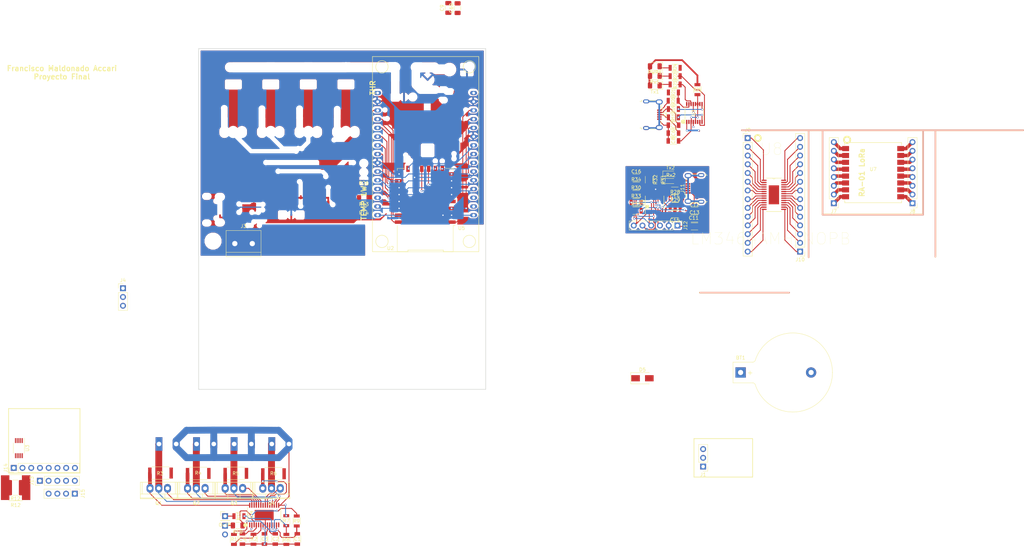
<source format=kicad_pcb>
(kicad_pcb (version 20171130) (host pcbnew 5.1.5-52549c5~84~ubuntu18.04.1)
  (layers (0 F.Cu signal) (31 B.Cu signal) (34 B.Paste user) (35 F.Paste user) (36 B.SilkS user) (37 F.SilkS user) (38 B.Mask user) (39 F.Mask user) (44 Edge.Cuts user))
  (net 0 "")
  (net 1 "Net-(U4-Pad1)")
  (net 2 "Net-(U4-Pad5)")
  (net 3 "Net-(U2-Pad3)")
  (net 4 "Net-(U2-Pad11)")
  (net 5 GND)
  (net 6 VinS)
  (net 7 DR1)
  (net 8 V5)
  (net 9 "Net-(R10-Pad1)")
  (net 10 "Net-(C4-Pad1)")
  (net 11 "Net-(R1-Pad2)")
  (net 12 "Net-(C3-Pad1)")
  (net 13 "Net-(C2-Pad1)")
  (net 14 "Net-(R7-Pad2)")
  (net 15 VccLED)
  (net 16 SE4)
  (net 17 GD4)
  (net 18 GD3)
  (net 19 SE3)
  (net 20 GD2)
  (net 21 SE2)
  (net 22 GD1)
  (net 23 SE1)
  (net 24 "Net-(R10-Pad2)")
  (net 25 Vin)
  (net 26 DR2)
  (net 27 DR3)
  (net 28 DR4)
  (net 29 RX)
  (net 30 EN_esp)
  (net 31 TX)
  (net 32 RST_esp)
  (net 33 D0)
  (net 34 D1)
  (net 35 "Net-(U2-Pad2)")
  (net 36 D2)
  (net 37 D3)
  (net 38 S3)
  (net 39 D4)
  (net 40 S2)
  (net 41 D6)
  (net 42 D7)
  (net 43 D8)
  (net 44 "Net-(C6-Pad1)")
  (net 45 "Net-(C7-Pad1)")
  (net 46 "Net-(C8-Pad1)")
  (net 47 "Net-(J2-Pad6)")
  (net 48 "Net-(J2-Pad4)")
  (net 49 "Net-(J2-Pad1)")
  (net 50 "Net-(R11-Pad1)")
  (net 51 "Net-(R19-Pad1)")
  (net 52 "Net-(R20-Pad2)")
  (net 53 "Net-(U1-Pad16)")
  (net 54 "Net-(U1-Pad6)")
  (net 55 "Net-(U1-Pad2)")
  (net 56 "Net-(R22-Pad2)")
  (net 57 "Net-(R23-Pad2)")
  (net 58 "Net-(R22-Pad1)")
  (net 59 "Net-(R23-Pad1)")
  (net 60 "Net-(PWR1-Pad1)")
  (net 61 "Net-(R27-Pad2)")
  (net 62 OutP)
  (net 63 "Net-(J7-Pad1)")
  (net 64 "Net-(J7-Pad2)")
  (net 65 "Net-(J7-Pad3)")
  (net 66 "Net-(J7-Pad4)")
  (net 67 "Net-(J7-Pad5)")
  (net 68 "Net-(J7-Pad6)")
  (net 69 "Net-(J7-Pad7)")
  (net 70 "Net-(J7-Pad8)")
  (net 71 "Net-(J8-Pad1)")
  (net 72 "Net-(J8-Pad2)")
  (net 73 "Net-(J8-Pad3)")
  (net 74 "Net-(J8-Pad4)")
  (net 75 "Net-(J8-Pad5)")
  (net 76 "Net-(J8-Pad6)")
  (net 77 "Net-(J8-Pad7)")
  (net 78 "Net-(J8-Pad8)")
  (net 79 "Net-(J9-Pad1)")
  (net 80 "Net-(J9-Pad2)")
  (net 81 "Net-(J9-Pad3)")
  (net 82 "Net-(J9-Pad4)")
  (net 83 "Net-(J9-Pad5)")
  (net 84 "Net-(J9-Pad6)")
  (net 85 "Net-(J9-Pad7)")
  (net 86 "Net-(J9-Pad8)")
  (net 87 "Net-(J9-Pad9)")
  (net 88 "Net-(J9-Pad10)")
  (net 89 "Net-(J9-Pad11)")
  (net 90 "Net-(J9-Pad12)")
  (net 91 "Net-(J9-Pad13)")
  (net 92 "Net-(J9-Pad14)")
  (net 93 "Net-(J10-Pad1)")
  (net 94 "Net-(J10-Pad2)")
  (net 95 "Net-(J10-Pad3)")
  (net 96 "Net-(J10-Pad4)")
  (net 97 "Net-(J10-Pad5)")
  (net 98 "Net-(J10-Pad6)")
  (net 99 "Net-(J10-Pad7)")
  (net 100 "Net-(J10-Pad8)")
  (net 101 "Net-(J10-Pad9)")
  (net 102 "Net-(J10-Pad10)")
  (net 103 "Net-(J10-Pad11)")
  (net 104 "Net-(J10-Pad12)")
  (net 105 "Net-(J10-Pad13)")
  (net 106 "Net-(J10-Pad14)")
  (net 107 "Net-(C11-Pad1)")
  (net 108 "Net-(C14-Pad1)")
  (net 109 "Net-(C15-Pad1)")
  (net 110 "Net-(C16-Pad1)")
  (net 111 "Net-(J11-Pad6)")
  (net 112 "Net-(J11-Pad4)")
  (net 113 "Net-(R28-Pad1)")
  (net 114 "Net-(R29-Pad1)")
  (net 115 "Net-(J12-Pad6)")
  (net 116 "Net-(R31-Pad1)")
  (net 117 "Net-(R31-Pad2)")
  (net 118 "Net-(R32-Pad2)")
  (net 119 "Net-(R32-Pad1)")
  (net 120 "Net-(J12-Pad5)")
  (net 121 "Net-(J12-Pad4)")
  (net 122 "Net-(J12-Pad3)")
  (net 123 "Net-(U9-Pad16)")
  (net 124 "Net-(U9-Pad7)")
  (net 125 GND2)
  (net 126 ALARM)
  (net 127 A0)
  (net 128 S1)
  (net 129 SC)
  (net 130 S0)
  (net 131 SK)
  (net 132 "Net-(BT1-Pad1)")
  (module Mounting_Holes:MountingHole_3mm (layer F.Cu) (at 149.25 46.25)
    (fp_text reference REF** hide)
    (fp_text value MountingHole_3mm)
    (pad "" np_thru_hole circle (at 0 0) (size 3 3) (drill 3) (layers *.Cu *.Mask))
  )
  (module Power_Integrations:TO-220 (layer F.Cu) (at 91.6645 168.9415 180)
    (fp_text reference Q4 (at 0 -4.318 180) (layer F.SilkS))
    (fp_text value Q_NMOS_GDS)
    (pad 2 thru_hole oval (at 0 0 180) (size 2.032 2.54) (drill 1.143) (layers *.Cu *.Mask) (net 28 DR4))
    (pad 3 thru_hole oval (at 2.54 0 180) (size 2.032 2.54) (drill 1.143) (layers *.Cu *.Mask) (net 16 SE4))
    (pad 1 thru_hole oval (at -2.54 0 180) (size 2.032 2.54) (drill 1.143) (layers *.Cu *.Mask) (net 17 GD4))
  )
  (module nodemcu:DIP-30_1098_ELL (layer F.Cu) (at 136.4615 71.72 90)
    (fp_text reference U2 (at -27.38768 -10.213297) (layer F.SilkS))
    (fp_text value Nodemcuv_3)
    (pad 30 thru_hole oval (at -17.78 -13.95 90) (size 1.2 2) (drill 0.8) (layers *.Cu *.Mask) (net 33 D0))
    (pad 1 thru_hole oval (at -17.78 13.95 90) (size 1.2 2) (drill 0.8) (layers *.Cu *.Mask) (net 127 A0))
    (pad 29 thru_hole oval (at -15.24 -13.95 90) (size 1.2 2) (drill 0.8) (layers *.Cu *.Mask) (net 34 D1))
    (pad 2 thru_hole oval (at -15.24 13.95 90) (size 1.2 2) (drill 0.8) (layers *.Cu *.Mask) (net 35 "Net-(U2-Pad2)"))
    (pad 28 thru_hole oval (at -12.7 -13.95 90) (size 1.2 2) (drill 0.8) (layers *.Cu *.Mask) (net 36 D2))
    (pad 3 thru_hole oval (at -12.7 13.95 90) (size 1.2 2) (drill 0.8) (layers *.Cu *.Mask) (net 3 "Net-(U2-Pad3)"))
    (pad 27 thru_hole oval (at -10.16 -13.95 90) (size 1.2 2) (drill 0.8) (layers *.Cu *.Mask) (net 37 D3))
    (pad 4 thru_hole oval (at -10.16 13.95 90) (size 1.2 2) (drill 0.8) (layers *.Cu *.Mask) (net 38 S3))
    (pad 26 thru_hole oval (at -7.62 -13.95 90) (size 1.2 2) (drill 0.8) (layers *.Cu *.Mask) (net 39 D4))
    (pad 5 thru_hole oval (at -7.62 13.95 90) (size 1.2 2) (drill 0.8) (layers *.Cu *.Mask) (net 40 S2))
    (pad 25 thru_hole oval (at -5.08 -13.95 90) (size 1.2 2) (drill 0.8) (layers *.Cu *.Mask) (net 4 "Net-(U2-Pad11)"))
    (pad 6 thru_hole oval (at -5.08 13.95 90) (size 1.2 2) (drill 0.8) (layers *.Cu *.Mask) (net 128 S1))
    (pad 24 thru_hole oval (at -2.54 -13.95 90) (size 1.2 2) (drill 0.8) (layers *.Cu *.Mask) (net 5 GND))
    (pad 7 thru_hole oval (at -2.54 13.95 90) (size 1.2 2) (drill 0.8) (layers *.Cu *.Mask) (net 129 SC))
    (pad 23 thru_hole oval (at 0 -13.95 90) (size 1.2 2) (drill 0.8) (layers *.Cu *.Mask) (net 126 ALARM))
    (pad 8 thru_hole oval (at 0 13.95 90) (size 1.2 2) (drill 0.8) (layers *.Cu *.Mask) (net 130 S0))
    (pad 22 thru_hole oval (at 2.54 -13.95 90) (size 1.2 2) (drill 0.8) (layers *.Cu *.Mask) (net 41 D6))
    (pad 9 thru_hole oval (at 2.54 13.95 90) (size 1.2 2) (drill 0.8) (layers *.Cu *.Mask) (net 131 SK))
    (pad 21 thru_hole oval (at 5.08 -13.95 90) (size 1.2 2) (drill 0.8) (layers *.Cu *.Mask) (net 42 D7))
    (pad 10 thru_hole oval (at 5.08 13.95 90) (size 1.2 2) (drill 0.8) (layers *.Cu *.Mask) (net 5 GND))
    (pad 20 thru_hole oval (at 7.62 -13.95 90) (size 1.2 2) (drill 0.8) (layers *.Cu *.Mask) (net 43 D8))
    (pad 11 thru_hole oval (at 7.62 13.95 90) (size 1.2 2) (drill 0.8) (layers *.Cu *.Mask) (net 4 "Net-(U2-Pad11)"))
    (pad 19 thru_hole oval (at 10.16 -13.95 90) (size 1.2 2) (drill 0.8) (layers *.Cu *.Mask) (net 29 RX))
    (pad 12 thru_hole oval (at 10.16 13.95 90) (size 1.2 2) (drill 0.8) (layers *.Cu *.Mask) (net 30 EN_esp))
    (pad 18 thru_hole oval (at 12.7 -13.95 90) (size 1.2 2) (drill 0.8) (layers *.Cu *.Mask) (net 31 TX))
    (pad 13 thru_hole oval (at 12.7 13.95 90) (size 1.2 2) (drill 0.8) (layers *.Cu *.Mask) (net 32 RST_esp))
    (pad 17 thru_hole oval (at 15.24 -13.95 90) (size 1.2 2) (drill 0.8) (layers *.Cu *.Mask) (net 5 GND))
    (pad 14 thru_hole oval (at 15.24 13.95 90) (size 1.2 2) (drill 0.8) (layers *.Cu *.Mask) (net 5 GND))
    (pad 16 thru_hole oval (at 17.78 -13.95 90) (size 1.2 2) (drill 0.8) (layers *.Cu *.Mask) (net 4 "Net-(U2-Pad11)"))
    (pad 15 thru_hole oval (at 17.78 13.95 90) (size 1.2 2) (drill 0.8) (layers *.Cu *.Mask) (net 8 V5))
  )
  (module RF_Module:ESP-12E (layer F.Cu) (at 136.3345 88 180)
    (fp_text reference U5 (at -10.56 -5.26) (layer F.SilkS))
    (fp_text value ESP-12E)
    (pad 1 smd rect (at -7.6 -3.5 180) (size 2.5 1) (layers F.Cu F.Paste F.Mask) (net 32 RST_esp))
    (pad 2 smd rect (at -7.6 -1.5 180) (size 2.5 1) (layers F.Cu F.Paste F.Mask) (net 127 A0))
    (pad 3 smd rect (at -7.6 0.5 180) (size 2.5 1) (layers F.Cu F.Paste F.Mask) (net 30 EN_esp))
    (pad 4 smd rect (at -7.6 2.5 180) (size 2.5 1) (layers F.Cu F.Paste F.Mask) (net 33 D0))
    (pad 5 smd rect (at -7.6 4.5 180) (size 2.5 1) (layers F.Cu F.Paste F.Mask) (net 126 ALARM))
    (pad 6 smd rect (at -7.6 6.5 180) (size 2.5 1) (layers F.Cu F.Paste F.Mask) (net 41 D6))
    (pad 7 smd rect (at -7.6 8.5 180) (size 2.5 1) (layers F.Cu F.Paste F.Mask) (net 42 D7))
    (pad 8 smd rect (at -7.6 10.5 180) (size 2.5 1) (layers F.Cu F.Paste F.Mask) (net 4 "Net-(U2-Pad11)"))
    (pad 9 smd rect (at -5 12 180) (size 1 1.8) (layers F.Cu F.Paste F.Mask) (net 129 SC))
    (pad 10 smd rect (at -3 12 180) (size 1 1.8) (layers F.Cu F.Paste F.Mask) (net 130 S0))
    (pad 11 smd rect (at -1 12 180) (size 1 1.8) (layers F.Cu F.Paste F.Mask) (net 40 S2))
    (pad 12 smd rect (at 1 12 180) (size 1 1.8) (layers F.Cu F.Paste F.Mask) (net 38 S3))
    (pad 13 smd rect (at 3 12 180) (size 1 1.8) (layers F.Cu F.Paste F.Mask) (net 128 S1))
    (pad 14 smd rect (at 5 12 180) (size 1 1.8) (layers F.Cu F.Paste F.Mask) (net 131 SK))
    (pad 15 smd rect (at 7.6 10.5 180) (size 2.5 1) (layers F.Cu F.Paste F.Mask) (net 5 GND))
    (pad 16 smd rect (at 7.6 8.5 180) (size 2.5 1) (layers F.Cu F.Paste F.Mask) (net 43 D8))
    (pad 17 smd rect (at 7.6 6.5 180) (size 2.5 1) (layers F.Cu F.Paste F.Mask) (net 39 D4))
    (pad 18 smd rect (at 7.6 4.5 180) (size 2.5 1) (layers F.Cu F.Paste F.Mask) (net 37 D3))
    (pad 19 smd rect (at 7.6 2.5 180) (size 2.5 1) (layers F.Cu F.Paste F.Mask) (net 36 D2))
    (pad 20 smd rect (at 7.6 0.5 180) (size 2.5 1) (layers F.Cu F.Paste F.Mask) (net 34 D1))
    (pad 21 smd rect (at 7.6 -1.5 180) (size 2.5 1) (layers F.Cu F.Paste F.Mask) (net 29 RX))
    (pad 22 smd rect (at 7.6 -3.5 180) (size 2.5 1) (layers F.Cu F.Paste F.Mask) (net 31 TX))
  )
  (module Pin_Headers:Pin_Header_Angled_1x02_Pitch2.54mm (layer F.Cu) (at 78.17192 179.82076)
    (fp_text reference TH1 hide)
    (fp_text value Thermistor_NTC)
    (pad 2 thru_hole oval (at 0 2.54) (size 1.7 1.7) (drill 1) (layers *.Cu *.Mask) (net 5 GND))
    (pad 1 thru_hole rect (at 0 0) (size 1.7 1.7) (drill 1) (layers *.Cu *.Mask) (net 24 "Net-(R10-Pad2)"))
  )
  (module Pin_Headers:Pin_Header_Straight_1x08_Pitch2.54mm (layer F.Cu) (at 277.955544 86.014024 180)
    (fp_text reference J8 (at 0 -2.33 180) (layer F.SilkS))
    (fp_text value Conn_01x08)
    (pad 1 thru_hole rect (at 0 0 180) (size 1.7 1.7) (drill 1) (layers *.Cu *.Mask) (net 71 "Net-(J8-Pad1)"))
    (pad 2 thru_hole oval (at 0 2.54 180) (size 1.7 1.7) (drill 1) (layers *.Cu *.Mask) (net 72 "Net-(J8-Pad2)"))
    (pad 3 thru_hole oval (at 0 5.08 180) (size 1.7 1.7) (drill 1) (layers *.Cu *.Mask) (net 73 "Net-(J8-Pad3)"))
    (pad 4 thru_hole oval (at 0 7.62 180) (size 1.7 1.7) (drill 1) (layers *.Cu *.Mask) (net 74 "Net-(J8-Pad4)"))
    (pad 5 thru_hole oval (at 0 10.16 180) (size 1.7 1.7) (drill 1) (layers *.Cu *.Mask) (net 75 "Net-(J8-Pad5)"))
    (pad 6 thru_hole oval (at 0 12.7 180) (size 1.7 1.7) (drill 1) (layers *.Cu *.Mask) (net 76 "Net-(J8-Pad6)"))
    (pad 7 thru_hole oval (at 0 15.24 180) (size 1.7 1.7) (drill 1) (layers *.Cu *.Mask) (net 77 "Net-(J8-Pad7)"))
    (pad 8 thru_hole oval (at 0 17.78 180) (size 1.7 1.7) (drill 1) (layers *.Cu *.Mask) (net 78 "Net-(J8-Pad8)"))
  )
  (module USERPKG:Ai-Thinker-Ra-01-LoRa (layer F.Cu) (at 266.525544 77.116023)
    (fp_text reference U7 (at 0 -1) (layer F.SilkS))
    (fp_text value Ra-01-LoRa)
    (pad 1 smd rect (at -8 -7) (size 2 1.5) (layers F.Cu F.Paste F.Mask) (net 70 "Net-(J7-Pad8)"))
    (pad 2 smd rect (at -8 -5) (size 2 1.5) (layers F.Cu F.Paste F.Mask) (net 69 "Net-(J7-Pad7)"))
    (pad 3 smd rect (at -8 -3) (size 2 1.5) (layers F.Cu F.Paste F.Mask) (net 68 "Net-(J7-Pad6)"))
    (pad 4 smd rect (at -8 -1) (size 2 1.5) (layers F.Cu F.Paste F.Mask) (net 67 "Net-(J7-Pad5)"))
    (pad 5 smd rect (at -8 1) (size 2 1.5) (layers F.Cu F.Paste F.Mask) (net 66 "Net-(J7-Pad4)"))
    (pad 6 smd rect (at -8 3) (size 2 1.5) (layers F.Cu F.Paste F.Mask) (net 65 "Net-(J7-Pad3)"))
    (pad 7 smd rect (at -8 5) (size 2 1.5) (layers F.Cu F.Paste F.Mask) (net 64 "Net-(J7-Pad2)"))
    (pad 8 smd rect (at -8 7) (size 2 1.5) (layers F.Cu F.Paste F.Mask) (net 63 "Net-(J7-Pad1)"))
    (pad 9 smd rect (at 8 7) (size 2 1.5) (layers F.Cu F.Paste F.Mask) (net 71 "Net-(J8-Pad1)"))
    (pad 10 smd rect (at 8 5) (size 2 1.5) (layers F.Cu F.Paste F.Mask) (net 72 "Net-(J8-Pad2)"))
    (pad 11 smd rect (at 8 3) (size 2 1.5) (layers F.Cu F.Paste F.Mask) (net 73 "Net-(J8-Pad3)"))
    (pad 12 smd rect (at 8 1) (size 2 1.5) (layers F.Cu F.Paste F.Mask) (net 74 "Net-(J8-Pad4)"))
    (pad 13 smd rect (at 8 -1) (size 2 1.5) (layers F.Cu F.Paste F.Mask) (net 75 "Net-(J8-Pad5)"))
    (pad 14 smd rect (at 8 -3) (size 2 1.5) (layers F.Cu F.Paste F.Mask) (net 76 "Net-(J8-Pad6)"))
    (pad 15 smd rect (at 8 -5) (size 2 1.5) (layers F.Cu F.Paste F.Mask) (net 77 "Net-(J8-Pad7)"))
    (pad 16 smd rect (at 8 -7) (size 2 1.5) (layers F.Cu F.Paste F.Mask) (net 78 "Net-(J8-Pad8)"))
  )
  (module Pin_Headers:Pin_Header_Straight_1x14_Pitch2.54mm (layer F.Cu) (at 245.3005 100.076 180)
    (fp_text reference J10 (at 0 -2.33 180) (layer F.SilkS))
    (fp_text value Conn_01x14)
    (pad 1 thru_hole rect (at 0 0 180) (size 1.7 1.7) (drill 1) (layers *.Cu *.Mask) (net 93 "Net-(J10-Pad1)"))
    (pad 2 thru_hole oval (at 0 2.54 180) (size 1.7 1.7) (drill 1) (layers *.Cu *.Mask) (net 94 "Net-(J10-Pad2)"))
    (pad 3 thru_hole oval (at 0 5.08 180) (size 1.7 1.7) (drill 1) (layers *.Cu *.Mask) (net 95 "Net-(J10-Pad3)"))
    (pad 4 thru_hole oval (at 0 7.62 180) (size 1.7 1.7) (drill 1) (layers *.Cu *.Mask) (net 96 "Net-(J10-Pad4)"))
    (pad 5 thru_hole oval (at 0 10.16 180) (size 1.7 1.7) (drill 1) (layers *.Cu *.Mask) (net 97 "Net-(J10-Pad5)"))
    (pad 6 thru_hole oval (at 0 12.7 180) (size 1.7 1.7) (drill 1) (layers *.Cu *.Mask) (net 98 "Net-(J10-Pad6)"))
    (pad 7 thru_hole oval (at 0 15.24 180) (size 1.7 1.7) (drill 1) (layers *.Cu *.Mask) (net 99 "Net-(J10-Pad7)"))
    (pad 8 thru_hole oval (at 0 17.78 180) (size 1.7 1.7) (drill 1) (layers *.Cu *.Mask) (net 100 "Net-(J10-Pad8)"))
    (pad 9 thru_hole oval (at 0 20.32 180) (size 1.7 1.7) (drill 1) (layers *.Cu *.Mask) (net 101 "Net-(J10-Pad9)"))
    (pad 10 thru_hole oval (at 0 22.86 180) (size 1.7 1.7) (drill 1) (layers *.Cu *.Mask) (net 102 "Net-(J10-Pad10)"))
    (pad 11 thru_hole oval (at 0 25.4 180) (size 1.7 1.7) (drill 1) (layers *.Cu *.Mask) (net 103 "Net-(J10-Pad11)"))
    (pad 12 thru_hole oval (at 0 27.94 180) (size 1.7 1.7) (drill 1) (layers *.Cu *.Mask) (net 104 "Net-(J10-Pad12)"))
    (pad 13 thru_hole oval (at 0 30.48 180) (size 1.7 1.7) (drill 1) (layers *.Cu *.Mask) (net 105 "Net-(J10-Pad13)"))
    (pad 14 thru_hole oval (at 0 33.02 180) (size 1.7 1.7) (drill 1) (layers *.Cu *.Mask) (net 106 "Net-(J10-Pad14)"))
  )
  (module LM3464AMH_NOPB:SOP65P640X110-29N (layer F.Cu) (at 237.6805 83.566)
    (fp_text reference U8 (at -0.739089 -13.3035) (layer F.SilkS) (effects (font (size 3.40865 3.40865) (thickness 0.05))))
    (fp_text value LM3464AMH_NOPB (at -0.953926 12.7742) (layer F.SilkS) (effects (font (size 3.4221 3.4221) (thickness 0.05))))
    (pad 1 smd rect (at -2.8448 -4.2164) (size 1.4224 0.3556) (layers F.Cu F.Paste F.Mask) (net 79 "Net-(J9-Pad1)"))
    (pad 2 smd rect (at -2.8448 -3.5814) (size 1.4224 0.3556) (layers F.Cu F.Paste F.Mask) (net 80 "Net-(J9-Pad2)"))
    (pad 3 smd rect (at -2.8448 -2.921) (size 1.4224 0.3556) (layers F.Cu F.Paste F.Mask) (net 81 "Net-(J9-Pad3)"))
    (pad 4 smd rect (at -2.8448 -2.286) (size 1.4224 0.3556) (layers F.Cu F.Paste F.Mask) (net 82 "Net-(J9-Pad4)"))
    (pad 5 smd rect (at -2.8448 -1.6256) (size 1.4224 0.3556) (layers F.Cu F.Paste F.Mask) (net 83 "Net-(J9-Pad5)"))
    (pad 6 smd rect (at -2.8448 -0.9652) (size 1.4224 0.3556) (layers F.Cu F.Paste F.Mask) (net 84 "Net-(J9-Pad6)"))
    (pad 7 smd rect (at -2.8448 -0.3302) (size 1.4224 0.3556) (layers F.Cu F.Paste F.Mask) (net 85 "Net-(J9-Pad7)"))
    (pad 8 smd rect (at -2.8448 0.3302) (size 1.4224 0.3556) (layers F.Cu F.Paste F.Mask) (net 86 "Net-(J9-Pad8)"))
    (pad 9 smd rect (at -2.8448 0.9652) (size 1.4224 0.3556) (layers F.Cu F.Paste F.Mask) (net 87 "Net-(J9-Pad9)"))
    (pad 10 smd rect (at -2.8448 1.6256) (size 1.4224 0.3556) (layers F.Cu F.Paste F.Mask) (net 88 "Net-(J9-Pad10)"))
    (pad 11 smd rect (at -2.8448 2.286) (size 1.4224 0.3556) (layers F.Cu F.Paste F.Mask) (net 89 "Net-(J9-Pad11)"))
    (pad 12 smd rect (at -2.8448 2.921) (size 1.4224 0.3556) (layers F.Cu F.Paste F.Mask) (net 90 "Net-(J9-Pad12)"))
    (pad 13 smd rect (at -2.8448 3.5814) (size 1.4224 0.3556) (layers F.Cu F.Paste F.Mask) (net 91 "Net-(J9-Pad13)"))
    (pad 14 smd rect (at -2.8448 4.2164) (size 1.4224 0.3556) (layers F.Cu F.Paste F.Mask) (net 92 "Net-(J9-Pad14)"))
    (pad 15 smd rect (at 2.8448 4.2164 180) (size 1.4224 0.3556) (layers F.Cu F.Paste F.Mask) (net 93 "Net-(J10-Pad1)"))
    (pad 16 smd rect (at 2.8448 3.5814 180) (size 1.4224 0.3556) (layers F.Cu F.Paste F.Mask) (net 94 "Net-(J10-Pad2)"))
    (pad 17 smd rect (at 2.8448 2.921 180) (size 1.4224 0.3556) (layers F.Cu F.Paste F.Mask) (net 95 "Net-(J10-Pad3)"))
    (pad 18 smd rect (at 2.8448 2.286 180) (size 1.4224 0.3556) (layers F.Cu F.Paste F.Mask) (net 96 "Net-(J10-Pad4)"))
    (pad 19 smd rect (at 2.8448 1.6256 180) (size 1.4224 0.3556) (layers F.Cu F.Paste F.Mask) (net 97 "Net-(J10-Pad5)"))
    (pad 20 smd rect (at 2.8448 0.9652 180) (size 1.4224 0.3556) (layers F.Cu F.Paste F.Mask) (net 98 "Net-(J10-Pad6)"))
    (pad 21 smd rect (at 2.8448 0.3302 180) (size 1.4224 0.3556) (layers F.Cu F.Paste F.Mask) (net 99 "Net-(J10-Pad7)"))
    (pad 22 smd rect (at 2.8448 -0.3302 180) (size 1.4224 0.3556) (layers F.Cu F.Paste F.Mask) (net 100 "Net-(J10-Pad8)"))
    (pad 23 smd rect (at 2.8448 -0.9652 180) (size 1.4224 0.3556) (layers F.Cu F.Paste F.Mask) (net 101 "Net-(J10-Pad9)"))
    (pad 24 smd rect (at 2.8448 -1.6256 180) (size 1.4224 0.3556) (layers F.Cu F.Paste F.Mask) (net 102 "Net-(J10-Pad10)"))
    (pad 25 smd rect (at 2.8448 -2.286 180) (size 1.4224 0.3556) (layers F.Cu F.Paste F.Mask) (net 103 "Net-(J10-Pad11)"))
    (pad 26 smd rect (at 2.8448 -2.921 180) (size 1.4224 0.3556) (layers F.Cu F.Paste F.Mask) (net 104 "Net-(J10-Pad12)"))
    (pad 27 smd rect (at 2.8448 -3.5814 180) (size 1.4224 0.3556) (layers F.Cu F.Paste F.Mask) (net 105 "Net-(J10-Pad13)"))
    (pad 28 smd rect (at 2.8448 -4.2164 180) (size 1.4224 0.3556) (layers F.Cu F.Paste F.Mask) (net 106 "Net-(J10-Pad14)"))
    (pad 29 smd rect (at 0 0) (size 2.9972 5.5118) (layers F.Cu F.Paste F.Mask))
  )
  (module Pin_Headers:Pin_Header_Straight_1x14_Pitch2.54mm (layer F.Cu) (at 230.0605 67.056)
    (fp_text reference J9 (at 0 -2.33) (layer F.SilkS))
    (fp_text value Conn_01x14)
    (pad 14 thru_hole oval (at 0 33.02) (size 1.7 1.7) (drill 1) (layers *.Cu *.Mask) (net 92 "Net-(J9-Pad14)"))
    (pad 13 thru_hole oval (at 0 30.48) (size 1.7 1.7) (drill 1) (layers *.Cu *.Mask) (net 91 "Net-(J9-Pad13)"))
    (pad 12 thru_hole oval (at 0 27.94) (size 1.7 1.7) (drill 1) (layers *.Cu *.Mask) (net 90 "Net-(J9-Pad12)"))
    (pad 11 thru_hole oval (at 0 25.4) (size 1.7 1.7) (drill 1) (layers *.Cu *.Mask) (net 89 "Net-(J9-Pad11)"))
    (pad 10 thru_hole oval (at 0 22.86) (size 1.7 1.7) (drill 1) (layers *.Cu *.Mask) (net 88 "Net-(J9-Pad10)"))
    (pad 9 thru_hole oval (at 0 20.32) (size 1.7 1.7) (drill 1) (layers *.Cu *.Mask) (net 87 "Net-(J9-Pad9)"))
    (pad 8 thru_hole oval (at 0 17.78) (size 1.7 1.7) (drill 1) (layers *.Cu *.Mask) (net 86 "Net-(J9-Pad8)"))
    (pad 7 thru_hole oval (at 0 15.24) (size 1.7 1.7) (drill 1) (layers *.Cu *.Mask) (net 85 "Net-(J9-Pad7)"))
    (pad 6 thru_hole oval (at 0 12.7) (size 1.7 1.7) (drill 1) (layers *.Cu *.Mask) (net 84 "Net-(J9-Pad6)"))
    (pad 5 thru_hole oval (at 0 10.16) (size 1.7 1.7) (drill 1) (layers *.Cu *.Mask) (net 83 "Net-(J9-Pad5)"))
    (pad 4 thru_hole oval (at 0 7.62) (size 1.7 1.7) (drill 1) (layers *.Cu *.Mask) (net 82 "Net-(J9-Pad4)"))
    (pad 3 thru_hole oval (at 0 5.08) (size 1.7 1.7) (drill 1) (layers *.Cu *.Mask) (net 81 "Net-(J9-Pad3)"))
    (pad 2 thru_hole oval (at 0 2.54) (size 1.7 1.7) (drill 1) (layers *.Cu *.Mask) (net 80 "Net-(J9-Pad2)"))
    (pad 1 thru_hole rect (at 0 0) (size 1.7 1.7) (drill 1) (layers *.Cu *.Mask) (net 79 "Net-(J9-Pad1)"))
  )
  (module Pin_Headers:Pin_Header_Straight_1x08_Pitch2.54mm (layer F.Cu) (at 255.095544 86.014024 180)
    (fp_text reference J7 (at 0 -2.33 180) (layer F.SilkS))
    (fp_text value Conn_01x08)
    (pad 1 thru_hole rect (at 0 0 180) (size 1.7 1.7) (drill 1) (layers *.Cu *.Mask) (net 63 "Net-(J7-Pad1)"))
    (pad 2 thru_hole oval (at 0 2.54 180) (size 1.7 1.7) (drill 1) (layers *.Cu *.Mask) (net 64 "Net-(J7-Pad2)"))
    (pad 3 thru_hole oval (at 0 5.08 180) (size 1.7 1.7) (drill 1) (layers *.Cu *.Mask) (net 65 "Net-(J7-Pad3)"))
    (pad 4 thru_hole oval (at 0 7.62 180) (size 1.7 1.7) (drill 1) (layers *.Cu *.Mask) (net 66 "Net-(J7-Pad4)"))
    (pad 5 thru_hole oval (at 0 10.16 180) (size 1.7 1.7) (drill 1) (layers *.Cu *.Mask) (net 67 "Net-(J7-Pad5)"))
    (pad 6 thru_hole oval (at 0 12.7 180) (size 1.7 1.7) (drill 1) (layers *.Cu *.Mask) (net 68 "Net-(J7-Pad6)"))
    (pad 7 thru_hole oval (at 0 15.24 180) (size 1.7 1.7) (drill 1) (layers *.Cu *.Mask) (net 69 "Net-(J7-Pad7)"))
    (pad 8 thru_hole oval (at 0 17.78 180) (size 1.7 1.7) (drill 1) (layers *.Cu *.Mask) (net 70 "Net-(J7-Pad8)"))
  )
  (module Pin_Headers:Pin_Header_Straight_1x03_Pitch2.54mm (layer F.Cu) (at 217.118 162.615 180)
    (fp_text reference J1 (at 0 -2.33) (layer F.SilkS))
    (fp_text value Conn_01x03)
    (pad 3 thru_hole oval (at 0 5.08 180) (size 1.7 1.7) (drill 1) (layers *.Cu *.Mask) (net 8 V5))
    (pad 2 thru_hole oval (at 0 2.54 180) (size 1.7 1.7) (drill 1) (layers *.Cu *.Mask) (net 5 GND))
    (pad 1 thru_hole rect (at 0 0 180) (size 1.7 1.7) (drill 1) (layers *.Cu *.Mask) (net 25 Vin))
  )
  (module Capacitors_SMD:C_1206 (layer F.Cu) (at 214.596586 88.178103)
    (fp_text reference C12 (at 0 -1.75) (layer F.SilkS))
    (fp_text value 100n)
    (pad 1 smd rect (at -1.5 0) (size 1 1.6) (layers F.Cu F.Paste F.Mask) (net 107 "Net-(C11-Pad1)"))
    (pad 2 smd rect (at 1.5 0) (size 1 1.6) (layers F.Cu F.Paste F.Mask) (net 125 GND2))
  )
  (module Housings_SSOP:SSOP-16_3.9x4.9mm_Pitch0.635mm (layer F.Cu) (at 203.039586 85.892103 90)
    (fp_text reference U9 (at 0 -3.5 90) (layer F.SilkS))
    (fp_text value FT230XS)
    (pad 16 smd rect (at 2.6 -2.2225 90) (size 1.2 0.4) (layers F.Cu F.Paste F.Mask) (net 123 "Net-(U9-Pad16)"))
    (pad 15 smd rect (at 2.6 -1.5875 90) (size 1.2 0.4) (layers F.Cu F.Paste F.Mask) (net 118 "Net-(R32-Pad2)"))
    (pad 14 smd rect (at 2.6 -0.9525 90) (size 1.2 0.4) (layers F.Cu F.Paste F.Mask) (net 117 "Net-(R31-Pad2)"))
    (pad 13 smd rect (at 2.6 -0.3175 90) (size 1.2 0.4) (layers F.Cu F.Paste F.Mask) (net 125 GND2))
    (pad 12 smd rect (at 2.6 0.3175 90) (size 1.2 0.4) (layers F.Cu F.Paste F.Mask) (net 107 "Net-(C11-Pad1)"))
    (pad 11 smd rect (at 2.6 0.9525 90) (size 1.2 0.4) (layers F.Cu F.Paste F.Mask) (net 110 "Net-(C16-Pad1)"))
    (pad 10 smd rect (at 2.6 1.5875 90) (size 1.2 0.4) (layers F.Cu F.Paste F.Mask) (net 110 "Net-(C16-Pad1)"))
    (pad 9 smd rect (at 2.6 2.2225 90) (size 1.2 0.4) (layers F.Cu F.Paste F.Mask) (net 114 "Net-(R29-Pad1)"))
    (pad 8 smd rect (at -2.6 2.2225 90) (size 1.2 0.4) (layers F.Cu F.Paste F.Mask) (net 113 "Net-(R28-Pad1)"))
    (pad 7 smd rect (at -2.6 1.5875 90) (size 1.2 0.4) (layers F.Cu F.Paste F.Mask) (net 124 "Net-(U9-Pad7)"))
    (pad 6 smd rect (at -2.6 0.9525 90) (size 1.2 0.4) (layers F.Cu F.Paste F.Mask) (net 122 "Net-(J12-Pad3)"))
    (pad 5 smd rect (at -2.6 0.3175 90) (size 1.2 0.4) (layers F.Cu F.Paste F.Mask) (net 125 GND2))
    (pad 4 smd rect (at -2.6 -0.3175 90) (size 1.2 0.4) (layers F.Cu F.Paste F.Mask) (net 120 "Net-(J12-Pad5)"))
    (pad 3 smd rect (at -2.6 -0.9525 90) (size 1.2 0.4) (layers F.Cu F.Paste F.Mask) (net 110 "Net-(C16-Pad1)"))
    (pad 2 smd rect (at -2.6 -1.5875 90) (size 1.2 0.4) (layers F.Cu F.Paste F.Mask) (net 121 "Net-(J12-Pad4)"))
    (pad 1 smd rect (at -2.6 -2.2225 90) (size 1.2 0.4) (layers F.Cu F.Paste F.Mask) (net 115 "Net-(J12-Pad6)"))
  )
  (module Mounting_Holes:MountingHole_3mm (layer F.Cu) (at 149.098 97.028)
    (fp_text reference REF** hide)
    (fp_text value MountingHole_3mm)
    (pad 1 np_thru_hole circle (at 0 0) (size 3 3) (drill 3) (layers *.Cu *.Mask))
  )
  (module Pin_Headers:Pin_Header_Straight_1x01_Pitch2.54mm (layer F.Cu) (at 78.18716 177.042)
    (fp_text reference OutP (at -0.127 2.54) (layer F.SilkS))
    (fp_text value Pin_Header_Straight_1x01_Pitch2.54mm)
    (pad 1 thru_hole rect (at 0 0) (size 1.7 1.7) (drill 1) (layers *.Cu *.Mask) (net 62 OutP))
  )
  (module Connectors_Terminal_Blocks:TerminalBlock_Altech_AK300-2_P5.00mm (layer F.Cu) (at 58.962 156.051)
    (fp_text reference D1 hide)
    (fp_text value LED)
    (pad 2 thru_hole oval (at 5 0) (size 1.98 3.96) (drill 1.32) (layers *.Cu *.Mask) (net 25 Vin))
    (pad 1 thru_hole rect (at 0 0) (size 1.98 3.96) (drill 1.32) (layers *.Cu *.Mask) (net 7 DR1))
  )
  (module Connectors_Terminal_Blocks:TerminalBlock_Altech_AK300-2_P5.00mm (layer F.Cu) (at 69.884 156.051)
    (fp_text reference D2 hide)
    (fp_text value LED)
    (pad 2 thru_hole oval (at 5 0) (size 1.98 3.96) (drill 1.32) (layers *.Cu *.Mask) (net 25 Vin))
    (pad 1 thru_hole rect (at 0 0) (size 1.98 3.96) (drill 1.32) (layers *.Cu *.Mask) (net 26 DR2))
  )
  (module Connectors_Terminal_Blocks:TerminalBlock_Altech_AK300-2_P5.00mm (layer F.Cu) (at 91.7445 156.051)
    (fp_text reference D4 hide)
    (fp_text value LED)
    (pad 1 thru_hole rect (at 0 0) (size 1.98 3.96) (drill 1.32) (layers *.Cu *.Mask) (net 28 DR4))
    (pad 2 thru_hole oval (at 5 0) (size 1.98 3.96) (drill 1.32) (layers *.Cu *.Mask) (net 25 Vin))
  )
  (module Connectors_Terminal_Blocks:TerminalBlock_Altech_AK300-2_P5.00mmnosilk (layer F.Cu) (at 80.806 156.051)
    (fp_text reference D3 hide)
    (fp_text value LED)
    (pad 1 thru_hole rect (at 0 0) (size 1.98 3.96) (drill 1.32) (layers *.Cu *.Mask) (net 27 DR3))
    (pad 2 thru_hole oval (at 5 0) (size 1.98 3.96) (drill 1.32) (layers *.Cu *.Mask) (net 25 Vin))
  )
  (module Power_Integrations:TO-220 (layer F.Cu) (at 58.8985 168.9415 180)
    (fp_text reference Q1 (at 0 -4.318 180) (layer F.SilkS))
    (fp_text value Q_NMOS_GDS)
    (pad 1 thru_hole oval (at -2.54 0 180) (size 2.032 2.54) (drill 1.143) (layers *.Cu *.Mask) (net 22 GD1))
    (pad 3 thru_hole oval (at 2.54 0 180) (size 2.032 2.54) (drill 1.143) (layers *.Cu *.Mask) (net 23 SE1))
    (pad 2 thru_hole oval (at 0 0 180) (size 2.032 2.54) (drill 1.143) (layers *.Cu *.Mask) (net 7 DR1))
  )
  (module LM3464AMH_NOPB:SOP65P640X110-29N (layer F.Cu) (at 89.5355 176.7245 90)
    (fp_text reference U4 (at 0.127 -3.81 90) (layer F.SilkS) (effects (font (size 1.2 1.2) (thickness 0.2))))
    (fp_text value LM3464AMH_NOPB hide)
    (pad 29 smd rect (at 0 0 90) (size 2.9972 5.5118) (layers F.Cu F.Paste F.Mask))
    (pad 28 smd rect (at 2.8448 -4.2164 270) (size 1.4224 0.3556) (layers F.Cu F.Paste F.Mask) (net 23 SE1))
    (pad 27 smd rect (at 2.8448 -3.5814 270) (size 1.4224 0.3556) (layers F.Cu F.Paste F.Mask) (net 22 GD1))
    (pad 26 smd rect (at 2.8448 -2.921 270) (size 1.4224 0.3556) (layers F.Cu F.Paste F.Mask) (net 21 SE2))
    (pad 25 smd rect (at 2.8448 -2.286 270) (size 1.4224 0.3556) (layers F.Cu F.Paste F.Mask) (net 20 GD2))
    (pad 24 smd rect (at 2.8448 -1.6256 270) (size 1.4224 0.3556) (layers F.Cu F.Paste F.Mask) (net 19 SE3))
    (pad 23 smd rect (at 2.8448 -0.9652 270) (size 1.4224 0.3556) (layers F.Cu F.Paste F.Mask) (net 18 GD3))
    (pad 22 smd rect (at 2.8448 -0.3302 270) (size 1.4224 0.3556) (layers F.Cu F.Paste F.Mask) (net 5 GND))
    (pad 21 smd rect (at 2.8448 0.3302 270) (size 1.4224 0.3556) (layers F.Cu F.Paste F.Mask) (net 17 GD4))
    (pad 20 smd rect (at 2.8448 0.9652 270) (size 1.4224 0.3556) (layers F.Cu F.Paste F.Mask) (net 16 SE4))
    (pad 19 smd rect (at 2.8448 1.6256 270) (size 1.4224 0.3556) (layers F.Cu F.Paste F.Mask) (net 7 DR1))
    (pad 18 smd rect (at 2.8448 2.286 270) (size 1.4224 0.3556) (layers F.Cu F.Paste F.Mask) (net 26 DR2))
    (pad 17 smd rect (at 2.8448 2.921 270) (size 1.4224 0.3556) (layers F.Cu F.Paste F.Mask) (net 27 DR3))
    (pad 16 smd rect (at 2.8448 3.5814 270) (size 1.4224 0.3556) (layers F.Cu F.Paste F.Mask) (net 28 DR4))
    (pad 15 smd rect (at 2.8448 4.2164 270) (size 1.4224 0.3556) (layers F.Cu F.Paste F.Mask) (net 25 Vin))
    (pad 14 smd rect (at -2.8448 4.2164 90) (size 1.4224 0.3556) (layers F.Cu F.Paste F.Mask) (net 42 D7))
    (pad 13 smd rect (at -2.8448 3.5814 90) (size 1.4224 0.3556) (layers F.Cu F.Paste F.Mask) (net 15 VccLED))
    (pad 12 smd rect (at -2.8448 2.921 90) (size 1.4224 0.3556) (layers F.Cu F.Paste F.Mask) (net 14 "Net-(R7-Pad2)"))
    (pad 11 smd rect (at -2.8448 2.286 90) (size 1.4224 0.3556) (layers F.Cu F.Paste F.Mask) (net 61 "Net-(R27-Pad2)"))
    (pad 10 smd rect (at -2.8448 1.6256 90) (size 1.4224 0.3556) (layers F.Cu F.Paste F.Mask) (net 13 "Net-(C2-Pad1)"))
    (pad 9 smd rect (at -2.8448 0.9652 90) (size 1.4224 0.3556) (layers F.Cu F.Paste F.Mask) (net 12 "Net-(C3-Pad1)"))
    (pad 8 smd rect (at -2.8448 0.3302 90) (size 1.4224 0.3556) (layers F.Cu F.Paste F.Mask) (net 5 GND))
    (pad 7 smd rect (at -2.8448 -0.3302 90) (size 1.4224 0.3556) (layers F.Cu F.Paste F.Mask) (net 41 D6))
    (pad 6 smd rect (at -2.8448 -0.9652 90) (size 1.4224 0.3556) (layers F.Cu F.Paste F.Mask) (net 11 "Net-(R1-Pad2)"))
    (pad 5 smd rect (at -2.8448 -1.6256 90) (size 1.4224 0.3556) (layers F.Cu F.Paste F.Mask) (net 2 "Net-(U4-Pad5)"))
    (pad 4 smd rect (at -2.8448 -2.286 90) (size 1.4224 0.3556) (layers F.Cu F.Paste F.Mask) (net 10 "Net-(C4-Pad1)"))
    (pad 3 smd rect (at -2.8448 -2.921 90) (size 1.4224 0.3556) (layers F.Cu F.Paste F.Mask) (net 9 "Net-(R10-Pad1)"))
    (pad 2 smd rect (at -2.8448 -3.5814 90) (size 1.4224 0.3556) (layers F.Cu F.Paste F.Mask) (net 39 D4))
    (pad 1 smd rect (at -2.8448 -4.2164 90) (size 1.4224 0.3556) (layers F.Cu F.Paste F.Mask) (net 1 "Net-(U4-Pad1)"))
  )
  (module Capacitors_SMD:C_1206 (layer F.Cu) (at 99.16598 183.67902 270)
    (fp_text reference C1 (at 0 -0.052) (layer F.SilkS))
    (fp_text value 10n)
    (pad 1 smd rect (at -1.5 0 270) (size 1 1.6) (layers F.Cu F.Paste F.Mask) (net 15 VccLED))
    (pad 2 smd rect (at 1.5 0 270) (size 1 1.6) (layers F.Cu F.Paste F.Mask) (net 5 GND))
  )
  (module Capacitors_SMD:C_1206 (layer F.Cu) (at 92.76498 183.67902 270)
    (fp_text reference C2 (at 0 -0.103 180) (layer F.SilkS))
    (fp_text value C)
    (pad 2 smd rect (at 1.5 0 270) (size 1 1.6) (layers F.Cu F.Paste F.Mask) (net 5 GND))
    (pad 1 smd rect (at -1.5 0 270) (size 1 1.6) (layers F.Cu F.Paste F.Mask) (net 13 "Net-(C2-Pad1)"))
  )
  (module Capacitors_SMD:C_1206 (layer F.Cu) (at 89.61698 183.67902 270)
    (fp_text reference C3 (at 0 -0.076 180) (layer F.SilkS))
    (fp_text value C)
    (pad 1 smd rect (at -1.5 0 270) (size 1 1.6) (layers F.Cu F.Paste F.Mask) (net 12 "Net-(C3-Pad1)"))
    (pad 2 smd rect (at 1.5 0 270) (size 1 1.6) (layers F.Cu F.Paste F.Mask) (net 5 GND))
  )
  (module Capacitors_SMD:C_1206 (layer F.Cu) (at 83.21598 183.67902 270)
    (fp_text reference C4 (at 0 0 180) (layer F.SilkS))
    (fp_text value C)
    (pad 2 smd rect (at 1.5 0 270) (size 1 1.6) (layers F.Cu F.Paste F.Mask) (net 5 GND))
    (pad 1 smd rect (at -1.5 0 270) (size 1 1.6) (layers F.Cu F.Paste F.Mask) (net 10 "Net-(C4-Pad1)"))
  )
  (module Power_Integrations:TO-220 (layer F.Cu) (at 69.8205 168.9415 180)
    (fp_text reference Q2 (at 0 -4.318 180) (layer F.SilkS))
    (fp_text value Q_NMOS_GDS)
    (pad 2 thru_hole oval (at 0 0 180) (size 2.032 2.54) (drill 1.143) (layers *.Cu *.Mask) (net 26 DR2))
    (pad 3 thru_hole oval (at 2.54 0 180) (size 2.032 2.54) (drill 1.143) (layers *.Cu *.Mask) (net 21 SE2))
    (pad 1 thru_hole oval (at -2.54 0 180) (size 2.032 2.54) (drill 1.143) (layers *.Cu *.Mask) (net 20 GD2))
  )
  (module Power_Integrations:TO-220 (layer F.Cu) (at 80.7425 168.9415 180)
    (fp_text reference Q3 (at 0 -4.318 180) (layer F.SilkS))
    (fp_text value Q_NMOS_GDS)
    (pad 1 thru_hole oval (at -2.54 0 180) (size 2.032 2.54) (drill 1.143) (layers *.Cu *.Mask) (net 18 GD3))
    (pad 3 thru_hole oval (at 2.54 0 180) (size 2.032 2.54) (drill 1.143) (layers *.Cu *.Mask) (net 19 SE3))
    (pad 2 thru_hole oval (at 0 0 180) (size 2.032 2.54) (drill 1.143) (layers *.Cu *.Mask) (net 27 DR3))
  )
  (module Resistors_SMD:R_1206 (layer F.Cu) (at 80.75 183.8 270)
    (fp_text reference R1 (at -0.027 -0.029) (layer F.SilkS))
    (fp_text value R)
    (pad 2 smd rect (at 1.45 0 270) (size 0.9 1.7) (layers F.Cu F.Paste F.Mask) (net 11 "Net-(R1-Pad2)"))
    (pad 1 smd rect (at -1.45 0 270) (size 0.9 1.7) (layers F.Cu F.Paste F.Mask) (net 15 VccLED))
  )
  (module Resistors_SMD:R_1206 (layer F.Cu) (at 86.42908 183.76572 270)
    (fp_text reference R2 (at -0.027 -0.104 180) (layer F.SilkS))
    (fp_text value R)
    (pad 2 smd rect (at 1.45 0 270) (size 0.9 1.7) (layers F.Cu F.Paste F.Mask) (net 5 GND))
    (pad 1 smd rect (at -1.45 0 270) (size 0.9 1.7) (layers F.Cu F.Paste F.Mask) (net 11 "Net-(R1-Pad2)"))
  )
  (module Resistors_SMD:R_1206 (layer F.Cu) (at 95.949 178.365 270)
    (fp_text reference R7 (at 0 0) (layer F.SilkS))
    (fp_text value R)
    (pad 2 smd rect (at 1.45 0 270) (size 0.9 1.7) (layers F.Cu F.Paste F.Mask) (net 14 "Net-(R7-Pad2)"))
    (pad 1 smd rect (at -1.45 0 270) (size 0.9 1.7) (layers F.Cu F.Paste F.Mask) (net 25 Vin))
  )
  (module Resistors_SMD:R_1206 (layer F.Cu) (at 95.97948 183.80128 270)
    (fp_text reference R8 (at 0.1 0.047) (layer F.SilkS))
    (fp_text value R)
    (pad 1 smd rect (at -1.45 0 270) (size 0.9 1.7) (layers F.Cu F.Paste F.Mask) (net 14 "Net-(R7-Pad2)"))
    (pad 2 smd rect (at 1.45 0 270) (size 0.9 1.7) (layers F.Cu F.Paste F.Mask) (net 5 GND))
  )
  (module Resistors_SMD:R_1206 (layer F.Cu) (at 98.997 178.439 90)
    (fp_text reference R9 (at 0 -0.081414 180) (layer F.SilkS))
    (fp_text value R)
    (pad 2 smd rect (at 1.45 0 90) (size 0.9 1.7) (layers F.Cu F.Paste F.Mask) (net 9 "Net-(R10-Pad1)"))
    (pad 1 smd rect (at -1.45 0 90) (size 0.9 1.7) (layers F.Cu F.Paste F.Mask) (net 15 VccLED))
  )
  (module Resistors_SMD:R_2512 (layer F.Cu) (at 59.4065 164.4965)
    (fp_text reference R3 (at -0.127 0.127) (layer F.SilkS))
    (fp_text value 0.2)
    (pad 1 smd rect (at -3.1 0) (size 1 3.2) (layers F.Cu F.Paste F.Mask) (net 23 SE1))
    (pad 2 smd rect (at 3.1 0) (size 1 3.2) (layers F.Cu F.Paste F.Mask) (net 5 GND))
  )
  (module Resistors_SMD:R_2512 (layer F.Cu) (at 70.360785 164.613016)
    (fp_text reference R4 (at 0 -0.116516) (layer F.SilkS))
    (fp_text value 0.2)
    (pad 2 smd rect (at 3.1 0) (size 1 3.2) (layers F.Cu F.Paste F.Mask) (net 5 GND))
    (pad 1 smd rect (at -3.1 0) (size 1 3.2) (layers F.Cu F.Paste F.Mask) (net 21 SE2))
  )
  (module Resistors_SMD:R_2512 (layer F.Cu) (at 81.289921 164.587615)
    (fp_text reference R5 (at 0 0.035885) (layer F.SilkS))
    (fp_text value 0.2)
    (pad 1 smd rect (at -3.1 0) (size 1 3.2) (layers F.Cu F.Paste F.Mask) (net 19 SE3))
    (pad 2 smd rect (at 3.1 0) (size 1 3.2) (layers F.Cu F.Paste F.Mask) (net 5 GND))
  )
  (module Resistors_SMD:R_2512 (layer F.Cu) (at 92.236393 164.703848)
    (fp_text reference R6 (at 0 -0.080348) (layer F.SilkS))
    (fp_text value 0.2)
    (pad 2 smd rect (at 3.1 0) (size 1 3.2) (layers F.Cu F.Paste F.Mask) (net 5 GND))
    (pad 1 smd rect (at -3.1 0) (size 1 3.2) (layers F.Cu F.Paste F.Mask) (net 16 SE4))
  )
  (module Capacitors_SMD:C_1206 (layer F.Cu) (at 208.4705 65.5955 180)
    (fp_text reference C6 (at 0 0 270) (layer F.SilkS))
    (fp_text value 47p)
    (pad 2 smd rect (at 1.5 0 180) (size 1 1.6) (layers F.Cu F.Paste F.Mask) (net 5 GND))
    (pad 1 smd rect (at -1.5 0 180) (size 1 1.6) (layers F.Cu F.Paste F.Mask) (net 44 "Net-(C6-Pad1)"))
  )
  (module Capacitors_SMD:C_1206 (layer F.Cu) (at 208.4945 63.3095 180)
    (fp_text reference C7 (at 0.024 0 270) (layer F.SilkS))
    (fp_text value 47p)
    (pad 1 smd rect (at -1.5 0 180) (size 1 1.6) (layers F.Cu F.Paste F.Mask) (net 45 "Net-(C7-Pad1)"))
    (pad 2 smd rect (at 1.5 0 180) (size 1 1.6) (layers F.Cu F.Paste F.Mask) (net 5 GND))
  )
  (module Capacitors_SMD:C_1206 (layer F.Cu) (at 208.4705 67.8815 180)
    (fp_text reference C8 (at 0 0.127 270) (layer F.SilkS))
    (fp_text value 100n)
    (pad 2 smd rect (at 1.5 0 180) (size 1 1.6) (layers F.Cu F.Paste F.Mask) (net 5 GND))
    (pad 1 smd rect (at -1.5 0 180) (size 1 1.6) (layers F.Cu F.Paste F.Mask) (net 46 "Net-(C8-Pad1)"))
  )
  (module Connectors_USB:USB_Micro-B_Wuerth-629105150521 (layer F.Cu) (at 202.5015 60.2615 270)
    (fp_text reference J2 (at 0 -3.5 270) (layer F.SilkS))
    (fp_text value USB_B_Micro)
    (pad "" np_thru_hole oval (at 2.5 -0.8 270) (size 0.8 0.8) (drill 0.8) (layers *.Cu *.Mask))
    (pad "" np_thru_hole oval (at -2.5 -0.8 270) (size 0.8 0.8) (drill 0.8) (layers *.Cu *.Mask))
    (pad 6 thru_hole oval (at 3.875 1.95 270) (size 1.15 1.8) (drill oval 0.55 1.2) (layers *.Cu *.Mask) (net 47 "Net-(J2-Pad6)"))
    (pad 6 thru_hole oval (at -3.875 1.95 270) (size 1.15 1.8) (drill oval 0.55 1.2) (layers *.Cu *.Mask) (net 47 "Net-(J2-Pad6)"))
    (pad 6 thru_hole oval (at 3.725 -1.85 270) (size 1.45 2) (drill oval 0.85 1.4) (layers *.Cu *.Mask) (net 47 "Net-(J2-Pad6)"))
    (pad 6 thru_hole oval (at -3.725 -1.85 270) (size 1.45 2) (drill oval 0.85 1.4) (layers *.Cu *.Mask) (net 47 "Net-(J2-Pad6)"))
    (pad 5 smd rect (at 1.3 -1.9 270) (size 0.45 1.3) (layers F.Cu F.Paste F.Mask) (net 5 GND))
    (pad 4 smd rect (at 0.65 -1.9 270) (size 0.45 1.3) (layers F.Cu F.Paste F.Mask) (net 48 "Net-(J2-Pad4)"))
    (pad 3 smd rect (at 0 -1.9 270) (size 0.45 1.3) (layers F.Cu F.Paste F.Mask) (net 44 "Net-(C6-Pad1)"))
    (pad 2 smd rect (at -0.65 -1.9 270) (size 0.45 1.3) (layers F.Cu F.Paste F.Mask) (net 45 "Net-(C7-Pad1)"))
    (pad 1 smd rect (at -1.3 -1.9 270) (size 0.45 1.3) (layers F.Cu F.Paste F.Mask) (net 49 "Net-(J2-Pad1)"))
  )
  (module Resistors_SMD:R_1206 (layer F.Cu) (at 208.4705 61.0235 180)
    (fp_text reference R11 (at 0 0 270) (layer F.SilkS) (effects (font (size 1 0.7))))
    (fp_text value 27)
    (pad 1 smd rect (at -1.45 0 180) (size 0.9 1.7) (layers F.Cu F.Paste F.Mask) (net 50 "Net-(R11-Pad1)"))
    (pad 2 smd rect (at 1.45 0 180) (size 0.9 1.7) (layers F.Cu F.Paste F.Mask) (net 44 "Net-(C6-Pad1)"))
  )
  (module Resistors_SMD:R_1206 (layer F.Cu) (at 208.4705 58.6105 180)
    (fp_text reference R19 (at 0 0 270) (layer F.SilkS) (effects (font (size 1 0.7))))
    (fp_text value 27)
    (pad 2 smd rect (at 1.45 0 180) (size 0.9 1.7) (layers F.Cu F.Paste F.Mask) (net 45 "Net-(C7-Pad1)"))
    (pad 1 smd rect (at -1.45 0 180) (size 0.9 1.7) (layers F.Cu F.Paste F.Mask) (net 51 "Net-(R19-Pad1)"))
  )
  (module Resistors_SMD:R_1206 (layer F.Cu) (at 208.4175 56.1975)
    (fp_text reference R20 (at 0.053 0 90) (layer F.SilkS) (effects (font (size 1 0.7))))
    (fp_text value 4.7k)
    (pad 1 smd rect (at -1.45 0) (size 0.9 1.7) (layers F.Cu F.Paste F.Mask) (net 49 "Net-(J2-Pad1)"))
    (pad 2 smd rect (at 1.45 0) (size 0.9 1.7) (layers F.Cu F.Paste F.Mask) (net 52 "Net-(R20-Pad2)"))
  )
  (module Resistors_SMD:R_1206 (layer F.Cu) (at 208.4705 53.7845 180)
    (fp_text reference R21 (at 0 0 270) (layer F.SilkS) (effects (font (size 1 0.7))))
    (fp_text value 10k)
    (pad 2 smd rect (at 1.45 0 180) (size 0.9 1.7) (layers F.Cu F.Paste F.Mask) (net 5 GND))
    (pad 1 smd rect (at -1.45 0 180) (size 0.9 1.7) (layers F.Cu F.Paste F.Mask) (net 52 "Net-(R20-Pad2)"))
  )
  (module Resistors_SMD:R_1206 (layer F.Cu) (at 208.9785 49.037671)
    (fp_text reference R22 (at 0.064909 0.047829 90) (layer F.SilkS) (effects (font (size 1 0.7))))
    (fp_text value 270)
    (pad 2 smd rect (at 1.45 0) (size 0.9 1.7) (layers F.Cu F.Paste F.Mask) (net 56 "Net-(R22-Pad2)"))
    (pad 1 smd rect (at -1.45 0) (size 0.9 1.7) (layers F.Cu F.Paste F.Mask) (net 58 "Net-(R22-Pad1)"))
  )
  (module Resistors_SMD:R_1206 (layer F.Cu) (at 208.9785 51.450671)
    (fp_text reference R23 (at 0.073467 0.047829 90) (layer F.SilkS) (effects (font (size 1 0.7))))
    (fp_text value 270)
    (pad 1 smd rect (at -1.45 0) (size 0.9 1.7) (layers F.Cu F.Paste F.Mask) (net 59 "Net-(R23-Pad1)"))
    (pad 2 smd rect (at 1.45 0) (size 0.9 1.7) (layers F.Cu F.Paste F.Mask) (net 57 "Net-(R23-Pad2)"))
  )
  (module Resistors_SMD:R_1206 (layer F.Cu) (at 208.9785 46.624671 180)
    (fp_text reference R24 (at 0.064909 0.047829 270) (layer F.SilkS) (effects (font (size 1 0.7))))
    (fp_text value 270)
    (pad 2 smd rect (at 1.45 0 180) (size 0.9 1.7) (layers F.Cu F.Paste F.Mask) (net 60 "Net-(PWR1-Pad1)"))
    (pad 1 smd rect (at -1.45 0 180) (size 0.9 1.7) (layers F.Cu F.Paste F.Mask) (net 5 GND))
  )
  (module Housings_SSOP:SSOP-16_3.9x4.9mm_Pitch0.635mm (layer F.Cu) (at 214.5665 59.7535 90)
    (fp_text reference U1 (at 0.127 -0.254 270) (layer F.SilkS))
    (fp_text value FT230XS)
    (pad 16 smd rect (at 2.6 -2.2225 90) (size 1.2 0.4) (layers F.Cu F.Paste F.Mask) (net 53 "Net-(U1-Pad16)"))
    (pad 15 smd rect (at 2.6 -1.5875 90) (size 1.2 0.4) (layers F.Cu F.Paste F.Mask) (net 52 "Net-(R20-Pad2)"))
    (pad 14 smd rect (at 2.6 -0.9525 90) (size 1.2 0.4) (layers F.Cu F.Paste F.Mask) (net 57 "Net-(R23-Pad2)"))
    (pad 13 smd rect (at 2.6 -0.3175 90) (size 1.2 0.4) (layers F.Cu F.Paste F.Mask) (net 5 GND))
    (pad 12 smd rect (at 2.6 0.3175 90) (size 1.2 0.4) (layers F.Cu F.Paste F.Mask) (net 46 "Net-(C8-Pad1)"))
    (pad 11 smd rect (at 2.6 0.9525 90) (size 1.2 0.4) (layers F.Cu F.Paste F.Mask) (net 46 "Net-(C8-Pad1)"))
    (pad 10 smd rect (at 2.6 1.5875 90) (size 1.2 0.4) (layers F.Cu F.Paste F.Mask) (net 46 "Net-(C8-Pad1)"))
    (pad 9 smd rect (at 2.6 2.2225 90) (size 1.2 0.4) (layers F.Cu F.Paste F.Mask) (net 51 "Net-(R19-Pad1)"))
    (pad 8 smd rect (at -2.6 2.2225 90) (size 1.2 0.4) (layers F.Cu F.Paste F.Mask) (net 50 "Net-(R11-Pad1)"))
    (pad 7 smd rect (at -2.6 1.5875 90) (size 1.2 0.4) (layers F.Cu F.Paste F.Mask) (net 56 "Net-(R22-Pad2)"))
    (pad 6 smd rect (at -2.6 0.9525 90) (size 1.2 0.4) (layers F.Cu F.Paste F.Mask) (net 54 "Net-(U1-Pad6)"))
    (pad 5 smd rect (at -2.6 0.3175 90) (size 1.2 0.4) (layers F.Cu F.Paste F.Mask) (net 5 GND))
    (pad 4 smd rect (at -2.6 -0.3175 90) (size 1.2 0.4) (layers F.Cu F.Paste F.Mask) (net 31 TX))
    (pad 3 smd rect (at -2.6 -0.9525 90) (size 1.2 0.4) (layers F.Cu F.Paste F.Mask) (net 46 "Net-(C8-Pad1)"))
    (pad 2 smd rect (at -2.6 -1.5875 90) (size 1.2 0.4) (layers F.Cu F.Paste F.Mask) (net 55 "Net-(U1-Pad2)"))
    (pad 1 smd rect (at -2.6 -2.2225 90) (size 1.2 0.4) (layers F.Cu F.Paste F.Mask) (net 29 RX))
  )
  (module Resistors_SMD:R_1206 (layer F.Cu) (at 215.4555 52.9695 90)
    (fp_text reference R25 (at -0.053 0 180) (layer F.SilkS) (effects (font (size 1 0.7))))
    (fp_text value .1)
    (pad 2 smd rect (at 1.45 0 90) (size 0.9 1.7) (layers F.Cu F.Paste F.Mask) (net 8 V5))
    (pad 1 smd rect (at -1.45 0 90) (size 0.9 1.7) (layers F.Cu F.Paste F.Mask) (net 46 "Net-(C8-Pad1)"))
  )
  (module Resistors_SMD:R_1206 (layer F.Cu) (at 82.2 177.042)
    (fp_text reference R27 (at 0 0 90) (layer F.SilkS) (effects (font (size 1 0.7))))
    (fp_text value R)
    (pad 2 smd rect (at 1.45 0) (size 0.9 1.7) (layers F.Cu F.Paste F.Mask) (net 61 "Net-(R27-Pad2)"))
    (pad 1 smd rect (at -1.45 0) (size 0.9 1.7) (layers F.Cu F.Paste F.Mask) (net 62 OutP))
  )
  (module Connectors_Terminal_Blocks:TerminalBlock_bornier-2_P5.08mm (layer F.Cu) (at 81 97.75)
    (fp_text reference J3 (at 2.54 -5.08 180) (layer F.SilkS))
    (fp_text value Conn_01x02)
    (pad 2 thru_hole circle (at 5.08 0) (size 3 3) (drill 1.52) (layers *.Cu *.Mask) (net 6 VinS))
    (pad 1 thru_hole rect (at 0 0) (size 3 3) (drill 1.52) (layers *.Cu *.Mask) (net 5 GND))
  )
  (module Mounting_Holes:MountingHole_3mm (layer F.Cu) (at 74.676 97.028)
    (fp_text reference REF** hide)
    (fp_text value MountingHole_3mm)
    (pad "" np_thru_hole circle (at 0 0) (size 3 3) (drill 3) (layers *.Cu *.Mask))
  )
  (module Capacitors_SMD:C_1206 (layer F.Cu) (at 214.596586 92.750103)
    (fp_text reference C11 (at -0.208001 -2.463001) (layer F.SilkS))
    (fp_text value 4.7u)
    (pad 2 smd rect (at 1.5 0) (size 1 1.6) (layers F.Cu F.Paste F.Mask) (net 125 GND2))
    (pad 1 smd rect (at -1.5 0) (size 1 1.6) (layers F.Cu F.Paste F.Mask) (net 107 "Net-(C11-Pad1)"))
  )
  (module Capacitors_SMD:C_1206 (layer F.Cu) (at 214.596586 90.464103)
    (fp_text reference C13 (at 0 -1.75) (layer F.SilkS))
    (fp_text value 10n)
    (pad 2 smd rect (at 1.5 0) (size 1 1.6) (layers F.Cu F.Paste F.Mask) (net 125 GND2))
    (pad 1 smd rect (at -1.5 0) (size 1 1.6) (layers F.Cu F.Paste F.Mask) (net 107 "Net-(C11-Pad1)"))
  )
  (module Capacitors_SMD:C_1206 (layer F.Cu) (at 208.881586 82.336103 180)
    (fp_text reference C14 (at 0 -1.75 180) (layer F.SilkS))
    (fp_text value 47p)
    (pad 1 smd rect (at -1.5 0 180) (size 1 1.6) (layers F.Cu F.Paste F.Mask) (net 108 "Net-(C14-Pad1)"))
    (pad 2 smd rect (at 1.5 0 180) (size 1 1.6) (layers F.Cu F.Paste F.Mask) (net 125 GND2))
  )
  (module Capacitors_SMD:C_1206 (layer F.Cu) (at 208.881586 89.194103 180)
    (fp_text reference C15 (at 0 -1.75 180) (layer F.SilkS))
    (fp_text value 47p)
    (pad 2 smd rect (at 1.5 0 180) (size 1 1.6) (layers F.Cu F.Paste F.Mask) (net 125 GND2))
    (pad 1 smd rect (at -1.5 0 180) (size 1 1.6) (layers F.Cu F.Paste F.Mask) (net 109 "Net-(C15-Pad1)"))
  )
  (module Capacitors_SMD:C_1206 (layer F.Cu) (at 197.681586 78.526103)
    (fp_text reference C16 (at 0 -1.75) (layer F.SilkS))
    (fp_text value 100n)
    (pad 1 smd rect (at -1.5 0) (size 1 1.6) (layers F.Cu F.Paste F.Mask) (net 110 "Net-(C16-Pad1)"))
    (pad 2 smd rect (at 1.5 0) (size 1 1.6) (layers F.Cu F.Paste F.Mask) (net 125 GND2))
  )
  (module Connectors_USB:USB_Micro-B_Wuerth-629105150521 (layer F.Cu) (at 214.596586 81.701103 90)
    (fp_text reference J11 (at 0 -3.5 90) (layer F.SilkS))
    (fp_text value USB_B_Micro)
    (pad "" np_thru_hole oval (at 2.5 -0.8 90) (size 0.8 0.8) (drill 0.8) (layers *.Cu *.Mask))
    (pad "" np_thru_hole oval (at -2.5 -0.8 90) (size 0.8 0.8) (drill 0.8) (layers *.Cu *.Mask))
    (pad 6 thru_hole oval (at 3.875 1.95 90) (size 1.15 1.8) (drill oval 0.55 1.2) (layers *.Cu *.Mask) (net 111 "Net-(J11-Pad6)"))
    (pad 6 thru_hole oval (at -3.875 1.95 90) (size 1.15 1.8) (drill oval 0.55 1.2) (layers *.Cu *.Mask) (net 111 "Net-(J11-Pad6)"))
    (pad 6 thru_hole oval (at 3.725 -1.85 90) (size 1.45 2) (drill oval 0.85 1.4) (layers *.Cu *.Mask) (net 111 "Net-(J11-Pad6)"))
    (pad 6 thru_hole oval (at -3.725 -1.85 90) (size 1.45 2) (drill oval 0.85 1.4) (layers *.Cu *.Mask) (net 111 "Net-(J11-Pad6)"))
    (pad 5 smd rect (at 1.3 -1.9 90) (size 0.45 1.3) (layers F.Cu F.Paste F.Mask) (net 125 GND2))
    (pad 4 smd rect (at 0.65 -1.9 90) (size 0.45 1.3) (layers F.Cu F.Paste F.Mask) (net 112 "Net-(J11-Pad4)"))
    (pad 3 smd rect (at 0 -1.9 90) (size 0.45 1.3) (layers F.Cu F.Paste F.Mask) (net 108 "Net-(C14-Pad1)"))
    (pad 2 smd rect (at -0.65 -1.9 90) (size 0.45 1.3) (layers F.Cu F.Paste F.Mask) (net 109 "Net-(C15-Pad1)"))
    (pad 1 smd rect (at -1.3 -1.9 90) (size 0.45 1.3) (layers F.Cu F.Paste F.Mask) (net 107 "Net-(C11-Pad1)"))
  )
  (module Resistors_SMD:R_1206 (layer F.Cu) (at 208.988098 84.614445)
    (fp_text reference R28 (at 0 -1.85) (layer F.SilkS))
    (fp_text value 27)
    (pad 2 smd rect (at 1.45 0) (size 0.9 1.7) (layers F.Cu F.Paste F.Mask) (net 108 "Net-(C14-Pad1)"))
    (pad 1 smd rect (at -1.45 0) (size 0.9 1.7) (layers F.Cu F.Paste F.Mask) (net 113 "Net-(R28-Pad1)"))
  )
  (module Resistors_SMD:R_1206 (layer F.Cu) (at 208.988098 86.900445)
    (fp_text reference R29 (at 0 -1.85) (layer F.SilkS))
    (fp_text value 27)
    (pad 1 smd rect (at -1.45 0) (size 0.9 1.7) (layers F.Cu F.Paste F.Mask) (net 114 "Net-(R29-Pad1)"))
    (pad 2 smd rect (at 1.45 0) (size 0.9 1.7) (layers F.Cu F.Paste F.Mask) (net 109 "Net-(C15-Pad1)"))
  )
  (module Resistors_SMD:R_1206 (layer F.Cu) (at 197.652586 83.352103)
    (fp_text reference R30 (at 0 -1.85) (layer F.SilkS))
    (fp_text value 10K)
    (pad 1 smd rect (at -1.45 0) (size 0.9 1.7) (layers F.Cu F.Paste F.Mask) (net 110 "Net-(C16-Pad1)"))
    (pad 2 smd rect (at 1.45 0) (size 0.9 1.7) (layers F.Cu F.Paste F.Mask) (net 115 "Net-(J12-Pad6)"))
  )
  (module Resistors_SMD:R_1206 (layer F.Cu) (at 203.801586 79.161103 270)
    (fp_text reference R31 (at 0 -1.85 270) (layer F.SilkS))
    (fp_text value 270)
    (pad 1 smd rect (at -1.45 0 270) (size 0.9 1.7) (layers F.Cu F.Paste F.Mask) (net 116 "Net-(R31-Pad1)"))
    (pad 2 smd rect (at 1.45 0 270) (size 0.9 1.7) (layers F.Cu F.Paste F.Mask) (net 117 "Net-(R31-Pad2)"))
  )
  (module Resistors_SMD:R_1206 (layer F.Cu) (at 201.388586 79.161103 270)
    (fp_text reference R32 (at 0 -1.85 270) (layer F.SilkS))
    (fp_text value 270)
    (pad 2 smd rect (at 1.45 0 270) (size 0.9 1.7) (layers F.Cu F.Paste F.Mask) (net 118 "Net-(R32-Pad2)"))
    (pad 1 smd rect (at -1.45 0 270) (size 0.9 1.7) (layers F.Cu F.Paste F.Mask) (net 119 "Net-(R32-Pad1)"))
  )
  (module Resistors_SMD:R_1206 (layer F.Cu) (at 197.652586 85.765103)
    (fp_text reference R33 (at 0 -1.85) (layer F.SilkS))
    (fp_text value 10K)
    (pad 2 smd rect (at 1.45 0) (size 0.9 1.7) (layers F.Cu F.Paste F.Mask) (net 120 "Net-(J12-Pad5)"))
    (pad 1 smd rect (at -1.45 0) (size 0.9 1.7) (layers F.Cu F.Paste F.Mask) (net 110 "Net-(C16-Pad1)"))
  )
  (module Resistors_SMD:R_1206 (layer F.Cu) (at 197.682207 80.939103)
    (fp_text reference R34 (at 0 -1.85) (layer F.SilkS))
    (fp_text value 10K)
    (pad 1 smd rect (at -1.45 0) (size 0.9 1.7) (layers F.Cu F.Paste F.Mask) (net 110 "Net-(C16-Pad1)"))
    (pad 2 smd rect (at 1.45 0) (size 0.9 1.7) (layers F.Cu F.Paste F.Mask) (net 121 "Net-(J12-Pad4)"))
  )
  (module Resistors_SMD:R_1206 (layer F.Cu) (at 197.652586 88.178103)
    (fp_text reference R35 (at 0 -1.85) (layer F.SilkS))
    (fp_text value 10K)
    (pad 2 smd rect (at 1.45 0) (size 0.9 1.7) (layers F.Cu F.Paste F.Mask) (net 122 "Net-(J12-Pad3)"))
    (pad 1 smd rect (at -1.45 0) (size 0.9 1.7) (layers F.Cu F.Paste F.Mask) (net 110 "Net-(C16-Pad1)"))
  )
  (module LEDs:LED_0805_HandSoldering (layer F.Cu) (at 207.611586 79.542103)
    (fp_text reference Rx2 (at 0.127 -1.7) (layer F.SilkS))
    (fp_text value LED)
    (pad 1 smd rect (at -1.35 0) (size 1.5 1.3) (layers F.Cu F.Paste F.Mask) (net 116 "Net-(R31-Pad1)"))
    (pad 2 smd rect (at 1.35 0) (size 1.5 1.3) (layers F.Cu F.Paste F.Mask) (net 110 "Net-(C16-Pad1)"))
  )
  (module LEDs:LED_0805_HandSoldering (layer F.Cu) (at 207.611586 77.383103)
    (fp_text reference Tx2 (at 0 -1.7) (layer F.SilkS))
    (fp_text value LED)
    (pad 2 smd rect (at 1.35 0) (size 1.5 1.3) (layers F.Cu F.Paste F.Mask) (net 110 "Net-(C16-Pad1)"))
    (pad 1 smd rect (at -1.35 0) (size 1.5 1.3) (layers F.Cu F.Paste F.Mask) (net 119 "Net-(R32-Pad1)"))
  )
  (module Pin_Headers:Pin_Header_Straight_1x06_Pitch2.54mm (layer F.Cu) (at 209.643586 92.496103 270)
    (fp_text reference J12 (at 0 -2.33 270) (layer F.SilkS))
    (fp_text value Conn_01x06)
    (pad 6 thru_hole oval (at 0 12.7 270) (size 1.7 1.7) (drill 1) (layers *.Cu *.Mask) (net 115 "Net-(J12-Pad6)"))
    (pad 5 thru_hole oval (at 0 10.16 270) (size 1.7 1.7) (drill 1) (layers *.Cu *.Mask) (net 120 "Net-(J12-Pad5)"))
    (pad 4 thru_hole oval (at 0 7.62 270) (size 1.7 1.7) (drill 1) (layers *.Cu *.Mask) (net 121 "Net-(J12-Pad4)"))
    (pad 3 thru_hole oval (at 0 5.08 270) (size 1.7 1.7) (drill 1) (layers *.Cu *.Mask) (net 122 "Net-(J12-Pad3)"))
    (pad 2 thru_hole oval (at 0 2.54 270) (size 1.7 1.7) (drill 1) (layers *.Cu *.Mask) (net 125 GND2))
    (pad 1 thru_hole rect (at 0 0 270) (size 1.7 1.7) (drill 1) (layers *.Cu *.Mask) (net 107 "Net-(C11-Pad1)"))
  )
  (module USERPKG:R_2816 (layer F.Cu) (at 17.3 168.75 180)
    (fp_text reference R12 (at 0 -5.08) (layer F.SilkS))
    (fp_text value 7.5m)
    (pad 2 smd rect (at 3.05 0 180) (size 2.45 7.19) (layers F.Cu F.Paste F.Mask) (net 6 VinS))
    (pad 1 smd rect (at -3.05 0 180) (size 2.45 7.19) (layers F.Cu F.Paste F.Mask) (net 25 Vin))
  )
  (module Resistor_SMD:R_2816_7142Metric (layer F.Cu) (at 17.2375 168.75 180)
    (fp_text reference R12 (at 0 -3.18) (layer F.SilkS))
    (fp_text value 270)
    (pad 1 smd roundrect (at -2.5125 0 180) (size 3.025 4.45) (layers F.Cu F.Paste F.Mask) (roundrect_rratio 0.082645) (net 25 Vin))
    (pad 2 smd roundrect (at 2.5125 0 180) (size 3.025 4.45) (layers F.Cu F.Paste F.Mask) (roundrect_rratio 0.082645) (net 6 VinS))
  )
  (module LED_SMD:LED_1206_3216Metric (layer F.Cu) (at 203.07 46.1645 180)
    (fp_text reference PWR1 (at 0 -1.82) (layer F.SilkS))
    (fp_text value LED)
    (pad 2 smd roundrect (at 1.4 0 180) (size 1.25 1.75) (layers F.Cu F.Paste F.Mask) (roundrect_rratio 0.2) (net 8 V5))
    (pad 1 smd roundrect (at -1.4 0 180) (size 1.25 1.75) (layers F.Cu F.Paste F.Mask) (roundrect_rratio 0.2) (net 60 "Net-(PWR1-Pad1)"))
  )
  (module LED_SMD:LED_1206_3216Metric (layer F.Cu) (at 203.07 48.9585 180)
    (fp_text reference Rx1 (at 0 -1.82) (layer F.SilkS))
    (fp_text value LED)
    (pad 1 smd roundrect (at -1.4 0 180) (size 1.25 1.75) (layers F.Cu F.Paste F.Mask) (roundrect_rratio 0.2) (net 58 "Net-(R22-Pad1)"))
    (pad 2 smd roundrect (at 1.4 0 180) (size 1.25 1.75) (layers F.Cu F.Paste F.Mask) (roundrect_rratio 0.2) (net 8 V5))
  )
  (module LED_SMD:LED_1206_3216Metric (layer F.Cu) (at 203.07 51.7525 180)
    (fp_text reference Tx1 (at 0 -1.82) (layer F.SilkS))
    (fp_text value LED)
    (pad 1 smd roundrect (at -1.4 0 180) (size 1.25 1.75) (layers F.Cu F.Paste F.Mask) (roundrect_rratio 0.2) (net 59 "Net-(R23-Pad1)"))
    (pad 2 smd roundrect (at 1.4 0 180) (size 1.25 1.75) (layers F.Cu F.Paste F.Mask) (roundrect_rratio 0.2) (net 8 V5))
  )
  (module Battery:BatteryHolder_Keystone_103_1x20mm (layer F.Cu) (at 228 135.25)
    (fp_text reference BT1 (at 0 -4.3) (layer F.SilkS))
    (fp_text value Battery_Cell)
    (fp_text user + (at 2.75 0) (layer F.SilkS) (effects (font (size 1.5 1.5))))
    (pad 2 thru_hole circle (at 20.49 0) (size 3 3) (drill 1.5) (layers *.Cu *.Mask) (net 5 GND))
    (pad 1 thru_hole rect (at 0 0) (size 3 3) (drill 1.5) (layers *.Cu *.Mask) (net 132 "Net-(BT1-Pad1)"))
  )
  (module Capacitor_SMD:C_1206_3216Metric (layer F.Cu) (at 143.055001 29.195001 90)
    (fp_text reference C9 (at 0 -1.82 90) (layer F.SilkS))
    (fp_text value 4.7u)
    (pad 1 smd roundrect (at -1.4 0 90) (size 1.25 1.75) (layers F.Cu F.Paste F.Mask) (roundrect_rratio 0.2) (net 8 V5))
    (pad 2 smd roundrect (at 1.4 0 90) (size 1.25 1.75) (layers F.Cu F.Paste F.Mask) (roundrect_rratio 0.2) (net 5 GND))
  )
  (module Capacitor_SMD:C_1206_3216Metric (layer F.Cu) (at 145.75 29.25 90)
    (fp_text reference C10 (at 0 -1.82 90) (layer F.SilkS))
    (fp_text value 100n)
    (pad 2 smd roundrect (at 1.4 0 90) (size 1.25 1.75) (layers F.Cu F.Paste F.Mask) (roundrect_rratio 0.2) (net 5 GND))
    (pad 1 smd roundrect (at -1.4 0 90) (size 1.25 1.75) (layers F.Cu F.Paste F.Mask) (roundrect_rratio 0.2) (net 8 V5))
  )
  (module Diode_SMD:D_SMA (layer F.Cu) (at 199.475001 136.925001)
    (fp_text reference D5 (at 0 -2.5) (layer F.SilkS))
    (fp_text value DIODE)
    (pad 1 smd rect (at -2 0) (size 2.5 1.8) (layers F.Cu F.Paste F.Mask) (net 132 "Net-(BT1-Pad1)"))
    (pad 2 smd rect (at 2 0) (size 2.5 1.8) (layers F.Cu F.Paste F.Mask) (net 8 V5))
  )
  (module Connector_PinHeader_2.54mm:PinHeader_1x03_P2.54mm_Vertical (layer F.Cu) (at 48.5 110.75)
    (fp_text reference J4 (at 0 -2.33) (layer F.SilkS))
    (fp_text value Conn_01x03)
    (pad 1 thru_hole rect (at 0 0) (size 1.7 1.7) (drill 1) (layers *.Cu *.Mask) (net 5 GND))
    (pad 2 thru_hole oval (at 0 2.54) (size 1.7 1.7) (drill 1) (layers *.Cu *.Mask) (net 37 D3))
    (pad 3 thru_hole oval (at 0 5.08) (size 1.7 1.7) (drill 1) (layers *.Cu *.Mask) (net 8 V5))
  )
  (module Connector_PinHeader_2.54mm:PinHeader_1x05_P2.54mm_Vertical (layer F.Cu) (at 24.34 166.75 90)
    (fp_text reference J13 (at 0 -2.33 90) (layer F.SilkS))
    (fp_text value Conn_01x05)
    (pad 1 thru_hole rect (at 0 0 90) (size 1.7 1.7) (drill 1) (layers *.Cu *.Mask) (net 5 GND))
    (pad 2 thru_hole oval (at 0 2.54 90) (size 1.7 1.7) (drill 1) (layers *.Cu *.Mask) (net 34 D1))
    (pad 3 thru_hole oval (at 0 5.08 90) (size 1.7 1.7) (drill 1) (layers *.Cu *.Mask) (net 36 D2))
    (pad 4 thru_hole oval (at 0 7.62 90) (size 1.7 1.7) (drill 1) (layers *.Cu *.Mask) (net 5 GND))
    (pad 5 thru_hole oval (at 0 10.16 90) (size 1.7 1.7) (drill 1) (layers *.Cu *.Mask) (net 8 V5))
  )
  (module Connector_PinHeader_2.54mm:PinHeader_1x08_P2.54mm_Vertical (layer F.Cu) (at 16.75 163 90)
    (fp_text reference J14 (at 0 -2.33 90) (layer F.SilkS))
    (fp_text value Conn_01x08)
    (pad 1 thru_hole rect (at 0 0 90) (size 1.7 1.7) (drill 1) (layers *.Cu *.Mask) (net 6 VinS))
    (pad 2 thru_hole oval (at 0 2.54 90) (size 1.7 1.7) (drill 1) (layers *.Cu *.Mask) (net 25 Vin))
    (pad 3 thru_hole oval (at 0 5.08 90) (size 1.7 1.7) (drill 1) (layers *.Cu *.Mask) (net 6 VinS))
    (pad 4 thru_hole oval (at 0 7.62 90) (size 1.7 1.7) (drill 1) (layers *.Cu *.Mask) (net 126 ALARM))
    (pad 5 thru_hole oval (at 0 10.16 90) (size 1.7 1.7) (drill 1) (layers *.Cu *.Mask) (net 34 D1))
    (pad 6 thru_hole oval (at 0 12.7 90) (size 1.7 1.7) (drill 1) (layers *.Cu *.Mask) (net 36 D2))
    (pad 7 thru_hole oval (at 0 15.24 90) (size 1.7 1.7) (drill 1) (layers *.Cu *.Mask) (net 5 GND))
    (pad 8 thru_hole oval (at 0 17.78 90) (size 1.7 1.7) (drill 1) (layers *.Cu *.Mask) (net 8 V5))
  )
  (module Connector_PinHeader_2.54mm:PinHeader_1x04_P2.54mm_Vertical (layer F.Cu) (at 34.5 170.5 270)
    (fp_text reference J15 (at 0 -2.33 90) (layer F.SilkS))
    (fp_text value Conn_01x04)
    (pad 1 thru_hole rect (at 0 0 270) (size 1.7 1.7) (drill 1) (layers *.Cu *.Mask) (net 8 V5))
    (pad 2 thru_hole oval (at 0 2.54 270) (size 1.7 1.7) (drill 1) (layers *.Cu *.Mask) (net 34 D1))
    (pad 3 thru_hole oval (at 0 5.08 270) (size 1.7 1.7) (drill 1) (layers *.Cu *.Mask) (net 5 GND))
    (pad 4 thru_hole oval (at 0 7.62 270) (size 1.7 1.7) (drill 1) (layers *.Cu *.Mask) (net 36 D2))
  )
  (module Resistor_SMD:R_1206_3216Metric (layer F.Cu) (at 81.85 179.75 180)
    (fp_text reference R10 (at 0 -1.82) (layer F.SilkS))
    (fp_text value R)
    (pad 2 smd roundrect (at 1.4 0 180) (size 1.25 1.75) (layers F.Cu F.Paste F.Mask) (roundrect_rratio 0.2) (net 24 "Net-(R10-Pad2)"))
    (pad 1 smd roundrect (at -1.4 0 180) (size 1.25 1.75) (layers F.Cu F.Paste F.Mask) (roundrect_rratio 0.2) (net 9 "Net-(R10-Pad1)"))
  )
  (module Resistor_SMD:R_1206_3216Metric (layer F.Cu) (at 118.5 84.5 180)
    (fp_text reference R13 (at 0 -1.82) (layer F.SilkS))
    (fp_text value 10K)
    (pad 2 smd roundrect (at 1.4 0 180) (size 1.25 1.75) (layers F.Cu F.Paste F.Mask) (roundrect_rratio 0.2) (net 8 V5))
    (pad 1 smd roundrect (at -1.4 0 180) (size 1.25 1.75) (layers F.Cu F.Paste F.Mask) (roundrect_rratio 0.2) (net 36 D2))
  )
  (module Resistor_SMD:R_1206_3216Metric (layer F.Cu) (at 118.5 87 180)
    (fp_text reference R14 (at 0 -1.82) (layer F.SilkS))
    (fp_text value 10K)
    (pad 1 smd roundrect (at -1.4 0 180) (size 1.25 1.75) (layers F.Cu F.Paste F.Mask) (roundrect_rratio 0.2) (net 34 D1))
    (pad 2 smd roundrect (at 1.4 0 180) (size 1.25 1.75) (layers F.Cu F.Paste F.Mask) (roundrect_rratio 0.2) (net 8 V5))
  )
  (module Resistor_SMD:R_1206_3216Metric (layer F.Cu) (at 118.5 82)
    (fp_text reference R26 (at 0 -1.82) (layer F.SilkS))
    (fp_text value 4.7k)
    (pad 1 smd roundrect (at -1.4 0) (size 1.25 1.75) (layers F.Cu F.Paste F.Mask) (roundrect_rratio 0.2) (net 8 V5))
    (pad 2 smd roundrect (at 1.4 0) (size 1.25 1.75) (layers F.Cu F.Paste F.Mask) (roundrect_rratio 0.2) (net 37 D3))
  )
  (module Package_SO:VSSOP-10_3x3mm_P0.5mm (layer F.Cu) (at 18.25 157.25 270)
    (fp_text reference U3 (at 0 -2.45 90) (layer F.SilkS))
    (fp_text value INA226)
    (pad 1 smd roundrect (at -2.2 -1 270) (size 1.45 0.3) (layers F.Cu F.Paste F.Mask) (net 5 GND))
    (pad 2 smd roundrect (at -2.2 -0.5 270) (size 1.45 0.3) (layers F.Cu F.Paste F.Mask) (net 5 GND))
    (pad 3 smd roundrect (at -2.2 0 270) (size 1.45 0.3) (layers F.Cu F.Paste F.Mask) (net 126 ALARM))
    (pad 4 smd roundrect (at -2.2 0.5 270) (size 1.45 0.3) (layers F.Cu F.Paste F.Mask) (net 34 D1))
    (pad 5 smd roundrect (at -2.2 1 270) (size 1.45 0.3) (layers F.Cu F.Paste F.Mask) (net 36 D2))
    (pad 6 smd roundrect (at 2.2 1 270) (size 1.45 0.3) (layers F.Cu F.Paste F.Mask) (net 8 V5))
    (pad 7 smd roundrect (at 2.2 0.5 270) (size 1.45 0.3) (layers F.Cu F.Paste F.Mask) (net 5 GND))
    (pad 8 smd roundrect (at 2.2 0 270) (size 1.45 0.3) (layers F.Cu F.Paste F.Mask) (net 6 VinS))
    (pad 9 smd roundrect (at 2.2 -0.5 270) (size 1.45 0.3) (layers F.Cu F.Paste F.Mask) (net 25 Vin))
    (pad 10 smd roundrect (at 2.2 -1 270) (size 1.45 0.3) (layers F.Cu F.Paste F.Mask) (net 6 VinS))
  )
  (gr_line (start 36 164.5) (end 15.25 164.5) (layer F.SilkS) (width 0.2))
  (gr_line (start 36 145.75) (end 15.25 145.75) (layer F.SilkS) (width 0.2))
  (gr_line (start 36 164.5) (end 36 145.75) (layer F.SilkS) (width 0.2))
  (gr_line (start 15.25 164.5) (end 15.25 145.75) (layer F.SilkS) (width 0.2))
  (gr_line (start 214.482 165.676) (end 231.5 165.676) (layer F.SilkS) (width 0.2))
  (gr_line (start 231.5 165.676) (end 231.5 154.5) (layer F.SilkS) (width 0.2))
  (gr_line (start 153.924 41.021) (end 153.924 140.1191) (layer Edge.Cuts) (width 0.15))
  (gr_line (start 70.485 41.021) (end 70.485 140.1191) (layer Edge.Cuts) (width 0.15))
  (gr_line (start 281.051 89.3699) (end 251.841 89.3699) (layer B.SilkS) (width 0.5))
  (gr_line (start 281.051 89.281) (end 251.841 89.281) (layer F.SilkS) (width 0.5))
  (gr_circle (center 232.9815 67.056) (end 233.8705 66.929) (layer F.SilkS) (width 0.5))
  (gr_circle (center 258.953 67.564) (end 259.877574 67.564) (layer F.SilkS) (width 0.5))
  (gr_text "RA-01 LoRa" (at 263.271 77.089 90) (layer F.SilkS) (effects (font (size 1.5 1.5) (thickness 0.3))))
  (gr_line (start 247.777 64.77) (end 247.777 101.7143) (layer B.SilkS) (width 0.5))
  (gr_line (start 247.777 64.77) (end 247.777 101.7143) (layer F.SilkS) (width 0.5))
  (gr_line (start 251.841 64.77) (end 251.841 89.281) (layer B.SilkS) (width 0.5))
  (gr_line (start 251.841 64.77) (end 251.841 89.281) (layer F.SilkS) (width 0.5))
  (gr_line (start 228.346 64.77) (end 310.134 64.77) (layer B.SilkS) (width 0.5))
  (gr_line (start 228.346 64.77) (end 310.134 64.77) (layer F.SilkS) (width 0.5))
  (gr_text "Francisco Maldonado Accari\nProyecto Final" (at 30.75 48) (layer F.SilkS) (effects (font (size 1.5 1.5) (thickness 0.3))))
  (gr_line (start 281.051 64.77) (end 281.051 89.281) (layer B.SilkS) (width 0.5))
  (gr_line (start 216.2175 112.014) (end 242.1255 112.014) (layer B.SilkS) (width 0.5))
  (gr_line (start 284.607 64.77) (end 284.607 101.5619) (layer B.SilkS) (width 0.5))
  (gr_line (start 216.154 112.014) (end 242.062 112.014) (layer F.SilkS) (width 0.5))
  (gr_line (start 284.607 64.77) (end 284.607 101.5619) (layer F.SilkS) (width 0.5))
  (gr_line (start 281.051 64.77) (end 281.051 89.281) (layer F.SilkS) (width 0.5))
  (gr_line (start 70.485 140.1445) (end 153.924 140.1445) (layer Edge.Cuts) (width 0.15))
  (gr_circle (center 211.2645 62.2935) (end 211.5185 62.5475) (layer F.SilkS) (width 0.5))
  (gr_circle (center 84.0745 179.6455) (end 84.3285 179.8995) (layer F.SilkS) (width 0.5))
  (gr_circle (center 200.914 86.995) (end 201.168 87.122) (layer F.SilkS) (width 0.5))
  (gr_text "TEMP 1W" (at 118.491 85.979 90) (layer F.SilkS) (effects (font (size 1.5 1.5) (thickness 0.3))))
  (gr_text THR (at 121.1075 52.4365 90) (layer F.SilkS) (effects (font (size 1.5 1.5) (thickness 0.3))))
  (gr_line (start 214.451 154.487) (end 231.469 154.487) (layer F.SilkS) (width 0.2))
  (gr_line (start 214.451 165.663) (end 214.451 154.487) (layer F.SilkS) (width 0.2))
  (gr_line (start 70.485 41.021) (end 153.924 41.021) (layer Edge.Cuts) (width 0.15))
  (segment (start 122.382978 53.773063) (end 121.982978 53.773063) (width 0.25) (layer F.Cu) (net 4))
  (segment (start 122.255978 76.506063) (end 122.382978 76.633063) (width 0.25) (layer B.Cu) (net 4))
  (segment (start 122.382978 53.773063) (end 122.382978 54.047063) (width 0.25) (layer F.Cu) (net 4))
  (via (at 144 77.5) (size 0.6) (drill 0.4) (layers F.Cu B.Cu) (net 4))
  (segment (start 143.9345 77.5) (end 144 77.5) (width 0.25) (layer F.Cu) (net 4))
  (via (at 148.875 77.5) (size 0.6) (drill 0.4) (layers F.Cu B.Cu) (net 4))
  (segment (start 144 77.5) (end 148.875 77.5) (width 0.25) (layer B.Cu) (net 4))
  (segment (start 149.1615 64.1) (end 150.4115 64.1) (width 0.25) (layer F.Cu) (net 4))
  (segment (start 148.875 64.3865) (end 149.1615 64.1) (width 0.25) (layer F.Cu) (net 4))
  (segment (start 148.875 77.5) (end 148.875 64.3865) (width 0.25) (layer F.Cu) (net 4))
  (segment (start 130.5 78.5) (end 125.4615 78.5) (width 0.25) (layer B.Cu) (net 4))
  (segment (start 144 77.5) (end 131.5 77.5) (width 0.25) (layer B.Cu) (net 4))
  (segment (start 123.7615 76.8) (end 122.5115 76.8) (width 0.25) (layer B.Cu) (net 4))
  (segment (start 125.4615 78.5) (end 123.7615 76.8) (width 0.25) (layer B.Cu) (net 4))
  (segment (start 131.5 77.5) (end 130.5 78.5) (width 0.25) (layer B.Cu) (net 4))
  (segment (start 206.2445 63.3095) (end 206.9945 63.3095) (width 0.25) (layer F.Cu) (net 5))
  (segment (start 205.6745 63.3095) (end 206.2445 63.3095) (width 0.25) (layer F.Cu) (net 5))
  (segment (start 204.4015 62.0365) (end 205.6745 63.3095) (width 0.25) (layer F.Cu) (net 5))
  (segment (start 204.4015 61.5615) (end 204.4015 62.0365) (width 0.25) (layer F.Cu) (net 5))
  (segment (start 206.9945 67.8575) (end 206.9705 67.8815) (width 0.25) (layer F.Cu) (net 5))
  (segment (start 206.9945 63.3095) (end 206.9945 67.8575) (width 0.25) (layer F.Cu) (net 5))
  (segment (start 214.884 60.071) (end 214.884 62.3535) (width 0.25) (layer F.Cu) (net 5))
  (segment (start 214.249 57.1535) (end 214.249 59.436) (width 0.25) (layer F.Cu) (net 5))
  (segment (start 214.249 59.436) (end 214.884 60.071) (width 0.25) (layer F.Cu) (net 5))
  (segment (start 206.9705 67.9055) (end 206.9705 67.8815) (width 0.25) (layer F.Cu) (net 5))
  (segment (start 148.778978 47.432978) (end 148.463 47.117) (width 0.25) (layer B.Cu) (net 5))
  (via (at 214.3125 59.6265) (size 0.6) (drill 0.4) (layers F.Cu B.Cu) (net 5))
  (segment (start 87.3765 176.7245) (end 89.5355 176.7245) (width 0.5) (layer F.Cu) (net 5))
  (segment (start 89.2053 176.3943) (end 89.5355 176.7245) (width 0.25) (layer F.Cu) (net 5))
  (segment (start 89.8657 177.0547) (end 89.5355 176.7245) (width 0.25) (layer F.Cu) (net 5))
  (segment (start 89.8657 179.5693) (end 89.8657 177.0547) (width 0.25) (layer F.Cu) (net 5))
  (segment (start 207.0205 53.7845) (end 206.946504 53.7845) (width 0.25) (layer F.Cu) (net 5))
  (segment (start 86.41398 185.03806) (end 86.49004 185.11412) (width 0.25) (layer F.Cu) (net 5))
  (segment (start 86.41398 185.02902) (end 86.41398 185.03806) (width 0.25) (layer F.Cu) (net 5))
  (segment (start 86.49004 185.11412) (end 83.21598 185.17902) (width 0.25) (layer F.Cu) (net 5))
  (segment (start 89.61698 185.17902) (end 89.56598 185.23002) (width 0.25) (layer F.Cu) (net 5))
  (segment (start 92.76498 185.17902) (end 92.76498 185.17114) (width 0.25) (layer F.Cu) (net 5))
  (segment (start 92.76498 185.17114) (end 92.75876 185.16492) (width 0.25) (layer F.Cu) (net 5))
  (segment (start 99.16598 185.17902) (end 92.75876 185.16492) (width 0.25) (layer F.Cu) (net 5))
  (segment (start 92.75876 185.16492) (end 86.49004 185.11412) (width 0.25) (layer F.Cu) (net 5))
  (segment (start 95.96298 184.99602) (end 95.96298 185.02902) (width 0.25) (layer F.Cu) (net 5))
  (via (at 89.82476 181.06047) (size 0.6) (drill 0.4) (layers F.Cu B.Cu) (net 5))
  (segment (start 89.8657 179.5693) (end 89.8657 181.01953) (width 0.25) (layer F.Cu) (net 5))
  (segment (start 89.8657 181.01953) (end 89.82476 181.06047) (width 0.25) (layer F.Cu) (net 5))
  (via (at 89.61698 185.17902) (size 0.6) (drill 0.4) (layers F.Cu B.Cu) (net 5))
  (segment (start 89.82476 181.06047) (end 89.82476 184.97124) (width 0.25) (layer B.Cu) (net 5))
  (segment (start 89.82476 184.97124) (end 89.61698 185.17902) (width 0.25) (layer B.Cu) (net 5))
  (via (at 128.75 77.5) (size 0.6) (drill 0.4) (layers F.Cu B.Cu) (net 5))
  (segment (start 128.7345 77.5) (end 128.75 77.5) (width 0.25) (layer F.Cu) (net 5))
  (segment (start 128.75 77.5) (end 127 77.5) (width 0.25) (layer B.Cu) (net 5))
  (segment (start 123.7615 74.26) (end 122.5115 74.26) (width 0.25) (layer B.Cu) (net 5))
  (segment (start 127 77.4985) (end 123.7615 74.26) (width 0.25) (layer B.Cu) (net 5))
  (segment (start 127 77.5) (end 127 77.4985) (width 0.25) (layer B.Cu) (net 5))
  (segment (start 58.8985 169.3225) (end 58.8985 168.9415) (width 0.25) (layer B.Cu) (net 7))
  (segment (start 58.959501 168.880499) (end 58.8985 168.9415) (width 1.5) (layer B.Cu) (net 7))
  (segment (start 58.8985 156.1145) (end 58.962 156.051) (width 2) (layer F.Cu) (net 7))
  (segment (start 58.8985 168.9415) (end 58.8985 156.1145) (width 2) (layer F.Cu) (net 7))
  (segment (start 91.1611 172.8389) (end 91.25 172.75) (width 0.25) (layer F.Cu) (net 7))
  (segment (start 91.1611 173.8797) (end 91.1611 172.8389) (width 0.25) (layer F.Cu) (net 7))
  (via (at 91.25 172.75) (size 0.6) (drill 0.4) (layers F.Cu B.Cu) (net 7))
  (segment (start 58.8985 170.4615) (end 58.8985 168.9415) (width 0.25) (layer B.Cu) (net 7))
  (segment (start 61.187 172.75) (end 58.8985 170.4615) (width 0.25) (layer B.Cu) (net 7))
  (segment (start 91.25 172.75) (end 61.187 172.75) (width 0.25) (layer B.Cu) (net 7))
  (segment (start 215.4555 50.8195) (end 215.4555 51.5195) (width 0.25) (layer F.Cu) (net 8))
  (segment (start 215.4555 48.8315) (end 215.4555 50.5695) (width 0.5) (layer F.Cu) (net 8))
  (segment (start 215.4555 50.5695) (end 215.4555 51.5195) (width 0.5) (layer F.Cu) (net 8))
  (segment (start 201.4982 46.1518) (end 201.4982 51.5112) (width 0.5) (layer F.Cu) (net 8))
  (segment (start 203.2635 44.3865) (end 201.4982 46.1518) (width 0.5) (layer F.Cu) (net 8))
  (segment (start 215.4555 48.8315) (end 211.0105 44.3865) (width 0.5) (layer F.Cu) (net 8))
  (segment (start 201.4982 51.5112) (end 201.4601 51.5493) (width 0.5) (layer F.Cu) (net 8))
  (segment (start 211.0105 44.3865) (end 203.2635 44.3865) (width 0.5) (layer F.Cu) (net 8))
  (via (at 85.82456 176.92008) (size 0.6) (drill 0.4) (layers F.Cu B.Cu) (net 9))
  (segment (start 86.6145 178.6081) (end 86.6145 179.5693) (width 0.25) (layer F.Cu) (net 9))
  (segment (start 85.82456 177.81816) (end 86.6145 178.6081) (width 0.25) (layer F.Cu) (net 9))
  (segment (start 85.82456 176.92008) (end 85.82456 177.81816) (width 0.25) (layer F.Cu) (net 9))
  (via (at 93.25 175.5) (size 0.6) (drill 0.4) (layers F.Cu B.Cu) (net 9))
  (segment (start 98.997 176.289) (end 97.49169 174.78369) (width 0.25) (layer F.Cu) (net 9))
  (segment (start 85.82456 176.92008) (end 87.24464 175.5) (width 0.25) (layer B.Cu) (net 9))
  (segment (start 87.24464 175.5) (end 93.25 175.5) (width 0.25) (layer B.Cu) (net 9))
  (segment (start 98.997 176.989) (end 98.997 176.289) (width 0.25) (layer F.Cu) (net 9))
  (segment (start 93.674264 175.5) (end 93.25 175.5) (width 0.25) (layer F.Cu) (net 9))
  (segment (start 94.390574 174.78369) (end 93.674264 175.5) (width 0.25) (layer F.Cu) (net 9))
  (segment (start 97.49169 174.78369) (end 94.390574 174.78369) (width 0.25) (layer F.Cu) (net 9))
  (segment (start 83.25 179.75) (end 83.25 178.875) (width 0.25) (layer F.Cu) (net 9))
  (segment (start 83.25 178.875) (end 82.5 178.125) (width 0.25) (layer F.Cu) (net 9))
  (segment (start 82.5 178.125) (end 82.5 175.75) (width 0.25) (layer F.Cu) (net 9))
  (segment (start 82.5 175.75) (end 82.75 175.5) (width 0.25) (layer F.Cu) (net 9))
  (segment (start 85.524561 176.620081) (end 85.82456 176.92008) (width 0.25) (layer F.Cu) (net 9))
  (segment (start 82.75 175.5) (end 84.40448 175.5) (width 0.25) (layer F.Cu) (net 9))
  (segment (start 84.40448 175.5) (end 85.524561 176.620081) (width 0.25) (layer F.Cu) (net 9))
  (segment (start 84.26598 182.17902) (end 85.01598 181.42902) (width 0.25) (layer F.Cu) (net 10))
  (segment (start 87.2495 180.5305) (end 87.2495 179.5693) (width 0.25) (layer F.Cu) (net 10))
  (segment (start 86.35098 181.42902) (end 87.2495 180.5305) (width 0.25) (layer F.Cu) (net 10))
  (segment (start 83.21598 182.17902) (end 84.26598 182.17902) (width 0.25) (layer F.Cu) (net 10))
  (segment (start 85.01598 181.42902) (end 86.35098 181.42902) (width 0.25) (layer F.Cu) (net 10))
  (segment (start 88.5703 181.1441) (end 88.5703 179.5693) (width 0.25) (layer F.Cu) (net 11))
  (segment (start 86.41398 182.12902) (end 87.58538 182.12902) (width 0.25) (layer F.Cu) (net 11))
  (segment (start 87.58538 182.12902) (end 88.5703 181.1441) (width 0.25) (layer F.Cu) (net 11))
  (segment (start 86.42908 183.01572) (end 86.42908 182.31572) (width 0.25) (layer F.Cu) (net 11))
  (segment (start 80.75 185.25) (end 82.55 183.45) (width 0.25) (layer F.Cu) (net 11))
  (segment (start 85.9948 183.45) (end 86.42908 183.01572) (width 0.25) (layer F.Cu) (net 11))
  (segment (start 82.55 183.45) (end 85.9948 183.45) (width 0.25) (layer F.Cu) (net 11))
  (segment (start 90.5007 181.2953) (end 90.5007 179.5693) (width 0.25) (layer F.Cu) (net 12))
  (segment (start 89.61698 182.17902) (end 90.5007 181.2953) (width 0.25) (layer F.Cu) (net 12))
  (segment (start 92.74098 182.15502) (end 92.76498 182.17902) (width 0.25) (layer F.Cu) (net 13))
  (segment (start 91.061878 179.668522) (end 91.1611 179.5693) (width 0.25) (layer F.Cu) (net 13))
  (segment (start 91.061878 181.525918) (end 91.061878 179.668522) (width 0.25) (layer F.Cu) (net 13))
  (segment (start 91.71498 182.17902) (end 91.061878 181.525918) (width 0.25) (layer F.Cu) (net 13))
  (segment (start 92.76498 182.17902) (end 91.71498 182.17902) (width 0.25) (layer F.Cu) (net 13))
  (segment (start 95.91598 182.28202) (end 95.96298 182.32902) (width 0.25) (layer F.Cu) (net 14))
  (segment (start 95.97948 182.11252) (end 95.96298 182.12902) (width 0.25) (layer F.Cu) (net 14))
  (via (at 95.96932 179.79028) (size 0.6) (drill 0.4) (layers F.Cu B.Cu) (net 14))
  (segment (start 95.949 179.815) (end 95.949 179.8106) (width 0.25) (layer F.Cu) (net 14))
  (segment (start 95.949 179.8106) (end 95.96932 179.79028) (width 0.25) (layer F.Cu) (net 14))
  (segment (start 92.4565 179.5693) (end 92.4565 180.800852) (width 0.25) (layer F.Cu) (net 14))
  (segment (start 94.20148 178.02244) (end 92.71812 178.02244) (width 0.25) (layer B.Cu) (net 14))
  (segment (start 92.71812 178.02244) (end 92.497543 178.243017) (width 0.25) (layer B.Cu) (net 14))
  (segment (start 92.497543 178.243017) (end 92.497543 180.417631) (width 0.25) (layer B.Cu) (net 14))
  (segment (start 92.4565 180.800852) (end 92.497543 180.841895) (width 0.25) (layer F.Cu) (net 14))
  (segment (start 95.96932 179.79028) (end 94.20148 178.02244) (width 0.25) (layer B.Cu) (net 14))
  (via (at 92.497543 180.841895) (size 0.6) (drill 0.4) (layers F.Cu B.Cu) (net 14))
  (segment (start 92.497543 180.417631) (end 92.497543 180.841895) (width 0.25) (layer B.Cu) (net 14))
  (segment (start 95.96932 182.34112) (end 95.97948 182.35128) (width 0.25) (layer F.Cu) (net 14))
  (segment (start 95.96932 179.79028) (end 95.96932 182.34112) (width 0.25) (layer F.Cu) (net 14))
  (segment (start 98.86598 182.17902) (end 99.16598 182.17902) (width 0.25) (layer F.Cu) (net 15))
  (segment (start 98.997 181.817) (end 98.997 179.889) (width 0.25) (layer F.Cu) (net 15))
  (segment (start 99.16598 182.17902) (end 99.02748 182.04052) (width 0.25) (layer F.Cu) (net 15))
  (segment (start 98.997 182.094) (end 98.997 179.889) (width 0.25) (layer F.Cu) (net 15))
  (segment (start 98.11048 183.23452) (end 99.02748 182.31752) (width 0.25) (layer F.Cu) (net 15))
  (segment (start 94.20148 182.77732) (end 94.65868 183.23452) (width 0.25) (layer F.Cu) (net 15))
  (segment (start 94.65868 183.23452) (end 98.11048 183.23452) (width 0.25) (layer F.Cu) (net 15))
  (segment (start 94.20148 181.8426) (end 94.20148 182.77732) (width 0.25) (layer F.Cu) (net 15))
  (segment (start 93.1169 179.5693) (end 93.1169 180.75802) (width 0.25) (layer F.Cu) (net 15))
  (segment (start 93.30444 180.94556) (end 94.20148 181.8426) (width 0.25) (layer F.Cu) (net 15))
  (segment (start 93.1169 180.75802) (end 93.30444 180.94556) (width 0.25) (layer F.Cu) (net 15))
  (via (at 93.30444 180.94556) (size 0.6) (drill 0.4) (layers F.Cu B.Cu) (net 15))
  (via (at 84.5 178.5) (size 0.6) (drill 0.4) (layers F.Cu B.Cu) (net 15))
  (segment (start 92.783104 181.466896) (end 91.44571 181.466896) (width 0.25) (layer B.Cu) (net 15))
  (segment (start 93.30444 180.94556) (end 92.783104 181.466896) (width 0.25) (layer B.Cu) (net 15))
  (segment (start 88.478814 178.5) (end 84.924264 178.5) (width 0.25) (layer B.Cu) (net 15))
  (segment (start 91.44571 181.466896) (end 88.478814 178.5) (width 0.25) (layer B.Cu) (net 15))
  (segment (start 84.924264 178.5) (end 84.5 178.5) (width 0.25) (layer B.Cu) (net 15))
  (segment (start 83.895981 181.354019) (end 84.5 180.75) (width 0.25) (layer F.Cu) (net 15))
  (segment (start 81.045981 181.354019) (end 83.895981 181.354019) (width 0.25) (layer F.Cu) (net 15))
  (segment (start 84.5 180.75) (end 84.5 178.5) (width 0.25) (layer F.Cu) (net 15))
  (segment (start 80.75 182.35) (end 80.75 181.65) (width 0.25) (layer F.Cu) (net 15))
  (segment (start 80.75 181.65) (end 81.045981 181.354019) (width 0.25) (layer F.Cu) (net 15))
  (segment (start 89.1245 168.9415) (end 89.1245 165.096741) (width 1) (layer F.Cu) (net 16))
  (segment (start 89.1245 167.509741) (end 89.1245 167.509741) (width 1) (layer F.Cu) (net 16))
  (via (at 93.25 167) (size 0.6) (drill 0.4) (layers F.Cu B.Cu) (net 16))
  (segment (start 89.136393 164.703848) (end 89.1245 164.715741) (width 1) (layer F.Cu) (net 16))
  (segment (start 89.1245 166.451236) (end 89.1245 166.8755) (width 1) (layer F.Cu) (net 16))
  (segment (start 89.1245 164.715741) (end 89.1245 166.451236) (width 1) (layer F.Cu) (net 16))
  (segment (start 89.1245 168.9415) (end 89.1245 166.8755) (width 0.25) (layer F.Cu) (net 16))
  (via (at 89.1245 166.8755) (size 0.6) (drill 0.4) (layers F.Cu B.Cu) (net 16))
  (segment (start 89.25 166.75) (end 89.1245 166.8755) (width 0.25) (layer B.Cu) (net 16))
  (segment (start 93.25 167) (end 93 166.75) (width 0.25) (layer B.Cu) (net 16))
  (segment (start 93 166.75) (end 89.25 166.75) (width 0.25) (layer B.Cu) (net 16))
  (segment (start 90.5007 172.9185) (end 90.5007 173.8797) (width 0.25) (layer F.Cu) (net 16))
  (segment (start 95.25 167) (end 96 167.75) (width 0.25) (layer F.Cu) (net 16))
  (segment (start 96 167.75) (end 96 170) (width 0.25) (layer F.Cu) (net 16))
  (segment (start 93.25 167) (end 95.25 167) (width 0.25) (layer F.Cu) (net 16))
  (segment (start 90.5007 171.977523) (end 90.5007 172.9185) (width 0.25) (layer F.Cu) (net 16))
  (segment (start 91.478223 171) (end 90.5007 171.977523) (width 0.25) (layer F.Cu) (net 16))
  (segment (start 96 170) (end 95.375002 170.624998) (width 0.25) (layer F.Cu) (net 16))
  (segment (start 95.375002 170.624998) (end 92.949972 170.624998) (width 0.25) (layer F.Cu) (net 16))
  (segment (start 92.57497 171) (end 91.478223 171) (width 0.25) (layer F.Cu) (net 16))
  (segment (start 92.949972 170.624998) (end 92.57497 171) (width 0.25) (layer F.Cu) (net 16))
  (segment (start 94.2045 168.9415) (end 94.2045 169.1955) (width 0.25) (layer B.Cu) (net 17))
  (segment (start 91.009414 170.53651) (end 89.8657 171.680224) (width 0.25) (layer F.Cu) (net 17))
  (segment (start 89.8657 172.9185) (end 89.8657 173.8797) (width 0.25) (layer F.Cu) (net 17))
  (segment (start 94.2045 168.9415) (end 93.814974 168.9415) (width 0.25) (layer F.Cu) (net 17))
  (segment (start 92.219964 170.53651) (end 91.009414 170.53651) (width 0.25) (layer F.Cu) (net 17))
  (segment (start 89.8657 171.680224) (end 89.8657 172.9185) (width 0.25) (layer F.Cu) (net 17))
  (segment (start 93.814974 168.9415) (end 92.219964 170.53651) (width 0.25) (layer F.Cu) (net 17))
  (segment (start 83.2825 169.7035) (end 83.2825 168.9415) (width 0.25) (layer F.Cu) (net 18))
  (segment (start 83.2825 168.9415) (end 84.987144 168.9415) (width 0.25) (layer F.Cu) (net 18))
  (segment (start 88.5703 172.524656) (end 88.5703 172.9185) (width 0.25) (layer F.Cu) (net 18))
  (segment (start 88.5703 172.9185) (end 88.5703 173.8797) (width 0.25) (layer F.Cu) (net 18))
  (segment (start 84.987144 168.9415) (end 88.5703 172.524656) (width 0.25) (layer F.Cu) (net 18))
  (segment (start 78.2025 167.394194) (end 78.2025 167.394194) (width 1) (layer F.Cu) (net 19))
  (segment (start 78.2025 168.9415) (end 78.2025 164.981194) (width 1) (layer F.Cu) (net 19))
  (segment (start 77.6945 168.9415) (end 78.2025 168.9415) (width 0.25) (layer F.Cu) (net 19))
  (segment (start 78.189921 167.187615) (end 78.2025 167.200194) (width 1) (layer F.Cu) (net 19))
  (segment (start 78.2025 167.200194) (end 78.2025 167.394194) (width 1) (layer F.Cu) (net 19))
  (segment (start 78.189921 164.6235) (end 78.189921 167.187615) (width 1) (layer F.Cu) (net 19))
  (segment (start 78.2025 167.394194) (end 78.189921 167.381615) (width 1) (layer F.Cu) (net 19))
  (segment (start 78.2025 169.1955) (end 78.2025 168.9415) (width 0.25) (layer F.Cu) (net 19))
  (segment (start 78.491 170.75) (end 86.159233 170.75) (width 0.25) (layer F.Cu) (net 19))
  (segment (start 87.9099 172.9185) (end 87.9099 173.8797) (width 0.25) (layer F.Cu) (net 19))
  (segment (start 78.2025 170.4615) (end 78.491 170.75) (width 0.25) (layer F.Cu) (net 19))
  (segment (start 86.159233 170.75) (end 87.9099 172.500667) (width 0.25) (layer F.Cu) (net 19))
  (segment (start 78.2025 168.9415) (end 78.2025 170.4615) (width 0.25) (layer F.Cu) (net 19))
  (segment (start 87.9099 172.500667) (end 87.9099 172.9185) (width 0.25) (layer F.Cu) (net 19))
  (segment (start 73.2495 169.8305) (end 72.3605 168.9415) (width 0.25) (layer F.Cu) (net 20))
  (segment (start 87.2495 173.8797) (end 87.2495 172.91709) (width 0.25) (layer F.Cu) (net 20))
  (segment (start 86.022822 171.25) (end 87.2495 172.476678) (width 0.25) (layer F.Cu) (net 20))
  (segment (start 73.149 171.25) (end 86.022822 171.25) (width 0.25) (layer F.Cu) (net 20))
  (segment (start 72.3605 168.9415) (end 72.3605 170.4615) (width 0.25) (layer F.Cu) (net 20))
  (segment (start 87.2495 172.476678) (end 87.2495 172.9185) (width 0.25) (layer F.Cu) (net 20))
  (segment (start 72.3605 170.4615) (end 73.149 171.25) (width 0.25) (layer F.Cu) (net 20))
  (segment (start 87.2495 172.9185) (end 87.2495 173.8797) (width 0.25) (layer F.Cu) (net 20))
  (segment (start 67.2805 168.9415) (end 67.2805 165.013731) (width 1) (layer F.Cu) (net 21))
  (segment (start 67.2805 169.3225) (end 67.2805 168.9415) (width 0.25) (layer F.Cu) (net 21))
  (segment (start 67.260785 167.407016) (end 67.2805 167.426731) (width 1) (layer F.Cu) (net 21))
  (segment (start 67.260785 164.613016) (end 67.260785 164.613016) (width 1) (layer F.Cu) (net 21))
  (segment (start 67.260785 164.613016) (end 67.260785 167.407016) (width 1) (layer F.Cu) (net 21))
  (segment (start 67.2805 167.426731) (end 67.2805 167.426731) (width 1) (layer F.Cu) (net 21))
  (segment (start 67.2805 168.9415) (end 67.2805 170.4615) (width 0.25) (layer F.Cu) (net 21))
  (segment (start 67.2805 170.4615) (end 68.569 171.75) (width 0.25) (layer F.Cu) (net 21))
  (segment (start 68.569 171.75) (end 85.886411 171.75) (width 0.25) (layer F.Cu) (net 21))
  (segment (start 86.6145 172.478089) (end 86.6145 172.9185) (width 0.25) (layer F.Cu) (net 21))
  (segment (start 86.6145 172.9185) (end 86.6145 173.8797) (width 0.25) (layer F.Cu) (net 21))
  (segment (start 85.886411 171.75) (end 86.6145 172.478089) (width 0.25) (layer F.Cu) (net 21))
  (segment (start 61.4385 168.9415) (end 61.4385 169.1955) (width 0.25) (layer F.Cu) (net 22))
  (segment (start 85.9541 172.5459) (end 85.9541 173.8797) (width 0.25) (layer F.Cu) (net 22))
  (segment (start 85.75 172.25) (end 86 172.5) (width 0.25) (layer F.Cu) (net 22))
  (segment (start 63.227 172.25) (end 85.75 172.25) (width 0.25) (layer F.Cu) (net 22))
  (segment (start 86 172.5) (end 85.9541 172.5459) (width 0.25) (layer F.Cu) (net 22))
  (segment (start 61.4385 168.9415) (end 61.4385 170.4615) (width 0.25) (layer F.Cu) (net 22))
  (segment (start 61.4385 170.4615) (end 63.227 172.25) (width 0.25) (layer F.Cu) (net 22))
  (segment (start 56.3585 168.9415) (end 56.3585 164.9295) (width 1) (layer F.Cu) (net 23))
  (segment (start 56.3585 168.9415) (end 56.3585 169.0685) (width 0.25) (layer F.Cu) (net 23))
  (segment (start 56.3065 167.2905) (end 56.3585 167.3425) (width 1) (layer F.Cu) (net 23))
  (segment (start 56.3065 164.4965) (end 56.3065 164.4965) (width 1) (layer F.Cu) (net 23))
  (segment (start 56.3065 164.4965) (end 56.3065 167.2905) (width 1) (layer F.Cu) (net 23))
  (segment (start 56.3585 167.3425) (end 56.3585 167.3425) (width 1) (layer F.Cu) (net 23))
  (segment (start 84.8913 173.8797) (end 85.3191 173.8797) (width 0.25) (layer F.Cu) (net 23))
  (segment (start 59.7767 173.8797) (end 84.8913 173.8797) (width 0.25) (layer F.Cu) (net 23))
  (segment (start 56.3585 170.4615) (end 59.7767 173.8797) (width 0.25) (layer F.Cu) (net 23))
  (segment (start 56.3585 168.9415) (end 56.3585 170.4615) (width 0.25) (layer F.Cu) (net 23))
  (segment (start 78.24268 179.75) (end 78.17192 179.82076) (width 0.25) (layer F.Cu) (net 24))
  (segment (start 80.45 179.75) (end 78.24268 179.75) (width 0.25) (layer F.Cu) (net 24))
  (segment (start 96.7445 157.041) (end 96.7445 156.051) (width 2) (layer B.Cu) (net 25))
  (segment (start 93.7545 160.031) (end 96.7445 157.041) (width 2) (layer B.Cu) (net 25))
  (segment (start 63.962 157.041) (end 66.952 160.031) (width 2) (layer B.Cu) (net 25))
  (segment (start 63.962 156.051) (end 63.962 157.041) (width 2) (layer B.Cu) (net 25))
  (segment (start 85.806 159.806) (end 86 160) (width 2) (layer B.Cu) (net 25))
  (segment (start 85.806 156.051) (end 85.806 159.806) (width 2) (layer B.Cu) (net 25))
  (segment (start 86 160) (end 93.7545 160.031) (width 2) (layer B.Cu) (net 25))
  (segment (start 74.884 159.884) (end 75 160) (width 2) (layer B.Cu) (net 25))
  (segment (start 74.884 156.051) (end 74.884 159.884) (width 2) (layer B.Cu) (net 25))
  (segment (start 66.952 160.031) (end 75 160) (width 2) (layer B.Cu) (net 25))
  (segment (start 75 160) (end 86 160) (width 2) (layer B.Cu) (net 25))
  (segment (start 93.7545 152.071) (end 96.7445 155.061) (width 2) (layer B.Cu) (net 25))
  (segment (start 63.962 155.061) (end 66.952 152.071) (width 2) (layer B.Cu) (net 25))
  (segment (start 96.7445 155.061) (end 96.7445 156.051) (width 2) (layer B.Cu) (net 25))
  (segment (start 63.962 156.051) (end 63.962 155.061) (width 2) (layer B.Cu) (net 25))
  (segment (start 85.806 156.051) (end 85.806 152.056) (width 2) (layer B.Cu) (net 25))
  (segment (start 85.806 152.056) (end 85.75 152) (width 2) (layer B.Cu) (net 25))
  (segment (start 85.75 152) (end 93.7545 152.071) (width 2) (layer B.Cu) (net 25))
  (segment (start 74.813 152) (end 74.75 152) (width 2) (layer B.Cu) (net 25))
  (segment (start 74.884 152.071) (end 74.813 152) (width 2) (layer B.Cu) (net 25))
  (segment (start 74.884 156.051) (end 74.884 152.071) (width 2) (layer B.Cu) (net 25))
  (segment (start 66.952 152.071) (end 74.75 152) (width 2) (layer B.Cu) (net 25))
  (segment (start 74.75 152) (end 85.75 152) (width 2) (layer B.Cu) (net 25))
  (segment (start 94.1797 173.8797) (end 93.7519 173.8797) (width 0.25) (layer F.Cu) (net 25))
  (segment (start 96.7445 171.3149) (end 94.1797 173.8797) (width 0.25) (layer F.Cu) (net 25))
  (segment (start 96.7445 156.051) (end 96.7445 171.3149) (width 0.25) (layer F.Cu) (net 25))
  (via (at 95.75 173.75) (size 0.6) (drill 0.4) (layers F.Cu B.Cu) (net 25))
  (segment (start 93.7519 173.8797) (end 95.6203 173.8797) (width 0.25) (layer F.Cu) (net 25))
  (segment (start 95.6203 173.8797) (end 95.75 173.75) (width 0.25) (layer F.Cu) (net 25))
  (segment (start 95.75 173.75) (end 95.75 176.716) (width 0.25) (layer B.Cu) (net 25))
  (segment (start 95.75 176.716) (end 95.949 176.915) (width 0.25) (layer B.Cu) (net 25))
  (via (at 95.949 176.915) (size 0.6) (drill 0.4) (layers F.Cu B.Cu) (net 25))
  (segment (start 69.8205 156.1145) (end 69.884 156.051) (width 2) (layer F.Cu) (net 26))
  (segment (start 69.8205 168.9415) (end 69.8205 156.1145) (width 2) (layer F.Cu) (net 26))
  (via (at 92.25 172.25) (size 0.6) (drill 0.4) (layers F.Cu B.Cu) (net 26))
  (segment (start 91.8215 173.8797) (end 91.950001 173.751199) (width 0.25) (layer F.Cu) (net 26))
  (segment (start 91.950001 172.549999) (end 92.25 172.25) (width 0.25) (layer F.Cu) (net 26))
  (segment (start 91.950001 173.751199) (end 91.950001 172.549999) (width 0.25) (layer F.Cu) (net 26))
  (segment (start 69.8205 170.4615) (end 69.8205 168.9415) (width 0.25) (layer B.Cu) (net 26))
  (segment (start 71.309001 171.950001) (end 69.8205 170.4615) (width 0.25) (layer B.Cu) (net 26))
  (segment (start 91.950001 171.950001) (end 71.309001 171.950001) (width 0.25) (layer B.Cu) (net 26))
  (segment (start 92.25 172.25) (end 91.950001 171.950001) (width 0.25) (layer B.Cu) (net 26))
  (segment (start 80.7425 156.1145) (end 80.806 156.051) (width 2) (layer F.Cu) (net 27))
  (segment (start 80.7425 168.9415) (end 80.7425 156.1145) (width 2) (layer F.Cu) (net 27))
  (via (at 93 171.75) (size 0.6) (drill 0.4) (layers F.Cu B.Cu) (net 27))
  (segment (start 93 172.425004) (end 93 172.174264) (width 0.25) (layer F.Cu) (net 27))
  (segment (start 92.4565 172.968504) (end 93 172.425004) (width 0.25) (layer F.Cu) (net 27))
  (segment (start 93 172.174264) (end 93 171.75) (width 0.25) (layer F.Cu) (net 27))
  (segment (start 92.4565 173.8797) (end 92.4565 172.968504) (width 0.25) (layer F.Cu) (net 27))
  (segment (start 80.7425 170.4615) (end 80.7425 168.9415) (width 0.25) (layer B.Cu) (net 27))
  (segment (start 81.731001 171.450001) (end 80.7425 170.4615) (width 0.25) (layer B.Cu) (net 27))
  (segment (start 92.700001 171.450001) (end 81.731001 171.450001) (width 0.25) (layer B.Cu) (net 27))
  (segment (start 93 171.75) (end 92.700001 171.450001) (width 0.25) (layer B.Cu) (net 27))
  (segment (start 91.6645 156.131) (end 91.7445 156.051) (width 2) (layer F.Cu) (net 28))
  (segment (start 91.6645 168.9415) (end 91.6645 156.131) (width 2) (layer F.Cu) (net 28))
  (via (at 94.00001 171.25) (size 0.6) (drill 0.4) (layers F.Cu B.Cu) (net 28))
  (segment (start 93.1169 173.8797) (end 93.1169 172.944515) (width 0.25) (layer F.Cu) (net 28))
  (segment (start 93.1169 172.944515) (end 94.00001 172.061405) (width 0.25) (layer F.Cu) (net 28))
  (segment (start 94.00001 171.674264) (end 94.00001 171.25) (width 0.25) (layer F.Cu) (net 28))
  (segment (start 94.00001 172.061405) (end 94.00001 171.674264) (width 0.25) (layer F.Cu) (net 28))
  (segment (start 91.69151 168.9415) (end 91.6645 168.9415) (width 0.25) (layer B.Cu) (net 28))
  (segment (start 94.00001 171.25) (end 91.69151 168.9415) (width 0.25) (layer B.Cu) (net 28))
  (segment (start 121.982978 61.393063) (end 122.382978 61.393063) (width 0.25) (layer F.Cu) (net 29))
  (via (at 212.4075 64.8335) (size 0.6) (drill 0.4) (layers F.Cu B.Cu) (net 29))
  (segment (start 212.344 62.3535) (end 212.344 64.77) (width 0.25) (layer F.Cu) (net 29))
  (segment (start 212.344 64.77) (end 212.4075 64.8335) (width 0.25) (layer F.Cu) (net 29))
  (segment (start 215.836498 64.8335) (end 215.8365 64.833498) (width 0.5) (layer B.Cu) (net 29))
  (via (at 215.8365 64.833498) (size 0.6) (drill 0.4) (layers F.Cu B.Cu) (net 29))
  (segment (start 212.4075 64.8335) (end 215.836498 64.8335) (width 0.5) (layer B.Cu) (net 29))
  (segment (start 215.963502 64.9605) (end 215.8365 64.833498) (width 0.5) (layer F.Cu) (net 29))
  (segment (start 123.7615 61.56) (end 122.5115 61.56) (width 0.25) (layer F.Cu) (net 29))
  (segment (start 127 64.7985) (end 123.7615 61.56) (width 0.25) (layer F.Cu) (net 29))
  (segment (start 127 89.2655) (end 127 64.7985) (width 0.25) (layer F.Cu) (net 29))
  (segment (start 128.7345 89.5) (end 127.2345 89.5) (width 0.25) (layer F.Cu) (net 29))
  (segment (start 127.2345 89.5) (end 127 89.2655) (width 0.25) (layer F.Cu) (net 29))
  (via (at 144 87.5) (size 0.6) (drill 0.4) (layers F.Cu B.Cu) (net 30))
  (segment (start 143.9345 87.5) (end 144 87.5) (width 0.25) (layer F.Cu) (net 30))
  (via (at 148.25 87.5) (size 0.6) (drill 0.4) (layers F.Cu B.Cu) (net 30))
  (segment (start 144 87.5) (end 148.25 87.5) (width 0.25) (layer B.Cu) (net 30))
  (segment (start 148.25 62.4715) (end 149.1615 61.56) (width 0.25) (layer F.Cu) (net 30))
  (segment (start 149.1615 61.56) (end 150.4115 61.56) (width 0.25) (layer F.Cu) (net 30))
  (segment (start 148.25 87.5) (end 148.25 62.4715) (width 0.25) (layer F.Cu) (net 30))
  (segment (start 121.982978 58.853063) (end 122.382978 58.853063) (width 0.25) (layer F.Cu) (net 31))
  (segment (start 214.249 62.3535) (end 214.249 63.8075) (width 0.25) (layer F.Cu) (net 31))
  (segment (start 214.249 63.8075) (end 214.259 63.8175) (width 0.25) (layer F.Cu) (net 31))
  (via (at 214.259 63.8175) (size 0.6) (drill 0.4) (layers F.Cu B.Cu) (net 31))
  (segment (start 121 59.2815) (end 121.2615 59.02) (width 0.25) (layer F.Cu) (net 31))
  (segment (start 121 62.25) (end 121 59.2815) (width 0.25) (layer F.Cu) (net 31))
  (segment (start 121.478349 62.728349) (end 121 62.25) (width 0.25) (layer F.Cu) (net 31))
  (segment (start 126.5 79.199988) (end 126.5 65.75) (width 0.25) (layer F.Cu) (net 31))
  (segment (start 126.500011 81.825009) (end 126.500011 79.199999) (width 0.25) (layer F.Cu) (net 31))
  (segment (start 121.2615 59.02) (end 122.5115 59.02) (width 0.25) (layer F.Cu) (net 31))
  (segment (start 128.7345 91.5) (end 127.2345 91.5) (width 0.25) (layer F.Cu) (net 31))
  (segment (start 126.5 81.82502) (end 126.500011 81.825009) (width 0.25) (layer F.Cu) (net 31))
  (segment (start 123.478349 62.728349) (end 121.478349 62.728349) (width 0.25) (layer F.Cu) (net 31))
  (segment (start 126.5 90.7655) (end 126.5 81.82502) (width 0.25) (layer F.Cu) (net 31))
  (segment (start 126.5 65.75) (end 123.478349 62.728349) (width 0.25) (layer F.Cu) (net 31))
  (segment (start 127.2345 91.5) (end 126.5 90.7655) (width 0.25) (layer F.Cu) (net 31))
  (segment (start 126.500011 79.199999) (end 126.5 79.199988) (width 0.25) (layer F.Cu) (net 31))
  (segment (start 145.4345 91.5) (end 147.25 89.6845) (width 0.25) (layer F.Cu) (net 32))
  (segment (start 143.9345 91.5) (end 145.4345 91.5) (width 0.25) (layer F.Cu) (net 32))
  (segment (start 149.1615 59.02) (end 150.4115 59.02) (width 0.25) (layer F.Cu) (net 32))
  (segment (start 147.25 60.9315) (end 149.1615 59.02) (width 0.25) (layer F.Cu) (net 32))
  (segment (start 147.25 89.6845) (end 147.25 60.9315) (width 0.25) (layer F.Cu) (net 32))
  (segment (start 142.4345 85.5) (end 141.5 86.4345) (width 0.25) (layer F.Cu) (net 33))
  (segment (start 143.9345 85.5) (end 142.4345 85.5) (width 0.25) (layer F.Cu) (net 33))
  (segment (start 141.5 86.4345) (end 141.5 89.5) (width 0.25) (layer F.Cu) (net 33))
  (via (at 141.5 89.5) (size 0.6) (drill 0.4) (layers F.Cu B.Cu) (net 33))
  (segment (start 141.5 89.5) (end 122.5115 89.5) (width 0.25) (layer B.Cu) (net 33))
  (via (at 128.75 87.5) (size 0.6) (drill 0.4) (layers F.Cu B.Cu) (net 34))
  (segment (start 128.7345 87.5) (end 128.75 87.5) (width 0.25) (layer F.Cu) (net 34))
  (segment (start 123.0515 87.5) (end 122.5115 86.96) (width 0.25) (layer B.Cu) (net 34))
  (segment (start 128.75 87.5) (end 123.0515 87.5) (width 0.25) (layer B.Cu) (net 34))
  (via (at 128.75 85.5) (size 0.6) (drill 0.4) (layers F.Cu B.Cu) (net 36))
  (segment (start 128.7345 85.5) (end 128.75 85.5) (width 0.25) (layer F.Cu) (net 36))
  (segment (start 123.5915 85.5) (end 122.5115 84.42) (width 0.25) (layer B.Cu) (net 36))
  (segment (start 128.75 85.5) (end 123.5915 85.5) (width 0.25) (layer B.Cu) (net 36))
  (segment (start 122.382978 81.713063) (end 121.982978 81.713063) (width 0.25) (layer F.Cu) (net 37))
  (via (at 128.75 83.5) (size 0.6) (drill 0.4) (layers F.Cu B.Cu) (net 37))
  (segment (start 128.7345 83.5) (end 128.75 83.5) (width 0.25) (layer F.Cu) (net 37))
  (segment (start 123.38 81.88) (end 122.5115 81.88) (width 0.25) (layer B.Cu) (net 37))
  (segment (start 128.75 83.5) (end 125 83.5) (width 0.25) (layer B.Cu) (net 37))
  (segment (start 125 83.5) (end 123.38 81.88) (width 0.25) (layer B.Cu) (net 37))
  (segment (start 135.3345 76) (end 135.3345 82.4155) (width 0.25) (layer F.Cu) (net 38))
  (via (at 135.3345 82.4155) (size 0.6) (drill 0.4) (layers F.Cu B.Cu) (net 38))
  (segment (start 149.876 82.4155) (end 150.4115 81.88) (width 0.25) (layer B.Cu) (net 38))
  (segment (start 135.3345 82.4155) (end 149.876 82.4155) (width 0.25) (layer B.Cu) (net 38))
  (via (at 128.75 81.5) (size 0.6) (drill 0.4) (layers F.Cu B.Cu) (net 39))
  (segment (start 128.7345 81.5) (end 128.75 81.5) (width 0.25) (layer F.Cu) (net 39))
  (segment (start 123.59 79.34) (end 122.5115 79.34) (width 0.25) (layer B.Cu) (net 39))
  (segment (start 128.75 81.5) (end 125.75 81.5) (width 0.25) (layer B.Cu) (net 39))
  (segment (start 125.75 81.5) (end 123.59 79.34) (width 0.25) (layer B.Cu) (net 39))
  (via (at 85.75 180.75) (size 0.6) (drill 0.4) (layers F.Cu B.Cu) (net 39))
  (segment (start 85.9541 180.5459) (end 85.75 180.75) (width 0.25) (layer F.Cu) (net 39))
  (segment (start 85.9541 179.5693) (end 85.9541 180.5459) (width 0.25) (layer F.Cu) (net 39))
  (segment (start 137.3345 77.15) (end 137.25 77.2345) (width 0.25) (layer F.Cu) (net 40))
  (segment (start 137.3345 76) (end 137.3345 77.15) (width 0.25) (layer F.Cu) (net 40))
  (via (at 137.25 80.5) (size 0.6) (drill 0.4) (layers F.Cu B.Cu) (net 40))
  (segment (start 137.25 77.2345) (end 137.25 80.5) (width 0.25) (layer F.Cu) (net 40))
  (segment (start 150.4115 80.19) (end 150.4115 79.34) (width 0.25) (layer B.Cu) (net 40))
  (segment (start 150.1015 80.5) (end 150.4115 80.19) (width 0.25) (layer B.Cu) (net 40))
  (segment (start 137.25 80.5) (end 150.1015 80.5) (width 0.25) (layer B.Cu) (net 40))
  (via (at 89.20276 180.55736) (size 0.6) (drill 0.4) (layers F.Cu B.Cu) (net 41))
  (segment (start 89.2053 179.5693) (end 89.2053 180.55482) (width 0.25) (layer F.Cu) (net 41))
  (segment (start 89.2053 180.55482) (end 89.20276 180.55736) (width 0.25) (layer F.Cu) (net 41))
  (via (at 144 81.5) (size 0.6) (drill 0.4) (layers F.Cu B.Cu) (net 41))
  (segment (start 143.9345 81.5) (end 144 81.5) (width 0.25) (layer F.Cu) (net 41))
  (via (at 125.75 82.5) (size 0.6) (drill 0.4) (layers F.Cu B.Cu) (net 41))
  (segment (start 125.450001 82.200001) (end 125.75 82.5) (width 0.25) (layer F.Cu) (net 41))
  (segment (start 124.75 81.5) (end 125.450001 82.200001) (width 0.25) (layer F.Cu) (net 41))
  (segment (start 122.5115 69.18) (end 123.7615 69.18) (width 0.25) (layer F.Cu) (net 41))
  (segment (start 124.75 70.1685) (end 124.75 81.5) (width 0.25) (layer F.Cu) (net 41))
  (segment (start 123.7615 69.18) (end 124.75 70.1685) (width 0.25) (layer F.Cu) (net 41))
  (segment (start 126.174264 82.5) (end 125.75 82.5) (width 0.25) (layer B.Cu) (net 41))
  (segment (start 130.5 82.5) (end 126.174264 82.5) (width 0.25) (layer B.Cu) (net 41))
  (segment (start 144 81.5) (end 131.5 81.5) (width 0.25) (layer B.Cu) (net 41))
  (segment (start 131.5 81.5) (end 130.5 82.5) (width 0.25) (layer B.Cu) (net 41))
  (segment (start 93.8535 179.4677) (end 93.7519 179.5693) (width 0.25) (layer F.Cu) (net 42))
  (via (at 144 79.5) (size 0.6) (drill 0.4) (layers F.Cu B.Cu) (net 42))
  (segment (start 143.9345 79.5) (end 144 79.5) (width 0.25) (layer F.Cu) (net 42))
  (segment (start 125.20001 79.95001) (end 125.450001 80.200001) (width 0.25) (layer F.Cu) (net 42))
  (segment (start 122.5115 66.64) (end 123.7615 66.64) (width 0.25) (layer F.Cu) (net 42))
  (segment (start 125.450001 80.200001) (end 125.75 80.5) (width 0.25) (layer F.Cu) (net 42))
  (segment (start 125.20001 68.07851) (end 125.20001 79.95001) (width 0.25) (layer F.Cu) (net 42))
  (segment (start 123.7615 66.64) (end 125.20001 68.07851) (width 0.25) (layer F.Cu) (net 42))
  (via (at 125.75 80.5) (size 0.6) (drill 0.4) (layers F.Cu B.Cu) (net 42))
  (segment (start 125.949999 80.300001) (end 125.75 80.5) (width 0.25) (layer F.Cu) (net 42))
  (segment (start 130.5 80.5) (end 126.174264 80.5) (width 0.25) (layer B.Cu) (net 42))
  (segment (start 126.174264 80.5) (end 125.75 80.5) (width 0.25) (layer B.Cu) (net 42))
  (segment (start 144 79.5) (end 131.5 79.5) (width 0.25) (layer B.Cu) (net 42))
  (segment (start 131.5 79.5) (end 130.5 80.5) (width 0.25) (layer B.Cu) (net 42))
  (via (at 128.75 79.5) (size 0.6) (drill 0.4) (layers F.Cu B.Cu) (net 43))
  (segment (start 128.7345 79.5) (end 128.75 79.5) (width 0.25) (layer F.Cu) (net 43))
  (segment (start 128.75 79.5) (end 125.87501 79.5) (width 0.25) (layer B.Cu) (net 43))
  (via (at 125.87501 79.5) (size 0.6) (drill 0.4) (layers F.Cu B.Cu) (net 43))
  (segment (start 125.87501 79.075736) (end 125.87501 79.5) (width 0.25) (layer F.Cu) (net 43))
  (segment (start 125.75 78.950726) (end 125.87501 79.075736) (width 0.25) (layer F.Cu) (net 43))
  (segment (start 125.75 66.0885) (end 125.75 78.950726) (width 0.25) (layer F.Cu) (net 43))
  (segment (start 122.5115 64.1) (end 123.7615 64.1) (width 0.25) (layer F.Cu) (net 43))
  (segment (start 123.7615 64.1) (end 125.75 66.0885) (width 0.25) (layer F.Cu) (net 43))
  (segment (start 205.5585 60.2615) (end 205.3015 60.2615) (width 0.25) (layer F.Cu) (net 44))
  (segment (start 206.3205 61.0235) (end 205.5585 60.2615) (width 0.25) (layer F.Cu) (net 44))
  (segment (start 205.3015 60.2615) (end 204.4015 60.2615) (width 0.25) (layer F.Cu) (net 44))
  (segment (start 207.0205 61.0235) (end 206.3205 61.0235) (width 0.25) (layer F.Cu) (net 44))
  (segment (start 209.9705 65.2955) (end 209.9705 65.5955) (width 0.25) (layer F.Cu) (net 44))
  (segment (start 209.169499 64.494499) (end 209.9705 65.2955) (width 0.25) (layer F.Cu) (net 44))
  (segment (start 209.169499 63.572499) (end 209.169499 64.494499) (width 0.25) (layer F.Cu) (net 44))
  (segment (start 207.0205 61.4235) (end 209.169499 63.572499) (width 0.25) (layer F.Cu) (net 44))
  (segment (start 207.0205 61.0235) (end 207.0205 61.4235) (width 0.25) (layer F.Cu) (net 44))
  (segment (start 204.4015 59.6115) (end 205.5645 59.6115) (width 0.25) (layer F.Cu) (net 45))
  (segment (start 206.3205 58.6105) (end 207.0205 58.6105) (width 0.25) (layer F.Cu) (net 45))
  (segment (start 205.5645 59.3665) (end 206.3205 58.6105) (width 0.25) (layer F.Cu) (net 45))
  (segment (start 205.5645 59.6115) (end 205.5645 59.3665) (width 0.25) (layer F.Cu) (net 45))
  (segment (start 209.9945 63.0095) (end 209.9945 63.3095) (width 0.25) (layer F.Cu) (net 45))
  (segment (start 209.145499 62.160499) (end 209.9945 63.0095) (width 0.25) (layer F.Cu) (net 45))
  (segment (start 209.145499 60.035499) (end 209.145499 62.160499) (width 0.25) (layer F.Cu) (net 45))
  (segment (start 207.7205 58.6105) (end 209.145499 60.035499) (width 0.25) (layer F.Cu) (net 45))
  (segment (start 207.0205 58.6105) (end 207.7205 58.6105) (width 0.25) (layer F.Cu) (net 45))
  (segment (start 213.614 64.988) (end 213.614 63.2035) (width 0.25) (layer F.Cu) (net 46))
  (segment (start 210.7205 67.8815) (end 213.614 64.988) (width 0.25) (layer F.Cu) (net 46))
  (segment (start 213.614 63.2035) (end 213.614 62.3535) (width 0.25) (layer F.Cu) (net 46))
  (segment (start 209.9705 67.8815) (end 210.7205 67.8815) (width 0.25) (layer F.Cu) (net 46))
  (segment (start 216.154 57.1535) (end 215.519 57.1535) (width 0.25) (layer F.Cu) (net 46))
  (via (at 215.509 61.0235) (size 0.6) (drill 0.4) (layers F.Cu B.Cu) (net 46))
  (segment (start 215.519 57.1535) (end 215.519 61.0135) (width 0.25) (layer F.Cu) (net 46))
  (segment (start 215.519 61.0135) (end 215.509 61.0235) (width 0.25) (layer F.Cu) (net 46))
  (via (at 213.6775 61.0235) (size 0.6) (drill 0.4) (layers F.Cu B.Cu) (net 46))
  (segment (start 215.509 61.0235) (end 213.6775 61.0235) (width 0.25) (layer B.Cu) (net 46))
  (segment (start 213.6775 62.29) (end 213.614 62.3535) (width 0.25) (layer F.Cu) (net 46))
  (segment (start 213.6775 61.0235) (end 213.6775 62.29) (width 0.25) (layer F.Cu) (net 46))
  (segment (start 215.519 57.1535) (end 214.884 57.1535) (width 0.25) (layer F.Cu) (net 46))
  (segment (start 215.519 54.483) (end 215.4555 54.4195) (width 0.25) (layer F.Cu) (net 46))
  (segment (start 215.519 57.1535) (end 215.519 54.483) (width 0.25) (layer F.Cu) (net 46))
  (segment (start 204.3515 56.5365) (end 204.3515 63.9865) (width 0.5) (layer B.Cu) (net 47))
  (segment (start 204.2015 56.3865) (end 204.3515 56.5365) (width 0.5) (layer B.Cu) (net 47))
  (segment (start 200.5515 56.3865) (end 204.2015 56.3865) (width 0.5) (layer B.Cu) (net 47))
  (segment (start 204.2015 64.1365) (end 204.3515 63.9865) (width 0.5) (layer B.Cu) (net 47))
  (segment (start 200.5515 64.1365) (end 204.2015 64.1365) (width 0.5) (layer B.Cu) (net 47))
  (segment (start 204.8265 58.9615) (end 205.9305 57.8575) (width 0.25) (layer F.Cu) (net 49))
  (segment (start 204.4015 58.9615) (end 204.8265 58.9615) (width 0.25) (layer F.Cu) (net 49))
  (segment (start 206.9675 56.5975) (end 206.9675 56.1975) (width 0.25) (layer F.Cu) (net 49))
  (segment (start 205.9305 57.6345) (end 206.9675 56.5975) (width 0.25) (layer F.Cu) (net 49))
  (segment (start 205.9305 57.8575) (end 205.9305 57.6345) (width 0.25) (layer F.Cu) (net 49))
  (segment (start 216.789 62.3535) (end 216.789 60.325) (width 0.25) (layer F.Cu) (net 50))
  (via (at 216.789 60.325) (size 0.6) (drill 0.4) (layers F.Cu B.Cu) (net 50))
  (via (at 209.9205 61.0235) (size 0.6) (drill 0.4) (layers F.Cu B.Cu) (net 50))
  (segment (start 216.789 60.325) (end 210.619 60.325) (width 0.25) (layer B.Cu) (net 50))
  (segment (start 210.619 60.325) (end 209.9205 61.0235) (width 0.25) (layer B.Cu) (net 50))
  (via (at 216.8525 58.7375) (size 0.6) (drill 0.4) (layers F.Cu B.Cu) (net 51))
  (segment (start 216.789 57.1535) (end 216.789 58.674) (width 0.25) (layer F.Cu) (net 51))
  (segment (start 216.789 58.674) (end 216.8525 58.7375) (width 0.25) (layer F.Cu) (net 51))
  (via (at 209.9205 58.6105) (size 0.6) (drill 0.4) (layers F.Cu B.Cu) (net 51))
  (segment (start 216.8525 58.7375) (end 210.0475 58.7375) (width 0.25) (layer B.Cu) (net 51))
  (segment (start 210.0475 58.7375) (end 209.9205 58.6105) (width 0.25) (layer B.Cu) (net 51))
  (segment (start 209.8675 53.8375) (end 209.9205 53.7845) (width 0.25) (layer F.Cu) (net 52))
  (segment (start 209.8675 56.1975) (end 209.8675 53.8375) (width 0.25) (layer F.Cu) (net 52))
  (segment (start 209.8675 56.5975) (end 209.8675 56.1975) (width 0.25) (layer F.Cu) (net 52))
  (segment (start 212.903999 58.078501) (end 211.348501 58.078501) (width 0.25) (layer F.Cu) (net 52))
  (segment (start 212.979 58.0035) (end 212.903999 58.078501) (width 0.25) (layer F.Cu) (net 52))
  (segment (start 211.348501 58.078501) (end 209.8675 56.5975) (width 0.25) (layer F.Cu) (net 52))
  (segment (start 212.979 57.1535) (end 212.979 58.0035) (width 0.25) (layer F.Cu) (net 52))
  (segment (start 209.867496 49.049576) (end 209.867496 49.0855) (width 0.25) (layer F.Cu) (net 56))
  (segment (start 209.855591 49.037671) (end 209.867496 49.049576) (width 0.25) (layer F.Cu) (net 56))
  (segment (start 214.8205 53.0225) (end 210.835671 49.037671) (width 0.25) (layer F.Cu) (net 56))
  (segment (start 210.835671 49.037671) (end 209.855591 49.037671) (width 0.25) (layer F.Cu) (net 56))
  (segment (start 215.943502 53.0225) (end 214.8205 53.0225) (width 0.25) (layer F.Cu) (net 56))
  (segment (start 216.154 63.2035) (end 216.317989 63.367489) (width 0.25) (layer F.Cu) (net 56))
  (segment (start 216.154 62.3535) (end 216.154 63.2035) (width 0.25) (layer F.Cu) (net 56))
  (segment (start 217.4875 54.566498) (end 215.943502 53.0225) (width 0.25) (layer F.Cu) (net 56))
  (segment (start 216.317989 63.367489) (end 217.429511 63.367489) (width 0.25) (layer F.Cu) (net 56))
  (segment (start 217.429511 63.367489) (end 217.4875 63.3095) (width 0.25) (layer F.Cu) (net 56))
  (segment (start 217.4875 63.3095) (end 217.4875 54.566498) (width 0.25) (layer F.Cu) (net 56))
  (segment (start 209.894862 51.4985) (end 209.847033 51.450671) (width 0.25) (layer F.Cu) (net 57))
  (segment (start 211.1375 51.4985) (end 209.894862 51.4985) (width 0.25) (layer F.Cu) (net 57))
  (segment (start 211.8995 52.2605) (end 211.1375 51.4985) (width 0.25) (layer F.Cu) (net 57))
  (segment (start 213.614 57.1535) (end 213.504001 57.1535) (width 0.25) (layer F.Cu) (net 57))
  (segment (start 213.504001 57.1535) (end 213.504001 56.293499) (width 0.25) (layer F.Cu) (net 57))
  (segment (start 213.504001 56.293499) (end 213.439001 56.228499) (width 0.25) (layer F.Cu) (net 57))
  (segment (start 213.439001 56.228499) (end 212.311499 56.228499) (width 0.25) (layer F.Cu) (net 57))
  (segment (start 212.311499 56.228499) (end 211.8995 55.8165) (width 0.25) (layer F.Cu) (net 57))
  (segment (start 211.8995 55.8165) (end 211.8995 52.2605) (width 0.25) (layer F.Cu) (net 57))
  (segment (start 207.406671 49.037671) (end 207.4545 49.0855) (width 0.25) (layer F.Cu) (net 58))
  (segment (start 205.009591 49.037671) (end 207.406671 49.037671) (width 0.25) (layer F.Cu) (net 58))
  (segment (start 207.406671 51.450671) (end 207.4545 51.4985) (width 0.25) (layer F.Cu) (net 59))
  (segment (start 205.009591 51.450671) (end 207.406671 51.450671) (width 0.25) (layer F.Cu) (net 59))
  (segment (start 207.406671 46.624671) (end 207.4545 46.6725) (width 0.25) (layer F.Cu) (net 60))
  (segment (start 205.009591 46.624671) (end 207.406671 46.624671) (width 0.25) (layer F.Cu) (net 60))
  (via (at 83.77224 177.042) (size 0.6) (drill 0.4) (layers F.Cu B.Cu) (net 61))
  (segment (start 91.8215 179.5693) (end 91.8215 180.672488) (width 0.25) (layer F.Cu) (net 61))
  (via (at 91.698902 180.795086) (size 0.6) (drill 0.4) (layers F.Cu B.Cu) (net 61))
  (segment (start 91.8215 180.672488) (end 91.698902 180.795086) (width 0.25) (layer F.Cu) (net 61))
  (segment (start 84.47224 177.042) (end 85.13264 177.7024) (width 0.25) (layer B.Cu) (net 61))
  (segment (start 83.77224 177.042) (end 84.47224 177.042) (width 0.25) (layer B.Cu) (net 61))
  (segment (start 91.21952 177.7024) (end 91.698902 178.181782) (width 0.25) (layer B.Cu) (net 61))
  (segment (start 91.698902 178.181782) (end 91.698902 180.370822) (width 0.25) (layer B.Cu) (net 61))
  (segment (start 91.698902 180.370822) (end 91.698902 180.795086) (width 0.25) (layer B.Cu) (net 61))
  (segment (start 85.13264 177.7024) (end 91.21952 177.7024) (width 0.25) (layer B.Cu) (net 61))
  (segment (start 80.87224 177.042) (end 78.18716 177.042) (width 0.25) (layer F.Cu) (net 62))
  (segment (start 256.993545 84.116023) (end 255.095544 86.014024) (width 1) (layer F.Cu) (net 63))
  (segment (start 258.525544 84.116023) (end 256.993545 84.116023) (width 1) (layer F.Cu) (net 63))
  (segment (start 256.453545 82.116023) (end 255.095544 83.474024) (width 1) (layer F.Cu) (net 64))
  (segment (start 258.525544 82.116023) (end 256.453545 82.116023) (width 1) (layer F.Cu) (net 64))
  (segment (start 255.913545 80.116023) (end 255.095544 80.934024) (width 1) (layer F.Cu) (net 65))
  (segment (start 258.525544 80.116023) (end 255.913545 80.116023) (width 1) (layer F.Cu) (net 65))
  (segment (start 258.525544 78.116023) (end 255.373545 78.116023) (width 1) (layer F.Cu) (net 66))
  (segment (start 255.373545 78.116023) (end 255.095544 78.394024) (width 1) (layer F.Cu) (net 66))
  (segment (start 258.525544 76.116023) (end 255.357543 76.116023) (width 1) (layer F.Cu) (net 67))
  (segment (start 255.357543 76.116023) (end 255.095544 75.854024) (width 1) (layer F.Cu) (net 67))
  (segment (start 258.525544 74.116023) (end 255.897543 74.116023) (width 1) (layer F.Cu) (net 68))
  (segment (start 255.897543 74.116023) (end 255.095544 73.314024) (width 1) (layer F.Cu) (net 68))
  (segment (start 256.437543 72.116023) (end 255.095544 70.774024) (width 1) (layer F.Cu) (net 69))
  (segment (start 258.525544 72.116023) (end 256.437543 72.116023) (width 1) (layer F.Cu) (net 69))
  (segment (start 256.977543 70.116023) (end 255.095544 68.234024) (width 1) (layer F.Cu) (net 70))
  (segment (start 258.525544 70.116023) (end 256.977543 70.116023) (width 1) (layer F.Cu) (net 70))
  (segment (start 276.057543 84.116023) (end 277.955544 86.014024) (width 1) (layer F.Cu) (net 71))
  (segment (start 274.525544 84.116023) (end 276.057543 84.116023) (width 1) (layer F.Cu) (net 71))
  (segment (start 274.525544 82.116023) (end 276.597543 82.116023) (width 1) (layer F.Cu) (net 72))
  (segment (start 276.597543 82.116023) (end 277.955544 83.474024) (width 1) (layer F.Cu) (net 72))
  (segment (start 274.525544 80.116023) (end 277.137543 80.116023) (width 1) (layer F.Cu) (net 73))
  (segment (start 277.137543 80.116023) (end 277.955544 80.934024) (width 1) (layer F.Cu) (net 73))
  (segment (start 274.525544 78.116023) (end 277.677543 78.116023) (width 1) (layer F.Cu) (net 74))
  (segment (start 277.677543 78.116023) (end 277.955544 78.394024) (width 1) (layer F.Cu) (net 74))
  (segment (start 274.525544 76.116023) (end 277.693545 76.116023) (width 1) (layer F.Cu) (net 75))
  (segment (start 277.693545 76.116023) (end 277.955544 75.854024) (width 1) (layer F.Cu) (net 75))
  (segment (start 274.525544 74.116023) (end 277.153545 74.116023) (width 1) (layer F.Cu) (net 76))
  (segment (start 277.153545 74.116023) (end 277.955544 73.314024) (width 1) (layer F.Cu) (net 76))
  (segment (start 274.525544 72.116023) (end 276.613545 72.116023) (width 1) (layer F.Cu) (net 77))
  (segment (start 276.613545 72.116023) (end 277.955544 70.774024) (width 1) (layer F.Cu) (net 77))
  (segment (start 276.073545 70.116023) (end 277.955544 68.234024) (width 1) (layer F.Cu) (net 78))
  (segment (start 274.525544 70.116023) (end 276.073545 70.116023) (width 1) (layer F.Cu) (net 78))
  (segment (start 234.6325 79.3496) (end 234.6325 70.528) (width 0.25) (layer F.Cu) (net 79))
  (segment (start 234.9627 79.3496) (end 234.6325 79.3496) (width 0.25) (layer F.Cu) (net 79))
  (segment (start 234.6325 70.528) (end 231.1605 67.056) (width 0.25) (layer F.Cu) (net 79))
  (segment (start 231.1605 67.056) (end 230.0605 67.056) (width 0.25) (layer F.Cu) (net 79))
  (segment (start 233.7435 73.279) (end 233.7435 79.629) (width 0.25) (layer F.Cu) (net 80))
  (segment (start 230.0605 69.596) (end 233.7435 73.279) (width 0.25) (layer F.Cu) (net 80))
  (segment (start 233.7435 79.629) (end 234.0991 79.9846) (width 0.25) (layer F.Cu) (net 80))
  (segment (start 234.0991 79.9846) (end 234.9627 79.9846) (width 0.25) (layer F.Cu) (net 80))
  (segment (start 232.9815 75.057) (end 232.9815 79.756) (width 0.25) (layer F.Cu) (net 81))
  (segment (start 233.9975 80.645) (end 234.9627 80.645) (width 0.25) (layer F.Cu) (net 81))
  (segment (start 230.0605 72.136) (end 232.9815 75.057) (width 0.25) (layer F.Cu) (net 81))
  (segment (start 232.9815 79.756) (end 233.8705 80.645) (width 0.25) (layer F.Cu) (net 81))
  (segment (start 233.8705 80.645) (end 233.9975 80.645) (width 0.25) (layer F.Cu) (net 81))
  (segment (start 232.2195 76.835) (end 232.2195 80.01) (width 0.25) (layer F.Cu) (net 82))
  (segment (start 232.2195 80.01) (end 233.4895 81.28) (width 0.25) (layer F.Cu) (net 82))
  (segment (start 230.0605 74.676) (end 232.2195 76.835) (width 0.25) (layer F.Cu) (net 82))
  (segment (start 233.4895 81.28) (end 234.9627 81.28) (width 0.25) (layer F.Cu) (net 82))
  (segment (start 231.4575 78.613) (end 231.4575 80.264) (width 0.25) (layer F.Cu) (net 83))
  (segment (start 231.4575 80.264) (end 233.1339 81.9404) (width 0.25) (layer F.Cu) (net 83))
  (segment (start 230.0605 77.216) (end 231.4575 78.613) (width 0.25) (layer F.Cu) (net 83))
  (segment (start 233.1339 81.9404) (end 234.9627 81.9404) (width 0.25) (layer F.Cu) (net 83))
  (segment (start 232.7783 82.6008) (end 230.0605 79.883) (width 0.25) (layer F.Cu) (net 84))
  (segment (start 234.9627 82.6008) (end 232.7783 82.6008) (width 0.25) (layer F.Cu) (net 84))
  (segment (start 230.0605 79.883) (end 230.0605 79.756) (width 0.25) (layer F.Cu) (net 84))
  (segment (start 232.3973 83.2358) (end 231.4575 82.296) (width 0.25) (layer F.Cu) (net 85))
  (segment (start 234.9627 83.2358) (end 232.3973 83.2358) (width 0.25) (layer F.Cu) (net 85))
  (segment (start 231.4575 82.296) (end 230.0605 82.296) (width 0.25) (layer F.Cu) (net 85))
  (segment (start 232.3973 83.8962) (end 231.4575 84.836) (width 0.25) (layer F.Cu) (net 86))
  (segment (start 234.9627 83.8962) (end 232.3973 83.8962) (width 0.25) (layer F.Cu) (net 86))
  (segment (start 231.4575 84.836) (end 230.0605 84.836) (width 0.25) (layer F.Cu) (net 86))
  (segment (start 232.7783 84.5312) (end 230.0605 87.249) (width 0.25) (layer F.Cu) (net 87))
  (segment (start 234.9627 84.5312) (end 232.7783 84.5312) (width 0.25) (layer F.Cu) (net 87))
  (segment (start 230.0605 87.249) (end 230.0605 87.376) (width 0.25) (layer F.Cu) (net 87))
  (segment (start 231.4575 88.519) (end 231.4575 86.868) (width 0.25) (layer F.Cu) (net 88))
  (segment (start 231.4575 86.868) (end 233.1339 85.1916) (width 0.25) (layer F.Cu) (net 88))
  (segment (start 233.1339 85.1916) (end 234.9627 85.1916) (width 0.25) (layer F.Cu) (net 88))
  (segment (start 230.0605 89.916) (end 231.4575 88.519) (width 0.25) (layer F.Cu) (net 88))
  (segment (start 232.2195 90.297) (end 232.2195 87.122) (width 0.25) (layer F.Cu) (net 89))
  (segment (start 232.2195 87.122) (end 233.4895 85.852) (width 0.25) (layer F.Cu) (net 89))
  (segment (start 230.0605 92.456) (end 232.2195 90.297) (width 0.25) (layer F.Cu) (net 89))
  (segment (start 233.4895 85.852) (end 234.9627 85.852) (width 0.25) (layer F.Cu) (net 89))
  (segment (start 232.9815 92.075) (end 232.9815 87.376) (width 0.25) (layer F.Cu) (net 90))
  (segment (start 230.0605 94.996) (end 232.9815 92.075) (width 0.25) (layer F.Cu) (net 90))
  (segment (start 232.9815 87.376) (end 233.8705 86.487) (width 0.25) (layer F.Cu) (net 90))
  (segment (start 233.8705 86.487) (end 234.9627 86.487) (width 0.25) (layer F.Cu) (net 90))
  (segment (start 233.7435 93.853) (end 233.7435 87.503) (width 0.25) (layer F.Cu) (net 91))
  (segment (start 233.7435 87.503) (end 234.0991 87.1474) (width 0.25) (layer F.Cu) (net 91))
  (segment (start 234.0991 87.1474) (end 234.9627 87.1474) (width 0.25) (layer F.Cu) (net 91))
  (segment (start 230.0605 97.536) (end 233.7435 93.853) (width 0.25) (layer F.Cu) (net 91))
  (segment (start 234.5055 87.7824) (end 234.5055 96.774) (width 0.25) (layer F.Cu) (net 92))
  (segment (start 234.9627 87.7824) (end 234.5055 87.7824) (width 0.25) (layer F.Cu) (net 92))
  (segment (start 234.5055 96.774) (end 231.2035 100.076) (width 0.25) (layer F.Cu) (net 92))
  (segment (start 231.2035 100.076) (end 230.0605 100.076) (width 0.25) (layer F.Cu) (net 92))
  (segment (start 244.2005 100.076) (end 240.8555 96.731) (width 0.25) (layer F.Cu) (net 93))
  (segment (start 240.8555 96.731) (end 240.8555 87.7824) (width 0.25) (layer F.Cu) (net 93))
  (segment (start 245.3005 100.076) (end 244.2005 100.076) (width 0.25) (layer F.Cu) (net 93))
  (segment (start 240.8555 87.7824) (end 240.6523 87.7824) (width 0.25) (layer F.Cu) (net 93))
  (segment (start 241.2619 87.1474) (end 241.6175 87.503) (width 0.25) (layer F.Cu) (net 94))
  (segment (start 240.6523 87.1474) (end 241.2619 87.1474) (width 0.25) (layer F.Cu) (net 94))
  (segment (start 241.6175 87.503) (end 241.6175 93.853) (width 0.25) (layer F.Cu) (net 94))
  (segment (start 241.6175 93.853) (end 244.450501 96.686001) (width 0.25) (layer F.Cu) (net 94))
  (segment (start 244.450501 96.686001) (end 245.3005 97.536) (width 0.25) (layer F.Cu) (net 94))
  (segment (start 241.4905 86.487) (end 242.3795 87.376) (width 0.25) (layer F.Cu) (net 95))
  (segment (start 242.3795 87.376) (end 242.3795 92.075) (width 0.25) (layer F.Cu) (net 95))
  (segment (start 240.6523 86.487) (end 241.4905 86.487) (width 0.25) (layer F.Cu) (net 95))
  (segment (start 242.3795 92.075) (end 244.450501 94.146001) (width 0.25) (layer F.Cu) (net 95))
  (segment (start 244.450501 94.146001) (end 245.3005 94.996) (width 0.25) (layer F.Cu) (net 95))
  (segment (start 241.8715 85.852) (end 243.1415 87.122) (width 0.25) (layer F.Cu) (net 96))
  (segment (start 240.6523 85.852) (end 241.8715 85.852) (width 0.25) (layer F.Cu) (net 96))
  (segment (start 244.450501 91.606001) (end 245.3005 92.456) (width 0.25) (layer F.Cu) (net 96))
  (segment (start 243.1415 87.122) (end 243.1415 90.297) (width 0.25) (layer F.Cu) (net 96))
  (segment (start 243.1415 90.297) (end 244.450501 91.606001) (width 0.25) (layer F.Cu) (net 96))
  (segment (start 242.2271 85.1916) (end 243.9035 86.868) (width 0.25) (layer F.Cu) (net 97))
  (segment (start 240.6523 85.1916) (end 242.2271 85.1916) (width 0.25) (layer F.Cu) (net 97))
  (segment (start 243.9035 86.868) (end 243.9035 88.519) (width 0.25) (layer F.Cu) (net 97))
  (segment (start 243.9035 88.519) (end 244.450501 89.066001) (width 0.25) (layer F.Cu) (net 97))
  (segment (start 244.450501 89.066001) (end 245.3005 89.916) (width 0.25) (layer F.Cu) (net 97))
  (segment (start 242.5827 84.5312) (end 245.3005 87.249) (width 0.25) (layer F.Cu) (net 98))
  (segment (start 240.6523 84.5312) (end 242.5827 84.5312) (width 0.25) (layer F.Cu) (net 98))
  (segment (start 245.3005 87.249) (end 245.3005 87.376) (width 0.25) (layer F.Cu) (net 98))
  (segment (start 242.9637 83.8962) (end 243.9035 84.836) (width 0.25) (layer F.Cu) (net 99))
  (segment (start 240.6523 83.8962) (end 242.9637 83.8962) (width 0.25) (layer F.Cu) (net 99))
  (segment (start 243.9035 84.836) (end 245.3005 84.836) (width 0.25) (layer F.Cu) (net 99))
  (segment (start 242.9637 83.2358) (end 243.9035 82.296) (width 0.25) (layer F.Cu) (net 100))
  (segment (start 240.6523 83.2358) (end 242.9637 83.2358) (width 0.25) (layer F.Cu) (net 100))
  (segment (start 243.9035 82.296) (end 245.3005 82.296) (width 0.25) (layer F.Cu) (net 100))
  (segment (start 240.6523 82.6008) (end 242.5827 82.6008) (width 0.25) (layer F.Cu) (net 101))
  (segment (start 245.3005 79.883) (end 245.3005 79.756) (width 0.25) (layer F.Cu) (net 101))
  (segment (start 242.5827 82.6008) (end 245.3005 79.883) (width 0.25) (layer F.Cu) (net 101))
  (segment (start 242.2271 81.9404) (end 243.9035 80.264) (width 0.25) (layer F.Cu) (net 102))
  (segment (start 240.6523 81.9404) (end 242.2271 81.9404) (width 0.25) (layer F.Cu) (net 102))
  (segment (start 243.9035 78.613) (end 244.450501 78.065999) (width 0.25) (layer F.Cu) (net 102))
  (segment (start 243.9035 80.264) (end 243.9035 78.613) (width 0.25) (layer F.Cu) (net 102))
  (segment (start 244.450501 78.065999) (end 245.3005 77.216) (width 0.25) (layer F.Cu) (net 102))
  (segment (start 241.8715 81.28) (end 243.1415 80.01) (width 0.25) (layer F.Cu) (net 103))
  (segment (start 240.6523 81.28) (end 241.8715 81.28) (width 0.25) (layer F.Cu) (net 103))
  (segment (start 243.1415 80.01) (end 243.1415 76.835) (width 0.25) (layer F.Cu) (net 103))
  (segment (start 243.1415 76.835) (end 244.450501 75.525999) (width 0.25) (layer F.Cu) (net 103))
  (segment (start 244.450501 75.525999) (end 245.3005 74.676) (width 0.25) (layer F.Cu) (net 103))
  (segment (start 241.4905 80.645) (end 242.3795 79.756) (width 0.25) (layer F.Cu) (net 104))
  (segment (start 240.6523 80.645) (end 241.4905 80.645) (width 0.25) (layer F.Cu) (net 104))
  (segment (start 242.3795 79.756) (end 242.3795 75.057) (width 0.25) (layer F.Cu) (net 104))
  (segment (start 242.3795 75.057) (end 244.450501 72.985999) (width 0.25) (layer F.Cu) (net 104))
  (segment (start 244.450501 72.985999) (end 245.3005 72.136) (width 0.25) (layer F.Cu) (net 104))
  (segment (start 241.2619 79.9846) (end 241.6175 79.629) (width 0.25) (layer F.Cu) (net 105))
  (segment (start 241.6175 79.629) (end 241.6175 73.279) (width 0.25) (layer F.Cu) (net 105))
  (segment (start 241.6175 73.279) (end 244.450501 70.445999) (width 0.25) (layer F.Cu) (net 105))
  (segment (start 240.6523 79.9846) (end 241.2619 79.9846) (width 0.25) (layer F.Cu) (net 105))
  (segment (start 244.450501 70.445999) (end 245.3005 69.596) (width 0.25) (layer F.Cu) (net 105))
  (segment (start 240.8555 79.3496) (end 240.8555 70.739) (width 0.25) (layer F.Cu) (net 106))
  (segment (start 240.6523 79.3496) (end 240.8555 79.3496) (width 0.25) (layer F.Cu) (net 106))
  (segment (start 240.8555 70.739) (end 244.5385 67.056) (width 0.25) (layer F.Cu) (net 106))
  (segment (start 244.5385 67.056) (end 245.3005 67.056) (width 0.25) (layer F.Cu) (net 106))
  (via (at 211.675586 87.924103) (size 0.6) (drill 0.4) (layers F.Cu B.Cu) (net 107))
  (segment (start 205.162584 87.924103) (end 204.563586 87.325105) (width 0.25) (layer B.Cu) (net 107))
  (segment (start 211.675586 87.924103) (end 205.162584 87.924103) (width 0.25) (layer B.Cu) (net 107))
  (segment (start 204.563586 87.325105) (end 204.563586 86.527103) (width 0.25) (layer B.Cu) (net 107))
  (via (at 203.420586 86.527103) (size 0.6) (drill 0.4) (layers F.Cu B.Cu) (net 107))
  (segment (start 204.563586 86.527103) (end 203.420586 86.527103) (width 0.25) (layer B.Cu) (net 107))
  (segment (start 203.357086 84.142103) (end 203.357086 83.292103) (width 0.25) (layer F.Cu) (net 107))
  (segment (start 203.357086 86.027105) (end 203.357086 84.142103) (width 0.25) (layer F.Cu) (net 107))
  (segment (start 203.420586 86.090605) (end 203.357086 86.027105) (width 0.25) (layer F.Cu) (net 107))
  (segment (start 203.420586 86.527103) (end 203.420586 86.090605) (width 0.25) (layer F.Cu) (net 107))
  (segment (start 209.135586 91.988103) (end 209.643586 92.496103) (width 0.25) (layer F.Cu) (net 107))
  (segment (start 213.096586 88.178103) (end 213.096586 92.750103) (width 0.25) (layer F.Cu) (net 107))
  (segment (start 211.929586 88.178103) (end 211.675586 87.924103) (width 0.25) (layer F.Cu) (net 107))
  (segment (start 213.096586 88.178103) (end 211.929586 88.178103) (width 0.25) (layer F.Cu) (net 107))
  (segment (start 209.897586 92.750103) (end 209.643586 92.496103) (width 0.25) (layer F.Cu) (net 107))
  (segment (start 213.096586 92.750103) (end 209.897586 92.750103) (width 0.25) (layer F.Cu) (net 107))
  (segment (start 214.521587 85.703102) (end 213.096586 87.128103) (width 0.25) (layer F.Cu) (net 107))
  (segment (start 214.521587 83.853102) (end 214.521587 85.703102) (width 0.25) (layer F.Cu) (net 107))
  (segment (start 213.669588 83.001103) (end 214.521587 83.853102) (width 0.25) (layer F.Cu) (net 107))
  (segment (start 213.096586 87.128103) (end 213.096586 88.178103) (width 0.25) (layer F.Cu) (net 107))
  (segment (start 212.696586 83.001103) (end 213.669588 83.001103) (width 0.25) (layer F.Cu) (net 107))
  (segment (start 210.438098 82.392615) (end 210.381586 82.336103) (width 0.25) (layer F.Cu) (net 108))
  (segment (start 210.438098 84.614445) (end 210.438098 82.392615) (width 0.25) (layer F.Cu) (net 108))
  (segment (start 211.016586 81.701103) (end 210.381586 82.336103) (width 0.25) (layer F.Cu) (net 108))
  (segment (start 212.696586 81.701103) (end 211.016586 81.701103) (width 0.25) (layer F.Cu) (net 108))
  (segment (start 210.381586 86.956957) (end 210.438098 86.900445) (width 0.25) (layer F.Cu) (net 109))
  (segment (start 210.381586 89.194103) (end 210.381586 86.956957) (width 0.25) (layer F.Cu) (net 109))
  (segment (start 211.213099 85.725444) (end 210.438098 86.500445) (width 0.25) (layer F.Cu) (net 109))
  (segment (start 210.438098 86.500445) (end 210.438098 86.900445) (width 0.25) (layer F.Cu) (net 109))
  (segment (start 211.213099 85.199652) (end 211.213099 85.725444) (width 0.25) (layer F.Cu) (net 109))
  (segment (start 211.470108 84.942643) (end 211.213099 85.199652) (width 0.25) (layer F.Cu) (net 109))
  (segment (start 211.470108 82.677581) (end 211.470108 84.942643) (width 0.25) (layer F.Cu) (net 109))
  (segment (start 211.796586 82.351103) (end 211.470108 82.677581) (width 0.25) (layer F.Cu) (net 109))
  (segment (start 212.696586 82.351103) (end 211.796586 82.351103) (width 0.25) (layer F.Cu) (net 109))
  (segment (start 196.232207 87.205103) (end 196.232207 85.765103) (width 0.25) (layer F.Cu) (net 110))
  (segment (start 196.232207 88.305103) (end 196.232207 87.205103) (width 0.25) (layer F.Cu) (net 110))
  (segment (start 196.232207 84.792103) (end 196.232207 83.388866) (width 0.25) (layer F.Cu) (net 110))
  (segment (start 196.232207 85.765103) (end 196.232207 84.665103) (width 0.25) (layer F.Cu) (net 110))
  (segment (start 196.232207 82.288866) (end 196.232207 80.812103) (width 0.25) (layer F.Cu) (net 110))
  (segment (start 196.232207 83.388866) (end 196.232207 82.288866) (width 0.25) (layer F.Cu) (net 110))
  (segment (start 203.992086 84.142103) (end 203.992086 83.292103) (width 0.25) (layer F.Cu) (net 110))
  (segment (start 203.992086 85.737103) (end 203.992086 84.142103) (width 0.25) (layer F.Cu) (net 110))
  (via (at 196.202586 85.765103) (size 0.6) (drill 0.4) (layers F.Cu B.Cu) (net 110))
  (via (at 203.992086 85.737103) (size 0.6) (drill 0.4) (layers F.Cu B.Cu) (net 110))
  (segment (start 203.964086 85.765103) (end 203.992086 85.737103) (width 0.25) (layer B.Cu) (net 110))
  (segment (start 203.992086 83.292103) (end 204.627086 83.292103) (width 0.25) (layer F.Cu) (net 110))
  (via (at 202.023586 85.765103) (size 0.6) (drill 0.4) (layers F.Cu B.Cu) (net 110))
  (segment (start 202.087086 85.828603) (end 202.023586 85.765103) (width 0.25) (layer F.Cu) (net 110))
  (segment (start 202.087086 88.492103) (end 202.087086 85.828603) (width 0.25) (layer F.Cu) (net 110))
  (segment (start 196.202586 85.765103) (end 202.023586 85.765103) (width 0.25) (layer B.Cu) (net 110))
  (segment (start 202.023586 85.765103) (end 203.964086 85.765103) (width 0.25) (layer B.Cu) (net 110))
  (segment (start 208.961586 77.383103) (end 208.961586 79.542103) (width 0.25) (layer F.Cu) (net 110))
  (segment (start 196.181586 80.888482) (end 196.232207 80.939103) (width 0.25) (layer F.Cu) (net 110))
  (segment (start 196.181586 78.526103) (end 196.181586 80.888482) (width 0.25) (layer F.Cu) (net 110))
  (segment (start 204.627086 82.442103) (end 204.627086 83.292103) (width 0.25) (layer F.Cu) (net 110))
  (segment (start 206.552085 80.517104) (end 204.627086 82.442103) (width 0.25) (layer F.Cu) (net 110))
  (segment (start 208.861586 79.542103) (end 207.886585 80.517104) (width 0.25) (layer F.Cu) (net 110))
  (segment (start 207.886585 80.517104) (end 206.552085 80.517104) (width 0.25) (layer F.Cu) (net 110))
  (segment (start 208.961586 79.542103) (end 208.861586 79.542103) (width 0.25) (layer F.Cu) (net 110))
  (segment (start 216.396586 77.976103) (end 216.546586 77.826103) (width 0.5) (layer B.Cu) (net 111))
  (segment (start 212.746586 77.976103) (end 216.396586 77.976103) (width 0.5) (layer B.Cu) (net 111))
  (segment (start 216.396586 85.426103) (end 216.546586 85.576103) (width 0.5) (layer B.Cu) (net 111))
  (segment (start 212.746586 85.426103) (end 216.396586 85.426103) (width 0.5) (layer B.Cu) (net 111))
  (segment (start 212.746586 85.426103) (end 212.746586 77.976103) (width 0.5) (layer B.Cu) (net 111))
  (via (at 207.538098 84.614445) (size 0.6) (drill 0.4) (layers F.Cu B.Cu) (net 113))
  (segment (start 205.39044 87.162103) (end 205.325586 87.162103) (width 0.25) (layer B.Cu) (net 113))
  (via (at 205.325586 87.162103) (size 0.6) (drill 0.4) (layers F.Cu B.Cu) (net 113))
  (segment (start 207.538098 84.614445) (end 207.538098 85.014445) (width 0.25) (layer B.Cu) (net 113))
  (segment (start 207.538098 85.014445) (end 205.39044 87.162103) (width 0.25) (layer B.Cu) (net 113))
  (segment (start 205.325586 88.428603) (end 205.262086 88.492103) (width 0.25) (layer F.Cu) (net 113))
  (segment (start 205.325586 87.162103) (end 205.325586 88.428603) (width 0.25) (layer F.Cu) (net 113))
  (segment (start 205.262086 84.142103) (end 205.262086 83.292103) (width 0.25) (layer F.Cu) (net 114))
  (segment (start 205.262086 85.324433) (end 205.262086 84.142103) (width 0.25) (layer F.Cu) (net 114))
  (segment (start 206.838098 86.900445) (end 205.262086 85.324433) (width 0.25) (layer F.Cu) (net 114))
  (segment (start 207.538098 86.900445) (end 206.838098 86.900445) (width 0.25) (layer F.Cu) (net 114))
  (segment (start 197.213086 92.496103) (end 196.943586 92.496103) (width 0.25) (layer F.Cu) (net 115))
  (segment (start 200.817086 88.892103) (end 197.213086 92.496103) (width 0.25) (layer F.Cu) (net 115))
  (segment (start 200.817086 88.492103) (end 200.817086 88.892103) (width 0.25) (layer F.Cu) (net 115))
  (segment (start 197.793585 91.646104) (end 196.943586 92.496103) (width 0.25) (layer F.Cu) (net 115))
  (segment (start 199.102586 83.752103) (end 197.588584 85.266105) (width 0.25) (layer F.Cu) (net 115))
  (segment (start 197.793585 90.207106) (end 197.793585 91.646104) (width 0.25) (layer F.Cu) (net 115))
  (segment (start 197.588584 85.266105) (end 197.588584 90.002105) (width 0.25) (layer F.Cu) (net 115))
  (segment (start 197.588584 90.002105) (end 197.793585 90.207106) (width 0.25) (layer F.Cu) (net 115))
  (segment (start 199.102586 83.352103) (end 199.102586 83.752103) (width 0.25) (layer F.Cu) (net 115))
  (segment (start 206.161586 79.542103) (end 205.653586 79.034103) (width 0.25) (layer F.Cu) (net 116))
  (segment (start 206.261586 79.542103) (end 206.161586 79.542103) (width 0.25) (layer F.Cu) (net 116))
  (segment (start 204.201586 77.711103) (end 203.801586 77.711103) (width 0.25) (layer F.Cu) (net 116))
  (segment (start 205.524586 79.034103) (end 204.201586 77.711103) (width 0.25) (layer F.Cu) (net 116))
  (segment (start 205.653586 79.034103) (end 205.524586 79.034103) (width 0.25) (layer F.Cu) (net 116))
  (segment (start 203.801586 80.611103) (end 203.283086 80.611103) (width 0.25) (layer F.Cu) (net 117))
  (segment (start 203.103086 81.129603) (end 202.087086 82.145603) (width 0.25) (layer F.Cu) (net 117))
  (segment (start 202.087086 82.145603) (end 202.087086 83.292103) (width 0.25) (layer F.Cu) (net 117))
  (segment (start 203.801586 80.611103) (end 203.283086 81.129603) (width 0.25) (layer F.Cu) (net 117))
  (segment (start 203.283086 81.129603) (end 203.103086 81.129603) (width 0.25) (layer F.Cu) (net 117))
  (segment (start 201.388586 83.228603) (end 201.452086 83.292103) (width 0.25) (layer F.Cu) (net 118))
  (segment (start 201.388586 80.611103) (end 201.388586 83.228603) (width 0.25) (layer F.Cu) (net 118))
  (segment (start 201.788586 77.711103) (end 201.388586 77.711103) (width 0.25) (layer F.Cu) (net 119))
  (segment (start 202.563587 76.936102) (end 201.788586 77.711103) (width 0.25) (layer F.Cu) (net 119))
  (segment (start 204.814585 76.936102) (end 202.563587 76.936102) (width 0.25) (layer F.Cu) (net 119))
  (segment (start 205.261586 77.383103) (end 204.814585 76.936102) (width 0.25) (layer F.Cu) (net 119))
  (segment (start 206.261586 77.383103) (end 205.261586 77.383103) (width 0.25) (layer F.Cu) (net 119))
  (segment (start 201.427584 93.639103) (end 200.626586 93.639103) (width 0.25) (layer F.Cu) (net 120))
  (segment (start 202.722086 91.455601) (end 203.198587 91.932102) (width 0.25) (layer F.Cu) (net 120))
  (segment (start 201.459585 93.671104) (end 201.427584 93.639103) (width 0.25) (layer F.Cu) (net 120))
  (segment (start 203.198587 91.932102) (end 203.198587 93.060104) (width 0.25) (layer F.Cu) (net 120))
  (segment (start 200.626586 93.639103) (end 199.483586 92.496103) (width 0.25) (layer F.Cu) (net 120))
  (segment (start 203.198587 93.060104) (end 202.587587 93.671104) (width 0.25) (layer F.Cu) (net 120))
  (segment (start 202.587587 93.671104) (end 201.459585 93.671104) (width 0.25) (layer F.Cu) (net 120))
  (via (at 202.722086 89.829103) (size 0.6) (drill 0.4) (layers F.Cu B.Cu) (net 120))
  (segment (start 202.722086 88.492103) (end 202.722086 89.829103) (width 0.25) (layer F.Cu) (net 120))
  (segment (start 202.722086 89.829103) (end 202.722086 91.455601) (width 0.25) (layer F.Cu) (net 120))
  (segment (start 199.102586 86.165103) (end 198.213586 87.054103) (width 0.25) (layer F.Cu) (net 120))
  (via (at 198.213586 89.702103) (size 0.6) (drill 0.4) (layers F.Cu B.Cu) (net 120))
  (segment (start 198.340586 89.829103) (end 198.213586 89.702103) (width 0.25) (layer B.Cu) (net 120))
  (segment (start 202.722086 89.829103) (end 198.340586 89.829103) (width 0.25) (layer B.Cu) (net 120))
  (segment (start 198.213586 87.054103) (end 198.213586 89.277839) (width 0.25) (layer F.Cu) (net 120))
  (segment (start 198.213586 89.277839) (end 198.213586 89.702103) (width 0.25) (layer F.Cu) (net 120))
  (segment (start 198.327585 89.816102) (end 198.213586 89.702103) (width 0.25) (layer F.Cu) (net 120))
  (segment (start 199.102586 85.765103) (end 199.102586 86.165103) (width 0.25) (layer F.Cu) (net 120))
  (segment (start 201.452086 91.924603) (end 202.023586 92.496103) (width 0.25) (layer F.Cu) (net 121))
  (segment (start 201.452086 88.492103) (end 201.452086 91.924603) (width 0.25) (layer F.Cu) (net 121))
  (via (at 197.070586 90.464101) (size 0.6) (drill 0.4) (layers F.Cu B.Cu) (net 121))
  (segment (start 197.49485 90.464101) (end 197.070586 90.464101) (width 0.25) (layer B.Cu) (net 121))
  (segment (start 197.070586 83.400724) (end 197.070586 90.039837) (width 0.25) (layer F.Cu) (net 121))
  (segment (start 202.023586 92.496103) (end 199.991584 90.464101) (width 0.25) (layer B.Cu) (net 121))
  (segment (start 199.991584 90.464101) (end 197.49485 90.464101) (width 0.25) (layer B.Cu) (net 121))
  (segment (start 197.070586 90.039837) (end 197.070586 90.464101) (width 0.25) (layer F.Cu) (net 121))
  (segment (start 199.132207 81.339103) (end 197.070586 83.400724) (width 0.25) (layer F.Cu) (net 121))
  (segment (start 199.132207 80.939103) (end 199.132207 81.339103) (width 0.25) (layer F.Cu) (net 121))
  (segment (start 203.992086 91.924603) (end 204.563586 92.496103) (width 0.25) (layer F.Cu) (net 122))
  (segment (start 203.992086 88.492103) (end 203.992086 91.924603) (width 0.25) (layer F.Cu) (net 122))
  (via (at 199.102584 88.178103) (size 0.6) (drill 0.4) (layers F.Cu B.Cu) (net 122))
  (segment (start 199.102586 88.178103) (end 199.102584 88.178103) (width 0.25) (layer F.Cu) (net 122))
  (via (at 203.928588 87.289105) (size 0.6) (drill 0.4) (layers F.Cu B.Cu) (net 122))
  (segment (start 199.102584 88.178103) (end 199.991582 87.289105) (width 0.25) (layer B.Cu) (net 122))
  (segment (start 199.991582 87.289105) (end 203.504324 87.289105) (width 0.25) (layer B.Cu) (net 122))
  (segment (start 203.504324 87.289105) (end 203.928588 87.289105) (width 0.25) (layer B.Cu) (net 122))
  (segment (start 203.992086 87.352603) (end 203.928588 87.289105) (width 0.25) (layer F.Cu) (net 122))
  (segment (start 203.992086 88.492103) (end 203.992086 87.352603) (width 0.25) (layer F.Cu) (net 122))
  (segment (start 203.357086 87.742101) (end 203.357086 88.492103) (width 0.25) (layer F.Cu) (net 125))
  (segment (start 202.722086 87.107101) (end 203.357086 87.742101) (width 0.25) (layer F.Cu) (net 125))
  (segment (start 202.722086 83.292103) (end 202.722086 87.107101) (width 0.25) (layer F.Cu) (net 125))
  (segment (start 216.096586 92.750103) (end 216.096586 88.178103) (width 0.25) (layer F.Cu) (net 125))
  (segment (start 202.722086 83.292103) (end 202.722086 82.526603) (width 0.25) (layer F.Cu) (net 125))
  (via (at 203.293586 81.955103) (size 0.6) (drill 0.4) (layers F.Cu B.Cu) (net 125))
  (segment (start 202.722086 82.526603) (end 203.293586 81.955103) (width 0.25) (layer F.Cu) (net 125))
  (via (at 144 83.5) (size 0.6) (drill 0.4) (layers F.Cu B.Cu) (net 126))
  (segment (start 143.9345 83.5) (end 144 83.5) (width 0.25) (layer F.Cu) (net 126))
  (via (at 125.75 84.5) (size 0.6) (drill 0.4) (layers F.Cu B.Cu) (net 126))
  (segment (start 125.450001 84.200001) (end 125.75 84.5) (width 0.25) (layer F.Cu) (net 126))
  (segment (start 124 82.75) (end 125.450001 84.200001) (width 0.25) (layer F.Cu) (net 126))
  (segment (start 124 71.9585) (end 124 82.75) (width 0.25) (layer F.Cu) (net 126))
  (segment (start 122.5115 71.72) (end 123.7615 71.72) (width 0.25) (layer F.Cu) (net 126))
  (segment (start 123.7615 71.72) (end 124 71.9585) (width 0.25) (layer F.Cu) (net 126))
  (segment (start 130.25 84.5) (end 125.75 84.5) (width 0.25) (layer B.Cu) (net 126))
  (segment (start 144 83.5) (end 131.25 83.5) (width 0.25) (layer B.Cu) (net 126))
  (segment (start 131.25 83.5) (end 130.25 84.5) (width 0.25) (layer B.Cu) (net 126))
  (via (at 144 89.5) (size 0.6) (drill 0.4) (layers F.Cu B.Cu) (net 127))
  (segment (start 143.9345 89.5) (end 144 89.5) (width 0.25) (layer F.Cu) (net 127))
  (segment (start 144 89.5) (end 150.4115 89.5) (width 0.25) (layer B.Cu) (net 127))
  (via (at 133.25 78.5) (size 0.6) (drill 0.4) (layers F.Cu B.Cu) (net 128))
  (segment (start 133.3345 76) (end 133.3345 78.4155) (width 0.25) (layer F.Cu) (net 128))
  (segment (start 133.3345 78.4155) (end 133.25 78.5) (width 0.25) (layer F.Cu) (net 128))
  (segment (start 150.4115 77.65) (end 150.4115 76.8) (width 0.25) (layer B.Cu) (net 128))
  (segment (start 149.5615 78.5) (end 150.4115 77.65) (width 0.25) (layer B.Cu) (net 128))
  (segment (start 133.25 78.5) (end 149.5615 78.5) (width 0.25) (layer B.Cu) (net 128))
  (via (at 141.25 76) (size 0.6) (drill 0.4) (layers F.Cu B.Cu) (net 129))
  (segment (start 141.3345 76) (end 141.25 76) (width 0.25) (layer F.Cu) (net 129))
  (segment (start 150.4115 74.3385) (end 150.4115 74.26) (width 0.25) (layer B.Cu) (net 129))
  (segment (start 141.25 76) (end 148.75 76) (width 0.25) (layer B.Cu) (net 129))
  (segment (start 148.75 76) (end 150.4115 74.3385) (width 0.25) (layer B.Cu) (net 129))
  (via (at 139.25 76) (size 0.6) (drill 0.4) (layers F.Cu B.Cu) (net 130))
  (segment (start 139.3345 76) (end 139.25 76) (width 0.25) (layer F.Cu) (net 130))
  (segment (start 150.28 71.72) (end 150.4115 71.72) (width 0.25) (layer B.Cu) (net 130))
  (segment (start 147 75) (end 150.28 71.72) (width 0.25) (layer B.Cu) (net 130))
  (segment (start 139.25 76) (end 139.25 75.575736) (width 0.25) (layer B.Cu) (net 130))
  (segment (start 139.825736 75) (end 147 75) (width 0.25) (layer B.Cu) (net 130))
  (segment (start 139.25 75.575736) (end 139.825736 75) (width 0.25) (layer B.Cu) (net 130))
  (via (at 131.5 76) (size 0.6) (drill 0.4) (layers F.Cu B.Cu) (net 131))
  (segment (start 131.3345 76) (end 131.5 76) (width 0.25) (layer F.Cu) (net 131))
  (segment (start 145.25 74.5) (end 150.4115 69.3385) (width 0.25) (layer B.Cu) (net 131))
  (segment (start 150.4115 69.3385) (end 150.4115 69.18) (width 0.25) (layer B.Cu) (net 131))
  (segment (start 131.5 76) (end 131.5 75.5) (width 0.25) (layer B.Cu) (net 131))
  (segment (start 132.5 74.5) (end 145.25 74.5) (width 0.25) (layer B.Cu) (net 131))
  (segment (start 131.5 75.5) (end 132.5 74.5) (width 0.25) (layer B.Cu) (net 131))
  (zone (net 125) (net_name GND2) (layer F.Cu) (connect_pads (clearance 0.508)) (min_thickness 0.254) (fill yes (arc_segments 16) (thermal_gap 0.508) (thermal_bridge_width 0.508))
    (polygon (pts (xy 194.530586 94.782103) (xy 194.530586 75.224103) (xy 218.914586 75.224103) (xy 218.914586 94.782103)))
  )
  (zone (net 125) (net_name GND2) (layer B.Cu) (connect_pads (clearance 0.508)) (min_thickness 0.254) (fill yes (arc_segments 16) (thermal_gap 0.508) (thermal_bridge_width 0.508))
    (polygon (pts (xy 218.914586 94.782103) (xy 218.914586 75.224103) (xy 194.530586 75.224103) (xy 194.530586 94.782103)))
  )
  (zone (net 5) (net_name GND) (layer B.Cu) (connect_pads (clearance 0.508)) (min_thickness 0.254) (fill yes (arc_segments 16) (thermal_gap 0.508) (thermal_bridge_width 0.508))
    (polygon (pts (xy 70.485 41.021) (xy 153.924 41.021) (xy 153.924 101.981) (xy 70.485 101.981)))
  )
  (zone (net 5) (net_name GND) (layer F.Cu) (connect_pads (clearance 0.508)) (min_thickness 0.254) (fill yes (arc_segments 16) (thermal_gap 0.508) (thermal_bridge_width 0.508))
    (polygon (pts (xy 70.485 41.021) (xy 153.924 41.021) (xy 153.924 101.981) (xy 70.485 101.981)))
  )
  (zone (net 0) (net_name "") (layers F&B.Cu) (connect_pads (clearance 0.508)) (min_thickness 0.254)
    (keepout (tracks not_allowed) (vias not_allowed) (copperpour not_allowed))
    (fill (arc_segments 16) (thermal_gap 0.508) (thermal_bridge_width 0.508))
    (polygon (pts (xy 153.924 101.981) (xy 118.872 101.981) (xy 118.872 92.202) (xy 153.924 92.202)))
  )
)
</source>
